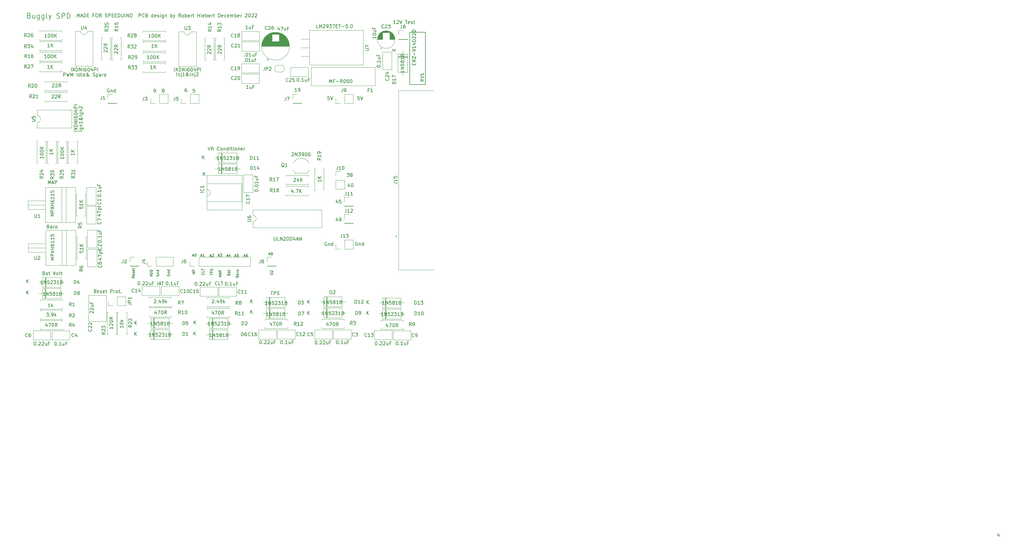
<source format=gbr>
%TF.GenerationSoftware,KiCad,Pcbnew,(5.1.6)-1*%
%TF.CreationDate,2022-12-14T15:36:46-08:00*%
%TF.ProjectId,Buggly SPD,42756767-6c79-4205-9350-442e6b696361,rev?*%
%TF.SameCoordinates,Original*%
%TF.FileFunction,Legend,Top*%
%TF.FilePolarity,Positive*%
%FSLAX46Y46*%
G04 Gerber Fmt 4.6, Leading zero omitted, Abs format (unit mm)*
G04 Created by KiCad (PCBNEW (5.1.6)-1) date 2022-12-14 15:36:46*
%MOMM*%
%LPD*%
G01*
G04 APERTURE LIST*
%ADD10C,0.150000*%
%ADD11C,0.127000*%
%ADD12C,0.177800*%
%ADD13C,0.120000*%
G04 APERTURE END LIST*
D10*
X162984371Y-104684580D02*
X162984371Y-105494104D01*
X163031990Y-105589342D01*
X163079609Y-105636961D01*
X163174847Y-105684580D01*
X163365323Y-105684580D01*
X163460561Y-105636961D01*
X163508180Y-105589342D01*
X163555800Y-105494104D01*
X163555800Y-104684580D01*
X164508180Y-105684580D02*
X164031990Y-105684580D01*
X164031990Y-104684580D01*
X164841514Y-105684580D02*
X164841514Y-104684580D01*
X165412942Y-105684580D01*
X165412942Y-104684580D01*
X165841514Y-104779819D02*
X165889133Y-104732200D01*
X165984371Y-104684580D01*
X166222466Y-104684580D01*
X166317704Y-104732200D01*
X166365323Y-104779819D01*
X166412942Y-104875057D01*
X166412942Y-104970295D01*
X166365323Y-105113152D01*
X165793895Y-105684580D01*
X166412942Y-105684580D01*
X167031990Y-104684580D02*
X167127228Y-104684580D01*
X167222466Y-104732200D01*
X167270085Y-104779819D01*
X167317704Y-104875057D01*
X167365323Y-105065533D01*
X167365323Y-105303628D01*
X167317704Y-105494104D01*
X167270085Y-105589342D01*
X167222466Y-105636961D01*
X167127228Y-105684580D01*
X167031990Y-105684580D01*
X166936752Y-105636961D01*
X166889133Y-105589342D01*
X166841514Y-105494104D01*
X166793895Y-105303628D01*
X166793895Y-105065533D01*
X166841514Y-104875057D01*
X166889133Y-104779819D01*
X166936752Y-104732200D01*
X167031990Y-104684580D01*
X167984371Y-104684580D02*
X168079609Y-104684580D01*
X168174847Y-104732200D01*
X168222466Y-104779819D01*
X168270085Y-104875057D01*
X168317704Y-105065533D01*
X168317704Y-105303628D01*
X168270085Y-105494104D01*
X168222466Y-105589342D01*
X168174847Y-105636961D01*
X168079609Y-105684580D01*
X167984371Y-105684580D01*
X167889133Y-105636961D01*
X167841514Y-105589342D01*
X167793895Y-105494104D01*
X167746276Y-105303628D01*
X167746276Y-105065533D01*
X167793895Y-104875057D01*
X167841514Y-104779819D01*
X167889133Y-104732200D01*
X167984371Y-104684580D01*
X169174847Y-105017914D02*
X169174847Y-105684580D01*
X168936752Y-104636961D02*
X168698657Y-105351247D01*
X169317704Y-105351247D01*
X169651038Y-105398866D02*
X170127228Y-105398866D01*
X169555800Y-105684580D02*
X169889133Y-104684580D01*
X170222466Y-105684580D01*
X170555800Y-105684580D02*
X170555800Y-104684580D01*
X171127228Y-105684580D01*
X171127228Y-104684580D01*
D11*
X154116314Y-110312200D02*
X154479171Y-110312200D01*
X154043742Y-110529914D02*
X154297742Y-109767914D01*
X154551742Y-110529914D01*
X155132314Y-109767914D02*
X154987171Y-109767914D01*
X154914600Y-109804200D01*
X154878314Y-109840485D01*
X154805742Y-109949342D01*
X154769457Y-110094485D01*
X154769457Y-110384771D01*
X154805742Y-110457342D01*
X154842028Y-110493628D01*
X154914600Y-110529914D01*
X155059742Y-110529914D01*
X155132314Y-110493628D01*
X155168600Y-110457342D01*
X155204885Y-110384771D01*
X155204885Y-110203342D01*
X155168600Y-110130771D01*
X155132314Y-110094485D01*
X155059742Y-110058200D01*
X154914600Y-110058200D01*
X154842028Y-110094485D01*
X154805742Y-110130771D01*
X154769457Y-110203342D01*
D10*
X139480895Y-60818780D02*
X139004704Y-60818780D01*
X138957085Y-61294971D01*
X139004704Y-61247352D01*
X139099942Y-61199733D01*
X139338038Y-61199733D01*
X139433276Y-61247352D01*
X139480895Y-61294971D01*
X139528514Y-61390209D01*
X139528514Y-61628304D01*
X139480895Y-61723542D01*
X139433276Y-61771161D01*
X139338038Y-61818780D01*
X139099942Y-61818780D01*
X139004704Y-61771161D01*
X138957085Y-61723542D01*
X179743171Y-120584980D02*
X179933647Y-120584980D01*
X180028885Y-120632600D01*
X180124123Y-120727838D01*
X180171742Y-120918314D01*
X180171742Y-121251647D01*
X180124123Y-121442123D01*
X180028885Y-121537361D01*
X179933647Y-121584980D01*
X179743171Y-121584980D01*
X179647933Y-121537361D01*
X179552695Y-121442123D01*
X179505076Y-121251647D01*
X179505076Y-120918314D01*
X179552695Y-120727838D01*
X179647933Y-120632600D01*
X179743171Y-120584980D01*
X180552695Y-120680219D02*
X180600314Y-120632600D01*
X180695552Y-120584980D01*
X180933647Y-120584980D01*
X181028885Y-120632600D01*
X181076504Y-120680219D01*
X181124123Y-120775457D01*
X181124123Y-120870695D01*
X181076504Y-121013552D01*
X180505076Y-121584980D01*
X181124123Y-121584980D01*
X137071076Y-60640980D02*
X136880600Y-60640980D01*
X136785361Y-60688600D01*
X136737742Y-60736219D01*
X136642504Y-60879076D01*
X136594885Y-61069552D01*
X136594885Y-61450504D01*
X136642504Y-61545742D01*
X136690123Y-61593361D01*
X136785361Y-61640980D01*
X136975838Y-61640980D01*
X137071076Y-61593361D01*
X137118695Y-61545742D01*
X137166314Y-61450504D01*
X137166314Y-61212409D01*
X137118695Y-61117171D01*
X137071076Y-61069552D01*
X136975838Y-61021933D01*
X136785361Y-61021933D01*
X136690123Y-61069552D01*
X136642504Y-61117171D01*
X136594885Y-61212409D01*
X143418609Y-77989180D02*
X143751942Y-78989180D01*
X144085276Y-77989180D01*
X144990038Y-78989180D02*
X144656704Y-78512990D01*
X144418609Y-78989180D02*
X144418609Y-77989180D01*
X144799561Y-77989180D01*
X144894800Y-78036800D01*
X144942419Y-78084419D01*
X144990038Y-78179657D01*
X144990038Y-78322514D01*
X144942419Y-78417752D01*
X144894800Y-78465371D01*
X144799561Y-78512990D01*
X144418609Y-78512990D01*
X146751942Y-78893942D02*
X146704323Y-78941561D01*
X146561466Y-78989180D01*
X146466228Y-78989180D01*
X146323371Y-78941561D01*
X146228133Y-78846323D01*
X146180514Y-78751085D01*
X146132895Y-78560609D01*
X146132895Y-78417752D01*
X146180514Y-78227276D01*
X146228133Y-78132038D01*
X146323371Y-78036800D01*
X146466228Y-77989180D01*
X146561466Y-77989180D01*
X146704323Y-78036800D01*
X146751942Y-78084419D01*
X147323371Y-78989180D02*
X147228133Y-78941561D01*
X147180514Y-78893942D01*
X147132895Y-78798704D01*
X147132895Y-78512990D01*
X147180514Y-78417752D01*
X147228133Y-78370133D01*
X147323371Y-78322514D01*
X147466228Y-78322514D01*
X147561466Y-78370133D01*
X147609085Y-78417752D01*
X147656704Y-78512990D01*
X147656704Y-78798704D01*
X147609085Y-78893942D01*
X147561466Y-78941561D01*
X147466228Y-78989180D01*
X147323371Y-78989180D01*
X148085276Y-78322514D02*
X148085276Y-78989180D01*
X148085276Y-78417752D02*
X148132895Y-78370133D01*
X148228133Y-78322514D01*
X148370990Y-78322514D01*
X148466228Y-78370133D01*
X148513847Y-78465371D01*
X148513847Y-78989180D01*
X149418609Y-78989180D02*
X149418609Y-77989180D01*
X149418609Y-78941561D02*
X149323371Y-78989180D01*
X149132895Y-78989180D01*
X149037657Y-78941561D01*
X148990038Y-78893942D01*
X148942419Y-78798704D01*
X148942419Y-78512990D01*
X148990038Y-78417752D01*
X149037657Y-78370133D01*
X149132895Y-78322514D01*
X149323371Y-78322514D01*
X149418609Y-78370133D01*
X149894800Y-78989180D02*
X149894800Y-78322514D01*
X149894800Y-77989180D02*
X149847180Y-78036800D01*
X149894800Y-78084419D01*
X149942419Y-78036800D01*
X149894800Y-77989180D01*
X149894800Y-78084419D01*
X150228133Y-78322514D02*
X150609085Y-78322514D01*
X150370990Y-77989180D02*
X150370990Y-78846323D01*
X150418609Y-78941561D01*
X150513847Y-78989180D01*
X150609085Y-78989180D01*
X150942419Y-78989180D02*
X150942419Y-78322514D01*
X150942419Y-77989180D02*
X150894800Y-78036800D01*
X150942419Y-78084419D01*
X150990038Y-78036800D01*
X150942419Y-77989180D01*
X150942419Y-78084419D01*
X151561466Y-78989180D02*
X151466228Y-78941561D01*
X151418609Y-78893942D01*
X151370990Y-78798704D01*
X151370990Y-78512990D01*
X151418609Y-78417752D01*
X151466228Y-78370133D01*
X151561466Y-78322514D01*
X151704323Y-78322514D01*
X151799561Y-78370133D01*
X151847180Y-78417752D01*
X151894800Y-78512990D01*
X151894800Y-78798704D01*
X151847180Y-78893942D01*
X151799561Y-78941561D01*
X151704323Y-78989180D01*
X151561466Y-78989180D01*
X152323371Y-78322514D02*
X152323371Y-78989180D01*
X152323371Y-78417752D02*
X152370990Y-78370133D01*
X152466228Y-78322514D01*
X152609085Y-78322514D01*
X152704323Y-78370133D01*
X152751942Y-78465371D01*
X152751942Y-78989180D01*
X153609085Y-78941561D02*
X153513847Y-78989180D01*
X153323371Y-78989180D01*
X153228133Y-78941561D01*
X153180514Y-78846323D01*
X153180514Y-78465371D01*
X153228133Y-78370133D01*
X153323371Y-78322514D01*
X153513847Y-78322514D01*
X153609085Y-78370133D01*
X153656704Y-78465371D01*
X153656704Y-78560609D01*
X153180514Y-78655847D01*
X154085276Y-78989180D02*
X154085276Y-78322514D01*
X154085276Y-78512990D02*
X154132895Y-78417752D01*
X154180514Y-78370133D01*
X154275752Y-78322514D01*
X154370990Y-78322514D01*
X106179880Y-73253147D02*
X105179880Y-73253147D01*
X105513214Y-72348385D02*
X106322738Y-72348385D01*
X106417976Y-72396004D01*
X106465595Y-72443623D01*
X106513214Y-72538861D01*
X106513214Y-72681719D01*
X106465595Y-72776957D01*
X106132261Y-72348385D02*
X106179880Y-72443623D01*
X106179880Y-72634100D01*
X106132261Y-72729338D01*
X106084642Y-72776957D01*
X105989404Y-72824576D01*
X105703690Y-72824576D01*
X105608452Y-72776957D01*
X105560833Y-72729338D01*
X105513214Y-72634100D01*
X105513214Y-72443623D01*
X105560833Y-72348385D01*
X105513214Y-71872195D02*
X106179880Y-71872195D01*
X105608452Y-71872195D02*
X105560833Y-71824576D01*
X105513214Y-71729338D01*
X105513214Y-71586480D01*
X105560833Y-71491242D01*
X105656071Y-71443623D01*
X106179880Y-71443623D01*
X106179880Y-70443623D02*
X106179880Y-71015052D01*
X106179880Y-70729338D02*
X105179880Y-70729338D01*
X105322738Y-70824576D01*
X105417976Y-70919814D01*
X105465595Y-71015052D01*
X106179880Y-69205528D02*
X106179880Y-69253147D01*
X106132261Y-69348385D01*
X105989404Y-69491242D01*
X105703690Y-69729338D01*
X105560833Y-69824576D01*
X105417976Y-69872195D01*
X105322738Y-69872195D01*
X105227500Y-69824576D01*
X105179880Y-69729338D01*
X105179880Y-69681719D01*
X105227500Y-69586480D01*
X105322738Y-69538861D01*
X105370357Y-69538861D01*
X105465595Y-69586480D01*
X105513214Y-69634100D01*
X105703690Y-69919814D01*
X105751309Y-69967433D01*
X105846547Y-70015052D01*
X105989404Y-70015052D01*
X106084642Y-69967433D01*
X106132261Y-69919814D01*
X106179880Y-69824576D01*
X106179880Y-69681719D01*
X106132261Y-69586480D01*
X106084642Y-69538861D01*
X105894166Y-69396004D01*
X105751309Y-69348385D01*
X105656071Y-69348385D01*
X106179880Y-68776957D02*
X105179880Y-68776957D01*
X105513214Y-67872195D02*
X106322738Y-67872195D01*
X106417976Y-67919814D01*
X106465595Y-67967433D01*
X106513214Y-68062671D01*
X106513214Y-68205528D01*
X106465595Y-68300766D01*
X106132261Y-67872195D02*
X106179880Y-67967433D01*
X106179880Y-68157909D01*
X106132261Y-68253147D01*
X106084642Y-68300766D01*
X105989404Y-68348385D01*
X105703690Y-68348385D01*
X105608452Y-68300766D01*
X105560833Y-68253147D01*
X105513214Y-68157909D01*
X105513214Y-67967433D01*
X105560833Y-67872195D01*
X105513214Y-67396004D02*
X106179880Y-67396004D01*
X105608452Y-67396004D02*
X105560833Y-67348385D01*
X105513214Y-67253147D01*
X105513214Y-67110290D01*
X105560833Y-67015052D01*
X105656071Y-66967433D01*
X106179880Y-66967433D01*
X105275119Y-66538861D02*
X105227500Y-66491242D01*
X105179880Y-66396004D01*
X105179880Y-66157909D01*
X105227500Y-66062671D01*
X105275119Y-66015052D01*
X105370357Y-65967433D01*
X105465595Y-65967433D01*
X105608452Y-66015052D01*
X106179880Y-66586480D01*
X106179880Y-65967433D01*
D12*
X90420371Y-39083342D02*
X90638085Y-39155914D01*
X90710657Y-39228485D01*
X90783228Y-39373628D01*
X90783228Y-39591342D01*
X90710657Y-39736485D01*
X90638085Y-39809057D01*
X90492942Y-39881628D01*
X89912371Y-39881628D01*
X89912371Y-38357628D01*
X90420371Y-38357628D01*
X90565514Y-38430200D01*
X90638085Y-38502771D01*
X90710657Y-38647914D01*
X90710657Y-38793057D01*
X90638085Y-38938200D01*
X90565514Y-39010771D01*
X90420371Y-39083342D01*
X89912371Y-39083342D01*
X92089514Y-38865628D02*
X92089514Y-39881628D01*
X91436371Y-38865628D02*
X91436371Y-39663914D01*
X91508942Y-39809057D01*
X91654085Y-39881628D01*
X91871800Y-39881628D01*
X92016942Y-39809057D01*
X92089514Y-39736485D01*
X93468371Y-38865628D02*
X93468371Y-40099342D01*
X93395800Y-40244485D01*
X93323228Y-40317057D01*
X93178085Y-40389628D01*
X92960371Y-40389628D01*
X92815228Y-40317057D01*
X93468371Y-39809057D02*
X93323228Y-39881628D01*
X93032942Y-39881628D01*
X92887800Y-39809057D01*
X92815228Y-39736485D01*
X92742657Y-39591342D01*
X92742657Y-39155914D01*
X92815228Y-39010771D01*
X92887800Y-38938200D01*
X93032942Y-38865628D01*
X93323228Y-38865628D01*
X93468371Y-38938200D01*
X94847228Y-38865628D02*
X94847228Y-40099342D01*
X94774657Y-40244485D01*
X94702085Y-40317057D01*
X94556942Y-40389628D01*
X94339228Y-40389628D01*
X94194085Y-40317057D01*
X94847228Y-39809057D02*
X94702085Y-39881628D01*
X94411800Y-39881628D01*
X94266657Y-39809057D01*
X94194085Y-39736485D01*
X94121514Y-39591342D01*
X94121514Y-39155914D01*
X94194085Y-39010771D01*
X94266657Y-38938200D01*
X94411800Y-38865628D01*
X94702085Y-38865628D01*
X94847228Y-38938200D01*
X95790657Y-39881628D02*
X95645514Y-39809057D01*
X95572942Y-39663914D01*
X95572942Y-38357628D01*
X96226085Y-38865628D02*
X96588942Y-39881628D01*
X96951800Y-38865628D02*
X96588942Y-39881628D01*
X96443800Y-40244485D01*
X96371228Y-40317057D01*
X96226085Y-40389628D01*
X98620942Y-39809057D02*
X98838657Y-39881628D01*
X99201514Y-39881628D01*
X99346657Y-39809057D01*
X99419228Y-39736485D01*
X99491800Y-39591342D01*
X99491800Y-39446200D01*
X99419228Y-39301057D01*
X99346657Y-39228485D01*
X99201514Y-39155914D01*
X98911228Y-39083342D01*
X98766085Y-39010771D01*
X98693514Y-38938200D01*
X98620942Y-38793057D01*
X98620942Y-38647914D01*
X98693514Y-38502771D01*
X98766085Y-38430200D01*
X98911228Y-38357628D01*
X99274085Y-38357628D01*
X99491800Y-38430200D01*
X100144942Y-39881628D02*
X100144942Y-38357628D01*
X100725514Y-38357628D01*
X100870657Y-38430200D01*
X100943228Y-38502771D01*
X101015800Y-38647914D01*
X101015800Y-38865628D01*
X100943228Y-39010771D01*
X100870657Y-39083342D01*
X100725514Y-39155914D01*
X100144942Y-39155914D01*
X101668942Y-39881628D02*
X101668942Y-38357628D01*
X102031800Y-38357628D01*
X102249514Y-38430200D01*
X102394657Y-38575342D01*
X102467228Y-38720485D01*
X102539800Y-39010771D01*
X102539800Y-39228485D01*
X102467228Y-39518771D01*
X102394657Y-39663914D01*
X102249514Y-39809057D01*
X102031800Y-39881628D01*
X101668942Y-39881628D01*
D10*
X122958819Y-39492180D02*
X122958819Y-38492180D01*
X123339771Y-38492180D01*
X123435009Y-38539800D01*
X123482628Y-38587419D01*
X123530247Y-38682657D01*
X123530247Y-38825514D01*
X123482628Y-38920752D01*
X123435009Y-38968371D01*
X123339771Y-39015990D01*
X122958819Y-39015990D01*
X124530247Y-39396942D02*
X124482628Y-39444561D01*
X124339771Y-39492180D01*
X124244533Y-39492180D01*
X124101676Y-39444561D01*
X124006438Y-39349323D01*
X123958819Y-39254085D01*
X123911200Y-39063609D01*
X123911200Y-38920752D01*
X123958819Y-38730276D01*
X124006438Y-38635038D01*
X124101676Y-38539800D01*
X124244533Y-38492180D01*
X124339771Y-38492180D01*
X124482628Y-38539800D01*
X124530247Y-38587419D01*
X125292152Y-38968371D02*
X125435009Y-39015990D01*
X125482628Y-39063609D01*
X125530247Y-39158847D01*
X125530247Y-39301704D01*
X125482628Y-39396942D01*
X125435009Y-39444561D01*
X125339771Y-39492180D01*
X124958819Y-39492180D01*
X124958819Y-38492180D01*
X125292152Y-38492180D01*
X125387390Y-38539800D01*
X125435009Y-38587419D01*
X125482628Y-38682657D01*
X125482628Y-38777895D01*
X125435009Y-38873133D01*
X125387390Y-38920752D01*
X125292152Y-38968371D01*
X124958819Y-38968371D01*
X127149295Y-39492180D02*
X127149295Y-38492180D01*
X127149295Y-39444561D02*
X127054057Y-39492180D01*
X126863580Y-39492180D01*
X126768342Y-39444561D01*
X126720723Y-39396942D01*
X126673104Y-39301704D01*
X126673104Y-39015990D01*
X126720723Y-38920752D01*
X126768342Y-38873133D01*
X126863580Y-38825514D01*
X127054057Y-38825514D01*
X127149295Y-38873133D01*
X128006438Y-39444561D02*
X127911200Y-39492180D01*
X127720723Y-39492180D01*
X127625485Y-39444561D01*
X127577866Y-39349323D01*
X127577866Y-38968371D01*
X127625485Y-38873133D01*
X127720723Y-38825514D01*
X127911200Y-38825514D01*
X128006438Y-38873133D01*
X128054057Y-38968371D01*
X128054057Y-39063609D01*
X127577866Y-39158847D01*
X128435009Y-39444561D02*
X128530247Y-39492180D01*
X128720723Y-39492180D01*
X128815961Y-39444561D01*
X128863580Y-39349323D01*
X128863580Y-39301704D01*
X128815961Y-39206466D01*
X128720723Y-39158847D01*
X128577866Y-39158847D01*
X128482628Y-39111228D01*
X128435009Y-39015990D01*
X128435009Y-38968371D01*
X128482628Y-38873133D01*
X128577866Y-38825514D01*
X128720723Y-38825514D01*
X128815961Y-38873133D01*
X129292152Y-39492180D02*
X129292152Y-38825514D01*
X129292152Y-38492180D02*
X129244533Y-38539800D01*
X129292152Y-38587419D01*
X129339771Y-38539800D01*
X129292152Y-38492180D01*
X129292152Y-38587419D01*
X130196914Y-38825514D02*
X130196914Y-39635038D01*
X130149295Y-39730276D01*
X130101676Y-39777895D01*
X130006438Y-39825514D01*
X129863580Y-39825514D01*
X129768342Y-39777895D01*
X130196914Y-39444561D02*
X130101676Y-39492180D01*
X129911200Y-39492180D01*
X129815961Y-39444561D01*
X129768342Y-39396942D01*
X129720723Y-39301704D01*
X129720723Y-39015990D01*
X129768342Y-38920752D01*
X129815961Y-38873133D01*
X129911200Y-38825514D01*
X130101676Y-38825514D01*
X130196914Y-38873133D01*
X130673104Y-38825514D02*
X130673104Y-39492180D01*
X130673104Y-38920752D02*
X130720723Y-38873133D01*
X130815961Y-38825514D01*
X130958819Y-38825514D01*
X131054057Y-38873133D01*
X131101676Y-38968371D01*
X131101676Y-39492180D01*
X132339771Y-39492180D02*
X132339771Y-38492180D01*
X132339771Y-38873133D02*
X132435009Y-38825514D01*
X132625485Y-38825514D01*
X132720723Y-38873133D01*
X132768342Y-38920752D01*
X132815961Y-39015990D01*
X132815961Y-39301704D01*
X132768342Y-39396942D01*
X132720723Y-39444561D01*
X132625485Y-39492180D01*
X132435009Y-39492180D01*
X132339771Y-39444561D01*
X133149295Y-38825514D02*
X133387390Y-39492180D01*
X133625485Y-38825514D02*
X133387390Y-39492180D01*
X133292152Y-39730276D01*
X133244533Y-39777895D01*
X133149295Y-39825514D01*
X135339771Y-39492180D02*
X135006438Y-39015990D01*
X134768342Y-39492180D02*
X134768342Y-38492180D01*
X135149295Y-38492180D01*
X135244533Y-38539800D01*
X135292152Y-38587419D01*
X135339771Y-38682657D01*
X135339771Y-38825514D01*
X135292152Y-38920752D01*
X135244533Y-38968371D01*
X135149295Y-39015990D01*
X134768342Y-39015990D01*
X135911200Y-39492180D02*
X135815961Y-39444561D01*
X135768342Y-39396942D01*
X135720723Y-39301704D01*
X135720723Y-39015990D01*
X135768342Y-38920752D01*
X135815961Y-38873133D01*
X135911200Y-38825514D01*
X136054057Y-38825514D01*
X136149295Y-38873133D01*
X136196914Y-38920752D01*
X136244533Y-39015990D01*
X136244533Y-39301704D01*
X136196914Y-39396942D01*
X136149295Y-39444561D01*
X136054057Y-39492180D01*
X135911200Y-39492180D01*
X136673104Y-39492180D02*
X136673104Y-38492180D01*
X136673104Y-38873133D02*
X136768342Y-38825514D01*
X136958819Y-38825514D01*
X137054057Y-38873133D01*
X137101676Y-38920752D01*
X137149295Y-39015990D01*
X137149295Y-39301704D01*
X137101676Y-39396942D01*
X137054057Y-39444561D01*
X136958819Y-39492180D01*
X136768342Y-39492180D01*
X136673104Y-39444561D01*
X137958819Y-39444561D02*
X137863580Y-39492180D01*
X137673104Y-39492180D01*
X137577866Y-39444561D01*
X137530247Y-39349323D01*
X137530247Y-38968371D01*
X137577866Y-38873133D01*
X137673104Y-38825514D01*
X137863580Y-38825514D01*
X137958819Y-38873133D01*
X138006438Y-38968371D01*
X138006438Y-39063609D01*
X137530247Y-39158847D01*
X138435009Y-39492180D02*
X138435009Y-38825514D01*
X138435009Y-39015990D02*
X138482628Y-38920752D01*
X138530247Y-38873133D01*
X138625485Y-38825514D01*
X138720723Y-38825514D01*
X138911200Y-38825514D02*
X139292152Y-38825514D01*
X139054057Y-38492180D02*
X139054057Y-39349323D01*
X139101676Y-39444561D01*
X139196914Y-39492180D01*
X139292152Y-39492180D01*
X140387390Y-39492180D02*
X140387390Y-38492180D01*
X140387390Y-38968371D02*
X140958819Y-38968371D01*
X140958819Y-39492180D02*
X140958819Y-38492180D01*
X141435009Y-39492180D02*
X141435009Y-38825514D01*
X141435009Y-38492180D02*
X141387390Y-38539800D01*
X141435009Y-38587419D01*
X141482628Y-38539800D01*
X141435009Y-38492180D01*
X141435009Y-38587419D01*
X142292152Y-39444561D02*
X142196914Y-39492180D01*
X142006438Y-39492180D01*
X141911200Y-39444561D01*
X141863580Y-39349323D01*
X141863580Y-38968371D01*
X141911200Y-38873133D01*
X142006438Y-38825514D01*
X142196914Y-38825514D01*
X142292152Y-38873133D01*
X142339771Y-38968371D01*
X142339771Y-39063609D01*
X141863580Y-39158847D01*
X142768342Y-39492180D02*
X142768342Y-38492180D01*
X142768342Y-38873133D02*
X142863580Y-38825514D01*
X143054057Y-38825514D01*
X143149295Y-38873133D01*
X143196914Y-38920752D01*
X143244533Y-39015990D01*
X143244533Y-39301704D01*
X143196914Y-39396942D01*
X143149295Y-39444561D01*
X143054057Y-39492180D01*
X142863580Y-39492180D01*
X142768342Y-39444561D01*
X144054057Y-39444561D02*
X143958819Y-39492180D01*
X143768342Y-39492180D01*
X143673104Y-39444561D01*
X143625485Y-39349323D01*
X143625485Y-38968371D01*
X143673104Y-38873133D01*
X143768342Y-38825514D01*
X143958819Y-38825514D01*
X144054057Y-38873133D01*
X144101676Y-38968371D01*
X144101676Y-39063609D01*
X143625485Y-39158847D01*
X144530247Y-39492180D02*
X144530247Y-38825514D01*
X144530247Y-39015990D02*
X144577866Y-38920752D01*
X144625485Y-38873133D01*
X144720723Y-38825514D01*
X144815961Y-38825514D01*
X145006438Y-38825514D02*
X145387390Y-38825514D01*
X145149295Y-38492180D02*
X145149295Y-39349323D01*
X145196914Y-39444561D01*
X145292152Y-39492180D01*
X145387390Y-39492180D01*
X146482628Y-39492180D02*
X146482628Y-38492180D01*
X146720723Y-38492180D01*
X146863580Y-38539800D01*
X146958819Y-38635038D01*
X147006438Y-38730276D01*
X147054057Y-38920752D01*
X147054057Y-39063609D01*
X147006438Y-39254085D01*
X146958819Y-39349323D01*
X146863580Y-39444561D01*
X146720723Y-39492180D01*
X146482628Y-39492180D01*
X147863580Y-39444561D02*
X147768342Y-39492180D01*
X147577866Y-39492180D01*
X147482628Y-39444561D01*
X147435009Y-39349323D01*
X147435009Y-38968371D01*
X147482628Y-38873133D01*
X147577866Y-38825514D01*
X147768342Y-38825514D01*
X147863580Y-38873133D01*
X147911200Y-38968371D01*
X147911200Y-39063609D01*
X147435009Y-39158847D01*
X148768342Y-39444561D02*
X148673104Y-39492180D01*
X148482628Y-39492180D01*
X148387390Y-39444561D01*
X148339771Y-39396942D01*
X148292152Y-39301704D01*
X148292152Y-39015990D01*
X148339771Y-38920752D01*
X148387390Y-38873133D01*
X148482628Y-38825514D01*
X148673104Y-38825514D01*
X148768342Y-38873133D01*
X149577866Y-39444561D02*
X149482628Y-39492180D01*
X149292152Y-39492180D01*
X149196914Y-39444561D01*
X149149295Y-39349323D01*
X149149295Y-38968371D01*
X149196914Y-38873133D01*
X149292152Y-38825514D01*
X149482628Y-38825514D01*
X149577866Y-38873133D01*
X149625485Y-38968371D01*
X149625485Y-39063609D01*
X149149295Y-39158847D01*
X150054057Y-39492180D02*
X150054057Y-38825514D01*
X150054057Y-38920752D02*
X150101676Y-38873133D01*
X150196914Y-38825514D01*
X150339771Y-38825514D01*
X150435009Y-38873133D01*
X150482628Y-38968371D01*
X150482628Y-39492180D01*
X150482628Y-38968371D02*
X150530247Y-38873133D01*
X150625485Y-38825514D01*
X150768342Y-38825514D01*
X150863580Y-38873133D01*
X150911200Y-38968371D01*
X150911200Y-39492180D01*
X151387390Y-39492180D02*
X151387390Y-38492180D01*
X151387390Y-38873133D02*
X151482628Y-38825514D01*
X151673104Y-38825514D01*
X151768342Y-38873133D01*
X151815961Y-38920752D01*
X151863580Y-39015990D01*
X151863580Y-39301704D01*
X151815961Y-39396942D01*
X151768342Y-39444561D01*
X151673104Y-39492180D01*
X151482628Y-39492180D01*
X151387390Y-39444561D01*
X152673104Y-39444561D02*
X152577866Y-39492180D01*
X152387390Y-39492180D01*
X152292152Y-39444561D01*
X152244533Y-39349323D01*
X152244533Y-38968371D01*
X152292152Y-38873133D01*
X152387390Y-38825514D01*
X152577866Y-38825514D01*
X152673104Y-38873133D01*
X152720723Y-38968371D01*
X152720723Y-39063609D01*
X152244533Y-39158847D01*
X153149295Y-39492180D02*
X153149295Y-38825514D01*
X153149295Y-39015990D02*
X153196914Y-38920752D01*
X153244533Y-38873133D01*
X153339771Y-38825514D01*
X153435009Y-38825514D01*
X154482628Y-38587419D02*
X154530247Y-38539800D01*
X154625485Y-38492180D01*
X154863580Y-38492180D01*
X154958819Y-38539800D01*
X155006438Y-38587419D01*
X155054057Y-38682657D01*
X155054057Y-38777895D01*
X155006438Y-38920752D01*
X154435009Y-39492180D01*
X155054057Y-39492180D01*
X155673104Y-38492180D02*
X155768342Y-38492180D01*
X155863580Y-38539800D01*
X155911200Y-38587419D01*
X155958819Y-38682657D01*
X156006438Y-38873133D01*
X156006438Y-39111228D01*
X155958819Y-39301704D01*
X155911200Y-39396942D01*
X155863580Y-39444561D01*
X155768342Y-39492180D01*
X155673104Y-39492180D01*
X155577866Y-39444561D01*
X155530247Y-39396942D01*
X155482628Y-39301704D01*
X155435009Y-39111228D01*
X155435009Y-38873133D01*
X155482628Y-38682657D01*
X155530247Y-38587419D01*
X155577866Y-38539800D01*
X155673104Y-38492180D01*
X156387390Y-38587419D02*
X156435009Y-38539800D01*
X156530247Y-38492180D01*
X156768342Y-38492180D01*
X156863580Y-38539800D01*
X156911200Y-38587419D01*
X156958819Y-38682657D01*
X156958819Y-38777895D01*
X156911200Y-38920752D01*
X156339771Y-39492180D01*
X156958819Y-39492180D01*
X157339771Y-38587419D02*
X157387390Y-38539800D01*
X157482628Y-38492180D01*
X157720723Y-38492180D01*
X157815961Y-38539800D01*
X157863580Y-38587419D01*
X157911200Y-38682657D01*
X157911200Y-38777895D01*
X157863580Y-38920752D01*
X157292152Y-39492180D01*
X157911200Y-39492180D01*
X104656952Y-39479480D02*
X104656952Y-38479480D01*
X104990285Y-39193766D01*
X105323619Y-38479480D01*
X105323619Y-39479480D01*
X105752190Y-39193766D02*
X106228380Y-39193766D01*
X105656952Y-39479480D02*
X105990285Y-38479480D01*
X106323619Y-39479480D01*
X106656952Y-39479480D02*
X106656952Y-38479480D01*
X106895047Y-38479480D01*
X107037904Y-38527100D01*
X107133142Y-38622338D01*
X107180761Y-38717576D01*
X107228380Y-38908052D01*
X107228380Y-39050909D01*
X107180761Y-39241385D01*
X107133142Y-39336623D01*
X107037904Y-39431861D01*
X106895047Y-39479480D01*
X106656952Y-39479480D01*
X107656952Y-38955671D02*
X107990285Y-38955671D01*
X108133142Y-39479480D02*
X107656952Y-39479480D01*
X107656952Y-38479480D01*
X108133142Y-38479480D01*
X109656952Y-38955671D02*
X109323619Y-38955671D01*
X109323619Y-39479480D02*
X109323619Y-38479480D01*
X109799809Y-38479480D01*
X110371238Y-38479480D02*
X110561714Y-38479480D01*
X110656952Y-38527100D01*
X110752190Y-38622338D01*
X110799809Y-38812814D01*
X110799809Y-39146147D01*
X110752190Y-39336623D01*
X110656952Y-39431861D01*
X110561714Y-39479480D01*
X110371238Y-39479480D01*
X110275999Y-39431861D01*
X110180761Y-39336623D01*
X110133142Y-39146147D01*
X110133142Y-38812814D01*
X110180761Y-38622338D01*
X110275999Y-38527100D01*
X110371238Y-38479480D01*
X111799809Y-39479480D02*
X111466476Y-39003290D01*
X111228380Y-39479480D02*
X111228380Y-38479480D01*
X111609333Y-38479480D01*
X111704571Y-38527100D01*
X111752190Y-38574719D01*
X111799809Y-38669957D01*
X111799809Y-38812814D01*
X111752190Y-38908052D01*
X111704571Y-38955671D01*
X111609333Y-39003290D01*
X111228380Y-39003290D01*
X112942666Y-39431861D02*
X113085523Y-39479480D01*
X113323619Y-39479480D01*
X113418857Y-39431861D01*
X113466476Y-39384242D01*
X113514095Y-39289004D01*
X113514095Y-39193766D01*
X113466476Y-39098528D01*
X113418857Y-39050909D01*
X113323619Y-39003290D01*
X113133142Y-38955671D01*
X113037904Y-38908052D01*
X112990285Y-38860433D01*
X112942666Y-38765195D01*
X112942666Y-38669957D01*
X112990285Y-38574719D01*
X113037904Y-38527100D01*
X113133142Y-38479480D01*
X113371238Y-38479480D01*
X113514095Y-38527100D01*
X113942666Y-39479480D02*
X113942666Y-38479480D01*
X114323619Y-38479480D01*
X114418857Y-38527100D01*
X114466476Y-38574719D01*
X114514095Y-38669957D01*
X114514095Y-38812814D01*
X114466476Y-38908052D01*
X114418857Y-38955671D01*
X114323619Y-39003290D01*
X113942666Y-39003290D01*
X114942666Y-38955671D02*
X115275999Y-38955671D01*
X115418857Y-39479480D02*
X114942666Y-39479480D01*
X114942666Y-38479480D01*
X115418857Y-38479480D01*
X115847428Y-38955671D02*
X116180761Y-38955671D01*
X116323619Y-39479480D02*
X115847428Y-39479480D01*
X115847428Y-38479480D01*
X116323619Y-38479480D01*
X116752190Y-39479480D02*
X116752190Y-38479480D01*
X116990285Y-38479480D01*
X117133142Y-38527100D01*
X117228380Y-38622338D01*
X117275999Y-38717576D01*
X117323619Y-38908052D01*
X117323619Y-39050909D01*
X117275999Y-39241385D01*
X117228380Y-39336623D01*
X117133142Y-39431861D01*
X116990285Y-39479480D01*
X116752190Y-39479480D01*
X117752190Y-38479480D02*
X117752190Y-39289004D01*
X117799809Y-39384242D01*
X117847428Y-39431861D01*
X117942666Y-39479480D01*
X118133142Y-39479480D01*
X118228380Y-39431861D01*
X118275999Y-39384242D01*
X118323619Y-39289004D01*
X118323619Y-38479480D01*
X118799809Y-39479480D02*
X118799809Y-38479480D01*
X119275999Y-39479480D02*
X119275999Y-38479480D01*
X119847428Y-39479480D01*
X119847428Y-38479480D01*
X120514095Y-38479480D02*
X120704571Y-38479480D01*
X120799809Y-38527100D01*
X120895047Y-38622338D01*
X120942666Y-38812814D01*
X120942666Y-39146147D01*
X120895047Y-39336623D01*
X120799809Y-39431861D01*
X120704571Y-39479480D01*
X120514095Y-39479480D01*
X120418857Y-39431861D01*
X120323619Y-39336623D01*
X120275999Y-39146147D01*
X120275999Y-38812814D01*
X120323619Y-38622338D01*
X120418857Y-38527100D01*
X120514095Y-38479480D01*
X96096295Y-88958680D02*
X96096295Y-87958680D01*
X96429628Y-88672966D01*
X96762961Y-87958680D01*
X96762961Y-88958680D01*
X97191533Y-88672966D02*
X97667723Y-88672966D01*
X97096295Y-88958680D02*
X97429628Y-87958680D01*
X97762961Y-88958680D01*
X98096295Y-88958680D02*
X98096295Y-87958680D01*
X98477247Y-87958680D01*
X98572485Y-88006300D01*
X98620104Y-88053919D01*
X98667723Y-88149157D01*
X98667723Y-88292014D01*
X98620104Y-88387252D01*
X98572485Y-88434871D01*
X98477247Y-88482490D01*
X98096295Y-88482490D01*
X96062942Y-101579371D02*
X96205800Y-101626990D01*
X96253419Y-101674609D01*
X96301038Y-101769847D01*
X96301038Y-101912704D01*
X96253419Y-102007942D01*
X96205800Y-102055561D01*
X96110561Y-102103180D01*
X95729609Y-102103180D01*
X95729609Y-101103180D01*
X96062942Y-101103180D01*
X96158180Y-101150800D01*
X96205800Y-101198419D01*
X96253419Y-101293657D01*
X96253419Y-101388895D01*
X96205800Y-101484133D01*
X96158180Y-101531752D01*
X96062942Y-101579371D01*
X95729609Y-101579371D01*
X97158180Y-102103180D02*
X97158180Y-101579371D01*
X97110561Y-101484133D01*
X97015323Y-101436514D01*
X96824847Y-101436514D01*
X96729609Y-101484133D01*
X97158180Y-102055561D02*
X97062942Y-102103180D01*
X96824847Y-102103180D01*
X96729609Y-102055561D01*
X96681990Y-101960323D01*
X96681990Y-101865085D01*
X96729609Y-101769847D01*
X96824847Y-101722228D01*
X97062942Y-101722228D01*
X97158180Y-101674609D01*
X97634371Y-102103180D02*
X97634371Y-101436514D01*
X97634371Y-101626990D02*
X97681990Y-101531752D01*
X97729609Y-101484133D01*
X97824847Y-101436514D01*
X97920085Y-101436514D01*
X98396276Y-102103180D02*
X98301038Y-102055561D01*
X98253419Y-102007942D01*
X98205800Y-101912704D01*
X98205800Y-101626990D01*
X98253419Y-101531752D01*
X98301038Y-101484133D01*
X98396276Y-101436514D01*
X98539133Y-101436514D01*
X98634371Y-101484133D01*
X98681990Y-101531752D01*
X98729609Y-101626990D01*
X98729609Y-101912704D01*
X98681990Y-102007942D01*
X98634371Y-102055561D01*
X98539133Y-102103180D01*
X98396276Y-102103180D01*
X162034695Y-120838980D02*
X162606123Y-120838980D01*
X162320409Y-121838980D02*
X162320409Y-120838980D01*
X162939457Y-121838980D02*
X162939457Y-120838980D01*
X163320409Y-120838980D01*
X163415647Y-120886600D01*
X163463266Y-120934219D01*
X163510885Y-121029457D01*
X163510885Y-121172314D01*
X163463266Y-121267552D01*
X163415647Y-121315171D01*
X163320409Y-121362790D01*
X162939457Y-121362790D01*
X163891838Y-121791361D02*
X164034695Y-121838980D01*
X164272790Y-121838980D01*
X164368028Y-121791361D01*
X164415647Y-121743742D01*
X164463266Y-121648504D01*
X164463266Y-121553266D01*
X164415647Y-121458028D01*
X164368028Y-121410409D01*
X164272790Y-121362790D01*
X164082314Y-121315171D01*
X163987076Y-121267552D01*
X163939457Y-121219933D01*
X163891838Y-121124695D01*
X163891838Y-121029457D01*
X163939457Y-120934219D01*
X163987076Y-120886600D01*
X164082314Y-120838980D01*
X164320409Y-120838980D01*
X164463266Y-120886600D01*
X146158009Y-118822742D02*
X146110390Y-118870361D01*
X145967533Y-118917980D01*
X145872295Y-118917980D01*
X145729438Y-118870361D01*
X145634200Y-118775123D01*
X145586580Y-118679885D01*
X145538961Y-118489409D01*
X145538961Y-118346552D01*
X145586580Y-118156076D01*
X145634200Y-118060838D01*
X145729438Y-117965600D01*
X145872295Y-117917980D01*
X145967533Y-117917980D01*
X146110390Y-117965600D01*
X146158009Y-118013219D01*
X147062771Y-118917980D02*
X146586580Y-118917980D01*
X146586580Y-117917980D01*
X147253247Y-117917980D02*
X147824676Y-117917980D01*
X147538961Y-118917980D02*
X147538961Y-117917980D01*
X128501876Y-118943380D02*
X128501876Y-117943380D01*
X128930447Y-118657666D02*
X129406638Y-118657666D01*
X128835209Y-118943380D02*
X129168542Y-117943380D01*
X129501876Y-118943380D01*
X129692352Y-117943380D02*
X130263780Y-117943380D01*
X129978066Y-118943380D02*
X129978066Y-117943380D01*
X94780409Y-115409671D02*
X94923266Y-115457290D01*
X94970885Y-115504909D01*
X95018504Y-115600147D01*
X95018504Y-115743004D01*
X94970885Y-115838242D01*
X94923266Y-115885861D01*
X94828028Y-115933480D01*
X94447076Y-115933480D01*
X94447076Y-114933480D01*
X94780409Y-114933480D01*
X94875647Y-114981100D01*
X94923266Y-115028719D01*
X94970885Y-115123957D01*
X94970885Y-115219195D01*
X94923266Y-115314433D01*
X94875647Y-115362052D01*
X94780409Y-115409671D01*
X94447076Y-115409671D01*
X95875647Y-115933480D02*
X95875647Y-115409671D01*
X95828028Y-115314433D01*
X95732790Y-115266814D01*
X95542314Y-115266814D01*
X95447076Y-115314433D01*
X95875647Y-115885861D02*
X95780409Y-115933480D01*
X95542314Y-115933480D01*
X95447076Y-115885861D01*
X95399457Y-115790623D01*
X95399457Y-115695385D01*
X95447076Y-115600147D01*
X95542314Y-115552528D01*
X95780409Y-115552528D01*
X95875647Y-115504909D01*
X96208980Y-115266814D02*
X96589933Y-115266814D01*
X96351838Y-114933480D02*
X96351838Y-115790623D01*
X96399457Y-115885861D01*
X96494695Y-115933480D01*
X96589933Y-115933480D01*
X97542314Y-114933480D02*
X97875647Y-115933480D01*
X98208980Y-114933480D01*
X98685171Y-115933480D02*
X98589933Y-115885861D01*
X98542314Y-115838242D01*
X98494695Y-115743004D01*
X98494695Y-115457290D01*
X98542314Y-115362052D01*
X98589933Y-115314433D01*
X98685171Y-115266814D01*
X98828028Y-115266814D01*
X98923266Y-115314433D01*
X98970885Y-115362052D01*
X99018504Y-115457290D01*
X99018504Y-115743004D01*
X98970885Y-115838242D01*
X98923266Y-115885861D01*
X98828028Y-115933480D01*
X98685171Y-115933480D01*
X99589933Y-115933480D02*
X99494695Y-115885861D01*
X99447076Y-115790623D01*
X99447076Y-114933480D01*
X99828028Y-115266814D02*
X100208980Y-115266814D01*
X99970885Y-114933480D02*
X99970885Y-115790623D01*
X100018504Y-115885861D01*
X100113742Y-115933480D01*
X100208980Y-115933480D01*
X110260238Y-121254780D02*
X109926904Y-120778590D01*
X109688809Y-121254780D02*
X109688809Y-120254780D01*
X110069761Y-120254780D01*
X110165000Y-120302400D01*
X110212619Y-120350019D01*
X110260238Y-120445257D01*
X110260238Y-120588114D01*
X110212619Y-120683352D01*
X110165000Y-120730971D01*
X110069761Y-120778590D01*
X109688809Y-120778590D01*
X111069761Y-121207161D02*
X110974523Y-121254780D01*
X110784047Y-121254780D01*
X110688809Y-121207161D01*
X110641190Y-121111923D01*
X110641190Y-120730971D01*
X110688809Y-120635733D01*
X110784047Y-120588114D01*
X110974523Y-120588114D01*
X111069761Y-120635733D01*
X111117380Y-120730971D01*
X111117380Y-120826209D01*
X110641190Y-120921447D01*
X111498333Y-121207161D02*
X111593571Y-121254780D01*
X111784047Y-121254780D01*
X111879285Y-121207161D01*
X111926904Y-121111923D01*
X111926904Y-121064304D01*
X111879285Y-120969066D01*
X111784047Y-120921447D01*
X111641190Y-120921447D01*
X111545952Y-120873828D01*
X111498333Y-120778590D01*
X111498333Y-120730971D01*
X111545952Y-120635733D01*
X111641190Y-120588114D01*
X111784047Y-120588114D01*
X111879285Y-120635733D01*
X112736428Y-121207161D02*
X112641190Y-121254780D01*
X112450714Y-121254780D01*
X112355476Y-121207161D01*
X112307857Y-121111923D01*
X112307857Y-120730971D01*
X112355476Y-120635733D01*
X112450714Y-120588114D01*
X112641190Y-120588114D01*
X112736428Y-120635733D01*
X112784047Y-120730971D01*
X112784047Y-120826209D01*
X112307857Y-120921447D01*
X113069761Y-120588114D02*
X113450714Y-120588114D01*
X113212619Y-120254780D02*
X113212619Y-121111923D01*
X113260238Y-121207161D01*
X113355476Y-121254780D01*
X113450714Y-121254780D01*
X114545952Y-121254780D02*
X114545952Y-120254780D01*
X114926904Y-120254780D01*
X115022142Y-120302400D01*
X115069761Y-120350019D01*
X115117380Y-120445257D01*
X115117380Y-120588114D01*
X115069761Y-120683352D01*
X115022142Y-120730971D01*
X114926904Y-120778590D01*
X114545952Y-120778590D01*
X115545952Y-121254780D02*
X115545952Y-120588114D01*
X115545952Y-120778590D02*
X115593571Y-120683352D01*
X115641190Y-120635733D01*
X115736428Y-120588114D01*
X115831666Y-120588114D01*
X116307857Y-121254780D02*
X116212619Y-121207161D01*
X116165000Y-121159542D01*
X116117380Y-121064304D01*
X116117380Y-120778590D01*
X116165000Y-120683352D01*
X116212619Y-120635733D01*
X116307857Y-120588114D01*
X116450714Y-120588114D01*
X116545952Y-120635733D01*
X116593571Y-120683352D01*
X116641190Y-120778590D01*
X116641190Y-121064304D01*
X116593571Y-121159542D01*
X116545952Y-121207161D01*
X116450714Y-121254780D01*
X116307857Y-121254780D01*
X116926904Y-120588114D02*
X117307857Y-120588114D01*
X117069761Y-120254780D02*
X117069761Y-121111923D01*
X117117380Y-121207161D01*
X117212619Y-121254780D01*
X117307857Y-121254780D01*
X117641190Y-121159542D02*
X117688809Y-121207161D01*
X117641190Y-121254780D01*
X117593571Y-121207161D01*
X117641190Y-121159542D01*
X117641190Y-121254780D01*
X97772480Y-98454695D02*
X96772480Y-98454695D01*
X97486766Y-98121361D01*
X96772480Y-97788028D01*
X97772480Y-97788028D01*
X97772480Y-97311838D02*
X96772480Y-97311838D01*
X96772480Y-96930885D01*
X96820100Y-96835647D01*
X96867719Y-96788028D01*
X96962957Y-96740409D01*
X97105814Y-96740409D01*
X97201052Y-96788028D01*
X97248671Y-96835647D01*
X97296290Y-96930885D01*
X97296290Y-97311838D01*
X96772480Y-96407076D02*
X97772480Y-95740409D01*
X96772480Y-95740409D02*
X97772480Y-96407076D01*
X97772480Y-95359457D02*
X96772480Y-95359457D01*
X97248671Y-95359457D02*
X97248671Y-94788028D01*
X97772480Y-94788028D02*
X96772480Y-94788028D01*
X96772480Y-93883266D02*
X96772480Y-94073742D01*
X96820100Y-94168980D01*
X96867719Y-94216600D01*
X97010576Y-94311838D01*
X97201052Y-94359457D01*
X97582004Y-94359457D01*
X97677242Y-94311838D01*
X97724861Y-94264219D01*
X97772480Y-94168980D01*
X97772480Y-93978504D01*
X97724861Y-93883266D01*
X97677242Y-93835647D01*
X97582004Y-93788028D01*
X97343909Y-93788028D01*
X97248671Y-93835647D01*
X97201052Y-93883266D01*
X97153433Y-93978504D01*
X97153433Y-94168980D01*
X97201052Y-94264219D01*
X97248671Y-94311838D01*
X97343909Y-94359457D01*
X97772480Y-92835647D02*
X97772480Y-93407076D01*
X97772480Y-93121361D02*
X96772480Y-93121361D01*
X96915338Y-93216600D01*
X97010576Y-93311838D01*
X97058195Y-93407076D01*
X97772480Y-91883266D02*
X97772480Y-92454695D01*
X97772480Y-92168980D02*
X96772480Y-92168980D01*
X96915338Y-92264219D01*
X97010576Y-92359457D01*
X97058195Y-92454695D01*
X96772480Y-90978504D02*
X96772480Y-91454695D01*
X97248671Y-91502314D01*
X97201052Y-91454695D01*
X97153433Y-91359457D01*
X97153433Y-91121361D01*
X97201052Y-91026123D01*
X97248671Y-90978504D01*
X97343909Y-90930885D01*
X97582004Y-90930885D01*
X97677242Y-90978504D01*
X97724861Y-91026123D01*
X97772480Y-91121361D01*
X97772480Y-91359457D01*
X97724861Y-91454695D01*
X97677242Y-91502314D01*
X97823280Y-111446795D02*
X96823280Y-111446795D01*
X97537566Y-111113461D01*
X96823280Y-110780128D01*
X97823280Y-110780128D01*
X97823280Y-110303938D02*
X96823280Y-110303938D01*
X96823280Y-109922985D01*
X96870900Y-109827747D01*
X96918519Y-109780128D01*
X97013757Y-109732509D01*
X97156614Y-109732509D01*
X97251852Y-109780128D01*
X97299471Y-109827747D01*
X97347090Y-109922985D01*
X97347090Y-110303938D01*
X96823280Y-109399176D02*
X97823280Y-108732509D01*
X96823280Y-108732509D02*
X97823280Y-109399176D01*
X97823280Y-108351557D02*
X96823280Y-108351557D01*
X97299471Y-108351557D02*
X97299471Y-107780128D01*
X97823280Y-107780128D02*
X96823280Y-107780128D01*
X96823280Y-106875366D02*
X96823280Y-107065842D01*
X96870900Y-107161080D01*
X96918519Y-107208700D01*
X97061376Y-107303938D01*
X97251852Y-107351557D01*
X97632804Y-107351557D01*
X97728042Y-107303938D01*
X97775661Y-107256319D01*
X97823280Y-107161080D01*
X97823280Y-106970604D01*
X97775661Y-106875366D01*
X97728042Y-106827747D01*
X97632804Y-106780128D01*
X97394709Y-106780128D01*
X97299471Y-106827747D01*
X97251852Y-106875366D01*
X97204233Y-106970604D01*
X97204233Y-107161080D01*
X97251852Y-107256319D01*
X97299471Y-107303938D01*
X97394709Y-107351557D01*
X97823280Y-105827747D02*
X97823280Y-106399176D01*
X97823280Y-106113461D02*
X96823280Y-106113461D01*
X96966138Y-106208700D01*
X97061376Y-106303938D01*
X97108995Y-106399176D01*
X97823280Y-104875366D02*
X97823280Y-105446795D01*
X97823280Y-105161080D02*
X96823280Y-105161080D01*
X96966138Y-105256319D01*
X97061376Y-105351557D01*
X97108995Y-105446795D01*
X96823280Y-103970604D02*
X96823280Y-104446795D01*
X97299471Y-104494414D01*
X97251852Y-104446795D01*
X97204233Y-104351557D01*
X97204233Y-104113461D01*
X97251852Y-104018223D01*
X97299471Y-103970604D01*
X97394709Y-103922985D01*
X97632804Y-103922985D01*
X97728042Y-103970604D01*
X97775661Y-104018223D01*
X97823280Y-104113461D01*
X97823280Y-104351557D01*
X97775661Y-104446795D01*
X97728042Y-104494414D01*
X134121923Y-56929280D02*
X134121923Y-55929280D01*
X134598114Y-56262614D02*
X134598114Y-56929280D01*
X134598114Y-56357852D02*
X134645733Y-56310233D01*
X134740971Y-56262614D01*
X134883828Y-56262614D01*
X134979066Y-56310233D01*
X135026685Y-56405471D01*
X135026685Y-56929280D01*
X135502876Y-56262614D02*
X135502876Y-57119757D01*
X135455257Y-57214995D01*
X135360019Y-57262614D01*
X135312400Y-57262614D01*
X135502876Y-55929280D02*
X135455257Y-55976900D01*
X135502876Y-56024519D01*
X135550495Y-55976900D01*
X135502876Y-55929280D01*
X135502876Y-56024519D01*
X136502876Y-56929280D02*
X135931447Y-56929280D01*
X136217161Y-56929280D02*
X136217161Y-55929280D01*
X136121923Y-56072138D01*
X136026685Y-56167376D01*
X135931447Y-56214995D01*
X137740971Y-56929280D02*
X137693352Y-56929280D01*
X137598114Y-56881661D01*
X137455257Y-56738804D01*
X137217161Y-56453090D01*
X137121923Y-56310233D01*
X137074304Y-56167376D01*
X137074304Y-56072138D01*
X137121923Y-55976900D01*
X137217161Y-55929280D01*
X137264780Y-55929280D01*
X137360019Y-55976900D01*
X137407638Y-56072138D01*
X137407638Y-56119757D01*
X137360019Y-56214995D01*
X137312400Y-56262614D01*
X137026685Y-56453090D01*
X136979066Y-56500709D01*
X136931447Y-56595947D01*
X136931447Y-56738804D01*
X136979066Y-56834042D01*
X137026685Y-56881661D01*
X137121923Y-56929280D01*
X137264780Y-56929280D01*
X137360019Y-56881661D01*
X137407638Y-56834042D01*
X137550495Y-56643566D01*
X137598114Y-56500709D01*
X137598114Y-56405471D01*
X138169542Y-56929280D02*
X138169542Y-55929280D01*
X138645733Y-56262614D02*
X138645733Y-56929280D01*
X138645733Y-56357852D02*
X138693352Y-56310233D01*
X138788590Y-56262614D01*
X138931447Y-56262614D01*
X139026685Y-56310233D01*
X139074304Y-56405471D01*
X139074304Y-56929280D01*
X139550495Y-56262614D02*
X139550495Y-57119757D01*
X139502876Y-57214995D01*
X139407638Y-57262614D01*
X139360019Y-57262614D01*
X139550495Y-55929280D02*
X139502876Y-55976900D01*
X139550495Y-56024519D01*
X139598114Y-55976900D01*
X139550495Y-55929280D01*
X139550495Y-56024519D01*
X139979066Y-56024519D02*
X140026685Y-55976900D01*
X140121923Y-55929280D01*
X140360019Y-55929280D01*
X140455257Y-55976900D01*
X140502876Y-56024519D01*
X140550495Y-56119757D01*
X140550495Y-56214995D01*
X140502876Y-56357852D01*
X139931447Y-56929280D01*
X140550495Y-56929280D01*
X100584785Y-57043580D02*
X100584785Y-56043580D01*
X100965738Y-56043580D01*
X101060976Y-56091200D01*
X101108595Y-56138819D01*
X101156214Y-56234057D01*
X101156214Y-56376914D01*
X101108595Y-56472152D01*
X101060976Y-56519771D01*
X100965738Y-56567390D01*
X100584785Y-56567390D01*
X101489547Y-56043580D02*
X101727642Y-57043580D01*
X101918119Y-56329295D01*
X102108595Y-57043580D01*
X102346690Y-56043580D01*
X102727642Y-57043580D02*
X102727642Y-56043580D01*
X103060976Y-56757866D01*
X103394309Y-56043580D01*
X103394309Y-57043580D01*
X104632404Y-57043580D02*
X104632404Y-56043580D01*
X105537166Y-57043580D02*
X105537166Y-56043580D01*
X105537166Y-56995961D02*
X105441928Y-57043580D01*
X105251452Y-57043580D01*
X105156214Y-56995961D01*
X105108595Y-56948342D01*
X105060976Y-56853104D01*
X105060976Y-56567390D01*
X105108595Y-56472152D01*
X105156214Y-56424533D01*
X105251452Y-56376914D01*
X105441928Y-56376914D01*
X105537166Y-56424533D01*
X106156214Y-57043580D02*
X106060976Y-56995961D01*
X106013357Y-56900723D01*
X106013357Y-56043580D01*
X106918119Y-56995961D02*
X106822880Y-57043580D01*
X106632404Y-57043580D01*
X106537166Y-56995961D01*
X106489547Y-56900723D01*
X106489547Y-56519771D01*
X106537166Y-56424533D01*
X106632404Y-56376914D01*
X106822880Y-56376914D01*
X106918119Y-56424533D01*
X106965738Y-56519771D01*
X106965738Y-56615009D01*
X106489547Y-56710247D01*
X108203833Y-57043580D02*
X108156214Y-57043580D01*
X108060976Y-56995961D01*
X107918119Y-56853104D01*
X107680023Y-56567390D01*
X107584785Y-56424533D01*
X107537166Y-56281676D01*
X107537166Y-56186438D01*
X107584785Y-56091200D01*
X107680023Y-56043580D01*
X107727642Y-56043580D01*
X107822880Y-56091200D01*
X107870500Y-56186438D01*
X107870500Y-56234057D01*
X107822880Y-56329295D01*
X107775261Y-56376914D01*
X107489547Y-56567390D01*
X107441928Y-56615009D01*
X107394309Y-56710247D01*
X107394309Y-56853104D01*
X107441928Y-56948342D01*
X107489547Y-56995961D01*
X107584785Y-57043580D01*
X107727642Y-57043580D01*
X107822880Y-56995961D01*
X107870500Y-56948342D01*
X108013357Y-56757866D01*
X108060976Y-56615009D01*
X108060976Y-56519771D01*
X109346690Y-56995961D02*
X109489547Y-57043580D01*
X109727642Y-57043580D01*
X109822880Y-56995961D01*
X109870500Y-56948342D01*
X109918119Y-56853104D01*
X109918119Y-56757866D01*
X109870500Y-56662628D01*
X109822880Y-56615009D01*
X109727642Y-56567390D01*
X109537166Y-56519771D01*
X109441928Y-56472152D01*
X109394309Y-56424533D01*
X109346690Y-56329295D01*
X109346690Y-56234057D01*
X109394309Y-56138819D01*
X109441928Y-56091200D01*
X109537166Y-56043580D01*
X109775261Y-56043580D01*
X109918119Y-56091200D01*
X110346690Y-56376914D02*
X110346690Y-57376914D01*
X110346690Y-56424533D02*
X110441928Y-56376914D01*
X110632404Y-56376914D01*
X110727642Y-56424533D01*
X110775261Y-56472152D01*
X110822880Y-56567390D01*
X110822880Y-56853104D01*
X110775261Y-56948342D01*
X110727642Y-56995961D01*
X110632404Y-57043580D01*
X110441928Y-57043580D01*
X110346690Y-56995961D01*
X111680023Y-57043580D02*
X111680023Y-56519771D01*
X111632404Y-56424533D01*
X111537166Y-56376914D01*
X111346690Y-56376914D01*
X111251452Y-56424533D01*
X111680023Y-56995961D02*
X111584785Y-57043580D01*
X111346690Y-57043580D01*
X111251452Y-56995961D01*
X111203833Y-56900723D01*
X111203833Y-56805485D01*
X111251452Y-56710247D01*
X111346690Y-56662628D01*
X111584785Y-56662628D01*
X111680023Y-56615009D01*
X112156214Y-57043580D02*
X112156214Y-56376914D01*
X112156214Y-56567390D02*
X112203833Y-56472152D01*
X112251452Y-56424533D01*
X112346690Y-56376914D01*
X112441928Y-56376914D01*
X113156214Y-56995961D02*
X113060976Y-57043580D01*
X112870500Y-57043580D01*
X112775261Y-56995961D01*
X112727642Y-56900723D01*
X112727642Y-56519771D01*
X112775261Y-56424533D01*
X112870500Y-56376914D01*
X113060976Y-56376914D01*
X113156214Y-56424533D01*
X113203833Y-56519771D01*
X113203833Y-56615009D01*
X112727642Y-56710247D01*
X188277523Y-63053980D02*
X187801333Y-63053980D01*
X187753714Y-63530171D01*
X187801333Y-63482552D01*
X187896571Y-63434933D01*
X188134666Y-63434933D01*
X188229904Y-63482552D01*
X188277523Y-63530171D01*
X188325142Y-63625409D01*
X188325142Y-63863504D01*
X188277523Y-63958742D01*
X188229904Y-64006361D01*
X188134666Y-64053980D01*
X187896571Y-64053980D01*
X187801333Y-64006361D01*
X187753714Y-63958742D01*
X188610857Y-63053980D02*
X188944190Y-64053980D01*
X189277523Y-63053980D01*
X179387523Y-63053980D02*
X178911333Y-63053980D01*
X178863714Y-63530171D01*
X178911333Y-63482552D01*
X179006571Y-63434933D01*
X179244666Y-63434933D01*
X179339904Y-63482552D01*
X179387523Y-63530171D01*
X179435142Y-63625409D01*
X179435142Y-63863504D01*
X179387523Y-63958742D01*
X179339904Y-64006361D01*
X179244666Y-64053980D01*
X179006571Y-64053980D01*
X178911333Y-64006361D01*
X178863714Y-63958742D01*
X179720857Y-63053980D02*
X180054190Y-64053980D01*
X180387523Y-63053980D01*
X169760923Y-61564780D02*
X169189495Y-61564780D01*
X169475209Y-61564780D02*
X169475209Y-60564780D01*
X169379971Y-60707638D01*
X169284733Y-60802876D01*
X169189495Y-60850495D01*
X170237114Y-61564780D02*
X170427590Y-61564780D01*
X170522828Y-61517161D01*
X170570447Y-61469542D01*
X170665685Y-61326685D01*
X170713304Y-61136209D01*
X170713304Y-60755257D01*
X170665685Y-60660019D01*
X170618066Y-60612400D01*
X170522828Y-60564780D01*
X170332352Y-60564780D01*
X170237114Y-60612400D01*
X170189495Y-60660019D01*
X170141876Y-60755257D01*
X170141876Y-60993352D01*
X170189495Y-61088590D01*
X170237114Y-61136209D01*
X170332352Y-61183828D01*
X170522828Y-61183828D01*
X170618066Y-61136209D01*
X170665685Y-61088590D01*
X170713304Y-60993352D01*
X130054361Y-61209252D02*
X129959123Y-61161633D01*
X129911504Y-61114014D01*
X129863885Y-61018776D01*
X129863885Y-60971157D01*
X129911504Y-60875919D01*
X129959123Y-60828300D01*
X130054361Y-60780680D01*
X130244838Y-60780680D01*
X130340076Y-60828300D01*
X130387695Y-60875919D01*
X130435314Y-60971157D01*
X130435314Y-61018776D01*
X130387695Y-61114014D01*
X130340076Y-61161633D01*
X130244838Y-61209252D01*
X130054361Y-61209252D01*
X129959123Y-61256871D01*
X129911504Y-61304490D01*
X129863885Y-61399728D01*
X129863885Y-61590204D01*
X129911504Y-61685442D01*
X129959123Y-61733061D01*
X130054361Y-61780680D01*
X130244838Y-61780680D01*
X130340076Y-61733061D01*
X130387695Y-61685442D01*
X130435314Y-61590204D01*
X130435314Y-61399728D01*
X130387695Y-61304490D01*
X130340076Y-61256871D01*
X130244838Y-61209252D01*
X127419123Y-61831480D02*
X127609600Y-61831480D01*
X127704838Y-61783861D01*
X127752457Y-61736242D01*
X127847695Y-61593385D01*
X127895314Y-61402909D01*
X127895314Y-61021957D01*
X127847695Y-60926719D01*
X127800076Y-60879100D01*
X127704838Y-60831480D01*
X127514361Y-60831480D01*
X127419123Y-60879100D01*
X127371504Y-60926719D01*
X127323885Y-61021957D01*
X127323885Y-61260052D01*
X127371504Y-61355290D01*
X127419123Y-61402909D01*
X127514361Y-61450528D01*
X127704838Y-61450528D01*
X127800076Y-61402909D01*
X127847695Y-61355290D01*
X127895314Y-61260052D01*
X114139742Y-60777500D02*
X114044504Y-60729880D01*
X113901647Y-60729880D01*
X113758790Y-60777500D01*
X113663552Y-60872738D01*
X113615933Y-60967976D01*
X113568314Y-61158452D01*
X113568314Y-61301309D01*
X113615933Y-61491785D01*
X113663552Y-61587023D01*
X113758790Y-61682261D01*
X113901647Y-61729880D01*
X113996885Y-61729880D01*
X114139742Y-61682261D01*
X114187361Y-61634642D01*
X114187361Y-61301309D01*
X113996885Y-61301309D01*
X114615933Y-61063214D02*
X114615933Y-61729880D01*
X114615933Y-61158452D02*
X114663552Y-61110833D01*
X114758790Y-61063214D01*
X114901647Y-61063214D01*
X114996885Y-61110833D01*
X115044504Y-61206071D01*
X115044504Y-61729880D01*
X115949266Y-61729880D02*
X115949266Y-60729880D01*
X115949266Y-61682261D02*
X115854028Y-61729880D01*
X115663552Y-61729880D01*
X115568314Y-61682261D01*
X115520695Y-61634642D01*
X115473076Y-61539404D01*
X115473076Y-61253690D01*
X115520695Y-61158452D01*
X115568314Y-61110833D01*
X115663552Y-61063214D01*
X115854028Y-61063214D01*
X115949266Y-61110833D01*
X187723542Y-106230800D02*
X187628304Y-106183180D01*
X187485447Y-106183180D01*
X187342590Y-106230800D01*
X187247352Y-106326038D01*
X187199733Y-106421276D01*
X187152114Y-106611752D01*
X187152114Y-106754609D01*
X187199733Y-106945085D01*
X187247352Y-107040323D01*
X187342590Y-107135561D01*
X187485447Y-107183180D01*
X187580685Y-107183180D01*
X187723542Y-107135561D01*
X187771161Y-107087942D01*
X187771161Y-106754609D01*
X187580685Y-106754609D01*
X188199733Y-106516514D02*
X188199733Y-107183180D01*
X188199733Y-106611752D02*
X188247352Y-106564133D01*
X188342590Y-106516514D01*
X188485447Y-106516514D01*
X188580685Y-106564133D01*
X188628304Y-106659371D01*
X188628304Y-107183180D01*
X189533066Y-107183180D02*
X189533066Y-106183180D01*
X189533066Y-107135561D02*
X189437828Y-107183180D01*
X189247352Y-107183180D01*
X189152114Y-107135561D01*
X189104495Y-107087942D01*
X189056876Y-106992704D01*
X189056876Y-106706990D01*
X189104495Y-106611752D01*
X189152114Y-106564133D01*
X189247352Y-106516514D01*
X189437828Y-106516514D01*
X189533066Y-106564133D01*
X178579542Y-106307000D02*
X178484304Y-106259380D01*
X178341447Y-106259380D01*
X178198590Y-106307000D01*
X178103352Y-106402238D01*
X178055733Y-106497476D01*
X178008114Y-106687952D01*
X178008114Y-106830809D01*
X178055733Y-107021285D01*
X178103352Y-107116523D01*
X178198590Y-107211761D01*
X178341447Y-107259380D01*
X178436685Y-107259380D01*
X178579542Y-107211761D01*
X178627161Y-107164142D01*
X178627161Y-106830809D01*
X178436685Y-106830809D01*
X179055733Y-106592714D02*
X179055733Y-107259380D01*
X179055733Y-106687952D02*
X179103352Y-106640333D01*
X179198590Y-106592714D01*
X179341447Y-106592714D01*
X179436685Y-106640333D01*
X179484304Y-106735571D01*
X179484304Y-107259380D01*
X180389066Y-107259380D02*
X180389066Y-106259380D01*
X180389066Y-107211761D02*
X180293828Y-107259380D01*
X180103352Y-107259380D01*
X180008114Y-107211761D01*
X179960495Y-107164142D01*
X179912876Y-107068904D01*
X179912876Y-106783190D01*
X179960495Y-106687952D01*
X180008114Y-106640333D01*
X180103352Y-106592714D01*
X180293828Y-106592714D01*
X180389066Y-106640333D01*
X181806885Y-99328314D02*
X181806885Y-99994980D01*
X181568790Y-98947361D02*
X181330695Y-99661647D01*
X181949742Y-99661647D01*
X182378314Y-99994980D02*
X182568790Y-99994980D01*
X182664028Y-99947361D01*
X182711647Y-99899742D01*
X182806885Y-99756885D01*
X182854504Y-99566409D01*
X182854504Y-99185457D01*
X182806885Y-99090219D01*
X182759266Y-99042600D01*
X182664028Y-98994980D01*
X182473552Y-98994980D01*
X182378314Y-99042600D01*
X182330695Y-99090219D01*
X182283076Y-99185457D01*
X182283076Y-99423552D01*
X182330695Y-99518790D01*
X182378314Y-99566409D01*
X182473552Y-99614028D01*
X182664028Y-99614028D01*
X182759266Y-99566409D01*
X182806885Y-99518790D01*
X182854504Y-99423552D01*
X181806885Y-93994314D02*
X181806885Y-94660980D01*
X181568790Y-93613361D02*
X181330695Y-94327647D01*
X181949742Y-94327647D01*
X182806885Y-93660980D02*
X182330695Y-93660980D01*
X182283076Y-94137171D01*
X182330695Y-94089552D01*
X182425933Y-94041933D01*
X182664028Y-94041933D01*
X182759266Y-94089552D01*
X182806885Y-94137171D01*
X182854504Y-94232409D01*
X182854504Y-94470504D01*
X182806885Y-94565742D01*
X182759266Y-94613361D01*
X182664028Y-94660980D01*
X182425933Y-94660980D01*
X182330695Y-94613361D01*
X182283076Y-94565742D01*
X185362885Y-89168314D02*
X185362885Y-89834980D01*
X185124790Y-88787361D02*
X184886695Y-89501647D01*
X185505742Y-89501647D01*
X186077171Y-88834980D02*
X186172409Y-88834980D01*
X186267647Y-88882600D01*
X186315266Y-88930219D01*
X186362885Y-89025457D01*
X186410504Y-89215933D01*
X186410504Y-89454028D01*
X186362885Y-89644504D01*
X186315266Y-89739742D01*
X186267647Y-89787361D01*
X186172409Y-89834980D01*
X186077171Y-89834980D01*
X185981933Y-89787361D01*
X185934314Y-89739742D01*
X185886695Y-89644504D01*
X185839076Y-89454028D01*
X185839076Y-89215933D01*
X185886695Y-89025457D01*
X185934314Y-88930219D01*
X185981933Y-88882600D01*
X186077171Y-88834980D01*
X184585076Y-85786980D02*
X185204123Y-85786980D01*
X184870790Y-86167933D01*
X185013647Y-86167933D01*
X185108885Y-86215552D01*
X185156504Y-86263171D01*
X185204123Y-86358409D01*
X185204123Y-86596504D01*
X185156504Y-86691742D01*
X185108885Y-86739361D01*
X185013647Y-86786980D01*
X184727933Y-86786980D01*
X184632695Y-86739361D01*
X184585076Y-86691742D01*
X185775552Y-86215552D02*
X185680314Y-86167933D01*
X185632695Y-86120314D01*
X185585076Y-86025076D01*
X185585076Y-85977457D01*
X185632695Y-85882219D01*
X185680314Y-85834600D01*
X185775552Y-85786980D01*
X185966028Y-85786980D01*
X186061266Y-85834600D01*
X186108885Y-85882219D01*
X186156504Y-85977457D01*
X186156504Y-86025076D01*
X186108885Y-86120314D01*
X186061266Y-86167933D01*
X185966028Y-86215552D01*
X185775552Y-86215552D01*
X185680314Y-86263171D01*
X185632695Y-86310790D01*
X185585076Y-86406028D01*
X185585076Y-86596504D01*
X185632695Y-86691742D01*
X185680314Y-86739361D01*
X185775552Y-86786980D01*
X185966028Y-86786980D01*
X186061266Y-86739361D01*
X186108885Y-86691742D01*
X186156504Y-86596504D01*
X186156504Y-86406028D01*
X186108885Y-86310790D01*
X186061266Y-86263171D01*
X185966028Y-86215552D01*
D11*
X161482314Y-109829600D02*
X161845171Y-109829600D01*
X161409742Y-110047314D02*
X161663742Y-109285314D01*
X161917742Y-110047314D01*
X162280600Y-109611885D02*
X162208028Y-109575600D01*
X162171742Y-109539314D01*
X162135457Y-109466742D01*
X162135457Y-109430457D01*
X162171742Y-109357885D01*
X162208028Y-109321600D01*
X162280600Y-109285314D01*
X162425742Y-109285314D01*
X162498314Y-109321600D01*
X162534600Y-109357885D01*
X162570885Y-109430457D01*
X162570885Y-109466742D01*
X162534600Y-109539314D01*
X162498314Y-109575600D01*
X162425742Y-109611885D01*
X162280600Y-109611885D01*
X162208028Y-109648171D01*
X162171742Y-109684457D01*
X162135457Y-109757028D01*
X162135457Y-109902171D01*
X162171742Y-109974742D01*
X162208028Y-110011028D01*
X162280600Y-110047314D01*
X162425742Y-110047314D01*
X162498314Y-110011028D01*
X162534600Y-109974742D01*
X162570885Y-109902171D01*
X162570885Y-109757028D01*
X162534600Y-109684457D01*
X162498314Y-109648171D01*
X162425742Y-109611885D01*
X151393434Y-110342680D02*
X151756291Y-110342680D01*
X151320862Y-110560394D02*
X151574862Y-109798394D01*
X151828862Y-110560394D01*
X152445720Y-109798394D02*
X152082862Y-109798394D01*
X152046577Y-110161251D01*
X152082862Y-110124965D01*
X152155434Y-110088680D01*
X152336862Y-110088680D01*
X152409434Y-110124965D01*
X152445720Y-110161251D01*
X152482005Y-110233822D01*
X152482005Y-110415251D01*
X152445720Y-110487822D01*
X152409434Y-110524108D01*
X152336862Y-110560394D01*
X152155434Y-110560394D01*
X152082862Y-110524108D01*
X152046577Y-110487822D01*
X148960114Y-110322360D02*
X149322971Y-110322360D01*
X148887542Y-110540074D02*
X149141542Y-109778074D01*
X149395542Y-110540074D01*
X149976114Y-110032074D02*
X149976114Y-110540074D01*
X149794685Y-109741788D02*
X149613257Y-110286074D01*
X150084971Y-110286074D01*
X146460754Y-110261400D02*
X146823611Y-110261400D01*
X146388182Y-110479114D02*
X146642182Y-109717114D01*
X146896182Y-110479114D01*
X147077611Y-109717114D02*
X147549325Y-109717114D01*
X147295325Y-110007400D01*
X147404182Y-110007400D01*
X147476754Y-110043685D01*
X147513040Y-110079971D01*
X147549325Y-110152542D01*
X147549325Y-110333971D01*
X147513040Y-110406542D01*
X147476754Y-110442828D01*
X147404182Y-110479114D01*
X147186468Y-110479114D01*
X147113897Y-110442828D01*
X147077611Y-110406542D01*
X144007114Y-110281720D02*
X144369971Y-110281720D01*
X143934542Y-110499434D02*
X144188542Y-109737434D01*
X144442542Y-110499434D01*
X144660257Y-109810005D02*
X144696542Y-109773720D01*
X144769114Y-109737434D01*
X144950542Y-109737434D01*
X145023114Y-109773720D01*
X145059400Y-109810005D01*
X145095685Y-109882577D01*
X145095685Y-109955148D01*
X145059400Y-110064005D01*
X144623971Y-110499434D01*
X145095685Y-110499434D01*
X141304554Y-110261400D02*
X141667411Y-110261400D01*
X141231982Y-110479114D02*
X141485982Y-109717114D01*
X141739982Y-110479114D01*
X142393125Y-110479114D02*
X141957697Y-110479114D01*
X142175411Y-110479114D02*
X142175411Y-109717114D01*
X142102840Y-109825971D01*
X142030268Y-109898542D01*
X141957697Y-109934828D01*
X138850914Y-110230920D02*
X139213771Y-110230920D01*
X138778342Y-110448634D02*
X139032342Y-109686634D01*
X139286342Y-110448634D01*
X139685485Y-109686634D02*
X139758057Y-109686634D01*
X139830628Y-109722920D01*
X139866914Y-109759205D01*
X139903200Y-109831777D01*
X139939485Y-109976920D01*
X139939485Y-110158348D01*
X139903200Y-110303491D01*
X139866914Y-110376062D01*
X139830628Y-110412348D01*
X139758057Y-110448634D01*
X139685485Y-110448634D01*
X139612914Y-110412348D01*
X139576628Y-110376062D01*
X139540342Y-110303491D01*
X139504057Y-110158348D01*
X139504057Y-109976920D01*
X139540342Y-109831777D01*
X139576628Y-109759205D01*
X139612914Y-109722920D01*
X139685485Y-109686634D01*
X161863314Y-115680308D02*
X161863314Y-115535165D01*
X161899600Y-115462594D01*
X161972171Y-115390022D01*
X162117314Y-115353737D01*
X162371314Y-115353737D01*
X162516457Y-115390022D01*
X162589028Y-115462594D01*
X162625314Y-115535165D01*
X162625314Y-115680308D01*
X162589028Y-115752880D01*
X162516457Y-115825451D01*
X162371314Y-115861737D01*
X162117314Y-115861737D01*
X161972171Y-115825451D01*
X161899600Y-115752880D01*
X161863314Y-115680308D01*
X161935885Y-115063451D02*
X161899600Y-115027165D01*
X161863314Y-114954594D01*
X161863314Y-114773165D01*
X161899600Y-114700594D01*
X161935885Y-114664308D01*
X162008457Y-114628022D01*
X162081028Y-114628022D01*
X162189885Y-114664308D01*
X162625314Y-115099737D01*
X162625314Y-114628022D01*
X144083314Y-115998171D02*
X144083314Y-115562742D01*
X144845314Y-115780457D02*
X144083314Y-115780457D01*
X144845314Y-115308742D02*
X144083314Y-115308742D01*
X144083314Y-115018457D01*
X144119600Y-114945885D01*
X144155885Y-114909600D01*
X144228457Y-114873314D01*
X144337314Y-114873314D01*
X144409885Y-114909600D01*
X144446171Y-114945885D01*
X144482457Y-115018457D01*
X144482457Y-115308742D01*
X144809028Y-114583028D02*
X144845314Y-114474171D01*
X144845314Y-114292742D01*
X144809028Y-114220171D01*
X144772742Y-114183885D01*
X144700171Y-114147600D01*
X144627600Y-114147600D01*
X144555028Y-114183885D01*
X144518742Y-114220171D01*
X144482457Y-114292742D01*
X144446171Y-114437885D01*
X144409885Y-114510457D01*
X144373600Y-114546742D01*
X144301028Y-114583028D01*
X144228457Y-114583028D01*
X144155885Y-114546742D01*
X144119600Y-114510457D01*
X144083314Y-114437885D01*
X144083314Y-114256457D01*
X144119600Y-114147600D01*
X142232742Y-115399457D02*
X142269028Y-115435742D01*
X142305314Y-115544600D01*
X142305314Y-115617171D01*
X142269028Y-115726028D01*
X142196457Y-115798600D01*
X142123885Y-115834885D01*
X141978742Y-115871171D01*
X141869885Y-115871171D01*
X141724742Y-115834885D01*
X141652171Y-115798600D01*
X141579600Y-115726028D01*
X141543314Y-115617171D01*
X141543314Y-115544600D01*
X141579600Y-115435742D01*
X141615885Y-115399457D01*
X142305314Y-114710028D02*
X142305314Y-115072885D01*
X141543314Y-115072885D01*
X141543314Y-114564885D02*
X141543314Y-114129457D01*
X142305314Y-114347171D02*
X141543314Y-114347171D01*
X139511314Y-115653457D02*
X138749314Y-115653457D01*
X139293600Y-115326885D02*
X139293600Y-114964028D01*
X139511314Y-115399457D02*
X138749314Y-115145457D01*
X139511314Y-114891457D01*
X138749314Y-114746314D02*
X138749314Y-114310885D01*
X139511314Y-114528600D02*
X138749314Y-114528600D01*
X149526171Y-115798600D02*
X149562457Y-115689742D01*
X149598742Y-115653457D01*
X149671314Y-115617171D01*
X149780171Y-115617171D01*
X149852742Y-115653457D01*
X149889028Y-115689742D01*
X149925314Y-115762314D01*
X149925314Y-116052600D01*
X149163314Y-116052600D01*
X149163314Y-115798600D01*
X149199600Y-115726028D01*
X149235885Y-115689742D01*
X149308457Y-115653457D01*
X149381028Y-115653457D01*
X149453600Y-115689742D01*
X149489885Y-115726028D01*
X149526171Y-115798600D01*
X149526171Y-116052600D01*
X149925314Y-114964028D02*
X149526171Y-114964028D01*
X149453600Y-115000314D01*
X149417314Y-115072885D01*
X149417314Y-115218028D01*
X149453600Y-115290600D01*
X149889028Y-114964028D02*
X149925314Y-115036600D01*
X149925314Y-115218028D01*
X149889028Y-115290600D01*
X149816457Y-115326885D01*
X149743885Y-115326885D01*
X149671314Y-115290600D01*
X149635028Y-115218028D01*
X149635028Y-115036600D01*
X149598742Y-114964028D01*
X149417314Y-114710028D02*
X149417314Y-114419742D01*
X149163314Y-114601171D02*
X149816457Y-114601171D01*
X149889028Y-114564885D01*
X149925314Y-114492314D01*
X149925314Y-114419742D01*
X147385314Y-116506171D02*
X146623314Y-116506171D01*
X147167600Y-116252171D01*
X146623314Y-115998171D01*
X147385314Y-115998171D01*
X147167600Y-115671600D02*
X147167600Y-115308742D01*
X147385314Y-115744171D02*
X146623314Y-115490171D01*
X147385314Y-115236171D01*
X147385314Y-114982171D02*
X146623314Y-114982171D01*
X146623314Y-114691885D01*
X146659600Y-114619314D01*
X146695885Y-114583028D01*
X146768457Y-114546742D01*
X146877314Y-114546742D01*
X146949885Y-114583028D01*
X146986171Y-114619314D01*
X147022457Y-114691885D01*
X147022457Y-114982171D01*
X152066171Y-116415457D02*
X152102457Y-116306600D01*
X152138742Y-116270314D01*
X152211314Y-116234028D01*
X152320171Y-116234028D01*
X152392742Y-116270314D01*
X152429028Y-116306600D01*
X152465314Y-116379171D01*
X152465314Y-116669457D01*
X151703314Y-116669457D01*
X151703314Y-116415457D01*
X151739600Y-116342885D01*
X151775885Y-116306600D01*
X151848457Y-116270314D01*
X151921028Y-116270314D01*
X151993600Y-116306600D01*
X152029885Y-116342885D01*
X152066171Y-116415457D01*
X152066171Y-116669457D01*
X152465314Y-115580885D02*
X152066171Y-115580885D01*
X151993600Y-115617171D01*
X151957314Y-115689742D01*
X151957314Y-115834885D01*
X151993600Y-115907457D01*
X152429028Y-115580885D02*
X152465314Y-115653457D01*
X152465314Y-115834885D01*
X152429028Y-115907457D01*
X152356457Y-115943742D01*
X152283885Y-115943742D01*
X152211314Y-115907457D01*
X152175028Y-115834885D01*
X152175028Y-115653457D01*
X152138742Y-115580885D01*
X152465314Y-115218028D02*
X151957314Y-115218028D01*
X152102457Y-115218028D02*
X152029885Y-115181742D01*
X151993600Y-115145457D01*
X151957314Y-115072885D01*
X151957314Y-115000314D01*
X152465314Y-114637457D02*
X152429028Y-114710028D01*
X152392742Y-114746314D01*
X152320171Y-114782600D01*
X152102457Y-114782600D01*
X152029885Y-114746314D01*
X151993600Y-114710028D01*
X151957314Y-114637457D01*
X151957314Y-114528600D01*
X151993600Y-114456028D01*
X152029885Y-114419742D01*
X152102457Y-114383457D01*
X152320171Y-114383457D01*
X152392742Y-114419742D01*
X152429028Y-114456028D01*
X152465314Y-114528600D01*
X152465314Y-114637457D01*
X131343400Y-115831257D02*
X131307114Y-115903828D01*
X131307114Y-116012685D01*
X131343400Y-116121542D01*
X131415971Y-116194114D01*
X131488542Y-116230400D01*
X131633685Y-116266685D01*
X131742542Y-116266685D01*
X131887685Y-116230400D01*
X131960257Y-116194114D01*
X132032828Y-116121542D01*
X132069114Y-116012685D01*
X132069114Y-115940114D01*
X132032828Y-115831257D01*
X131996542Y-115794971D01*
X131742542Y-115794971D01*
X131742542Y-115940114D01*
X131561114Y-115468400D02*
X132069114Y-115468400D01*
X131633685Y-115468400D02*
X131597400Y-115432114D01*
X131561114Y-115359542D01*
X131561114Y-115250685D01*
X131597400Y-115178114D01*
X131669971Y-115141828D01*
X132069114Y-115141828D01*
X132069114Y-114452400D02*
X131307114Y-114452400D01*
X132032828Y-114452400D02*
X132069114Y-114524971D01*
X132069114Y-114670114D01*
X132032828Y-114742685D01*
X131996542Y-114778971D01*
X131923971Y-114815257D01*
X131706257Y-114815257D01*
X131633685Y-114778971D01*
X131597400Y-114742685D01*
X131561114Y-114670114D01*
X131561114Y-114524971D01*
X131597400Y-114452400D01*
X128168400Y-115866817D02*
X128132114Y-115939388D01*
X128132114Y-116048245D01*
X128168400Y-116157102D01*
X128240971Y-116229674D01*
X128313542Y-116265960D01*
X128458685Y-116302245D01*
X128567542Y-116302245D01*
X128712685Y-116265960D01*
X128785257Y-116229674D01*
X128857828Y-116157102D01*
X128894114Y-116048245D01*
X128894114Y-115975674D01*
X128857828Y-115866817D01*
X128821542Y-115830531D01*
X128567542Y-115830531D01*
X128567542Y-115975674D01*
X128386114Y-115503960D02*
X128894114Y-115503960D01*
X128458685Y-115503960D02*
X128422400Y-115467674D01*
X128386114Y-115395102D01*
X128386114Y-115286245D01*
X128422400Y-115213674D01*
X128494971Y-115177388D01*
X128894114Y-115177388D01*
X128894114Y-114487960D02*
X128132114Y-114487960D01*
X128857828Y-114487960D02*
X128894114Y-114560531D01*
X128894114Y-114705674D01*
X128857828Y-114778245D01*
X128821542Y-114814531D01*
X128748971Y-114850817D01*
X128531257Y-114850817D01*
X128458685Y-114814531D01*
X128422400Y-114778245D01*
X128386114Y-114705674D01*
X128386114Y-114560531D01*
X128422400Y-114487960D01*
X126191554Y-116423440D02*
X126953554Y-116169440D01*
X126191554Y-115915440D01*
X126953554Y-115661440D02*
X126191554Y-115661440D01*
X126191554Y-115480011D01*
X126227840Y-115371154D01*
X126300411Y-115298582D01*
X126372982Y-115262297D01*
X126518125Y-115226011D01*
X126626982Y-115226011D01*
X126772125Y-115262297D01*
X126844697Y-115298582D01*
X126917268Y-115371154D01*
X126953554Y-115480011D01*
X126953554Y-115661440D01*
X126953554Y-114899440D02*
X126191554Y-114899440D01*
X126191554Y-114718011D01*
X126227840Y-114609154D01*
X126300411Y-114536582D01*
X126372982Y-114500297D01*
X126518125Y-114464011D01*
X126626982Y-114464011D01*
X126772125Y-114500297D01*
X126844697Y-114536582D01*
X126917268Y-114609154D01*
X126953554Y-114718011D01*
X126953554Y-114899440D01*
X121644954Y-116386428D02*
X121282097Y-116640428D01*
X121644954Y-116821857D02*
X120882954Y-116821857D01*
X120882954Y-116531571D01*
X120919240Y-116459000D01*
X120955525Y-116422714D01*
X121028097Y-116386428D01*
X121136954Y-116386428D01*
X121209525Y-116422714D01*
X121245811Y-116459000D01*
X121282097Y-116531571D01*
X121282097Y-116821857D01*
X121608668Y-115769571D02*
X121644954Y-115842142D01*
X121644954Y-115987285D01*
X121608668Y-116059857D01*
X121536097Y-116096142D01*
X121245811Y-116096142D01*
X121173240Y-116059857D01*
X121136954Y-115987285D01*
X121136954Y-115842142D01*
X121173240Y-115769571D01*
X121245811Y-115733285D01*
X121318382Y-115733285D01*
X121390954Y-116096142D01*
X121608668Y-115443000D02*
X121644954Y-115370428D01*
X121644954Y-115225285D01*
X121608668Y-115152714D01*
X121536097Y-115116428D01*
X121499811Y-115116428D01*
X121427240Y-115152714D01*
X121390954Y-115225285D01*
X121390954Y-115334142D01*
X121354668Y-115406714D01*
X121282097Y-115443000D01*
X121245811Y-115443000D01*
X121173240Y-115406714D01*
X121136954Y-115334142D01*
X121136954Y-115225285D01*
X121173240Y-115152714D01*
X121608668Y-114499571D02*
X121644954Y-114572142D01*
X121644954Y-114717285D01*
X121608668Y-114789857D01*
X121536097Y-114826142D01*
X121245811Y-114826142D01*
X121173240Y-114789857D01*
X121136954Y-114717285D01*
X121136954Y-114572142D01*
X121173240Y-114499571D01*
X121245811Y-114463285D01*
X121318382Y-114463285D01*
X121390954Y-114826142D01*
X121136954Y-114245571D02*
X121136954Y-113955285D01*
X120882954Y-114136714D02*
X121536097Y-114136714D01*
X121608668Y-114100428D01*
X121644954Y-114027857D01*
X121644954Y-113955285D01*
D13*
%TO.C,R35*%
X114222400Y-45574200D02*
X114552400Y-45574200D01*
X114552400Y-45574200D02*
X114552400Y-52114200D01*
X114552400Y-52114200D02*
X114222400Y-52114200D01*
X112142400Y-45574200D02*
X111812400Y-45574200D01*
X111812400Y-45574200D02*
X111812400Y-52114200D01*
X111812400Y-52114200D02*
X112142400Y-52114200D01*
%TO.C,R27*%
X100094800Y-55319800D02*
X100094800Y-55649800D01*
X100094800Y-55649800D02*
X93554800Y-55649800D01*
X93554800Y-55649800D02*
X93554800Y-55319800D01*
X100094800Y-53239800D02*
X100094800Y-52909800D01*
X100094800Y-52909800D02*
X93554800Y-52909800D01*
X93554800Y-52909800D02*
X93554800Y-53239800D01*
%TO.C,R16*%
X100094800Y-52221000D02*
X100094800Y-52551000D01*
X100094800Y-52551000D02*
X93554800Y-52551000D01*
X93554800Y-52551000D02*
X93554800Y-52221000D01*
X100094800Y-50141000D02*
X100094800Y-49811000D01*
X100094800Y-49811000D02*
X93554800Y-49811000D01*
X93554800Y-49811000D02*
X93554800Y-50141000D01*
%TO.C,R9*%
X194748400Y-129643000D02*
X194748400Y-129313000D01*
X194748400Y-129313000D02*
X201288400Y-129313000D01*
X201288400Y-129313000D02*
X201288400Y-129643000D01*
X194748400Y-131723000D02*
X194748400Y-132053000D01*
X194748400Y-132053000D02*
X201288400Y-132053000D01*
X201288400Y-132053000D02*
X201288400Y-131723000D01*
%TO.C,J6*%
X155990600Y-113318600D02*
X155990600Y-110658600D01*
X140690600Y-113318600D02*
X155990600Y-113318600D01*
X140690600Y-110658600D02*
X155990600Y-110658600D01*
X140690600Y-113318600D02*
X140690600Y-110658600D01*
X139420600Y-113318600D02*
X138090600Y-113318600D01*
X138090600Y-113318600D02*
X138090600Y-111988600D01*
%TO.C,J5*%
X140750600Y-65058600D02*
X140750600Y-62398600D01*
X138150600Y-65058600D02*
X140750600Y-65058600D01*
X138150600Y-62398600D02*
X140750600Y-62398600D01*
X138150600Y-65058600D02*
X138150600Y-62398600D01*
X136880600Y-65058600D02*
X135550600Y-65058600D01*
X135550600Y-65058600D02*
X135550600Y-63728600D01*
%TO.C,D13*%
X195120600Y-122736000D02*
X195120600Y-125676000D01*
X195120600Y-125676000D02*
X200560600Y-125676000D01*
X200560600Y-125676000D02*
X200560600Y-122736000D01*
X200560600Y-122736000D02*
X195120600Y-122736000D01*
X194100600Y-124206000D02*
X195120600Y-124206000D01*
X201580600Y-124206000D02*
X200560600Y-124206000D01*
X196020600Y-122736000D02*
X196020600Y-125676000D01*
X196140600Y-122736000D02*
X196140600Y-125676000D01*
X195900600Y-122736000D02*
X195900600Y-125676000D01*
%TO.C,D10*%
X195146000Y-126038000D02*
X195146000Y-128978000D01*
X195146000Y-128978000D02*
X200586000Y-128978000D01*
X200586000Y-128978000D02*
X200586000Y-126038000D01*
X200586000Y-126038000D02*
X195146000Y-126038000D01*
X194126000Y-127508000D02*
X195146000Y-127508000D01*
X201606000Y-127508000D02*
X200586000Y-127508000D01*
X196046000Y-126038000D02*
X196046000Y-128978000D01*
X196166000Y-126038000D02*
X196166000Y-128978000D01*
X195926000Y-126038000D02*
X195926000Y-128978000D01*
%TO.C,C13*%
X192711400Y-132386400D02*
X197951400Y-132386400D01*
X192711400Y-135126400D02*
X197951400Y-135126400D01*
X192711400Y-132386400D02*
X192711400Y-135126400D01*
X197951400Y-132386400D02*
X197951400Y-135126400D01*
%TO.C,C9*%
X203528600Y-135177200D02*
X198288600Y-135177200D01*
X203528600Y-132437200D02*
X198288600Y-132437200D01*
X203528600Y-135177200D02*
X203528600Y-132437200D01*
X198288600Y-135177200D02*
X198288600Y-132437200D01*
%TO.C,D8*%
X95113400Y-119967400D02*
X95113400Y-122907400D01*
X95353400Y-119967400D02*
X95353400Y-122907400D01*
X95233400Y-119967400D02*
X95233400Y-122907400D01*
X100793400Y-121437400D02*
X99773400Y-121437400D01*
X93313400Y-121437400D02*
X94333400Y-121437400D01*
X99773400Y-119967400D02*
X94333400Y-119967400D01*
X99773400Y-122907400D02*
X99773400Y-119967400D01*
X94333400Y-122907400D02*
X99773400Y-122907400D01*
X94333400Y-119967400D02*
X94333400Y-122907400D01*
%TO.C,D4*%
X95138800Y-116640000D02*
X95138800Y-119580000D01*
X95378800Y-116640000D02*
X95378800Y-119580000D01*
X95258800Y-116640000D02*
X95258800Y-119580000D01*
X100818800Y-118110000D02*
X99798800Y-118110000D01*
X93338800Y-118110000D02*
X94358800Y-118110000D01*
X99798800Y-116640000D02*
X94358800Y-116640000D01*
X99798800Y-119580000D02*
X99798800Y-116640000D01*
X94358800Y-119580000D02*
X99798800Y-119580000D01*
X94358800Y-116640000D02*
X94358800Y-119580000D01*
%TO.C,U2*%
X100152200Y-113106200D02*
X100152200Y-102717600D01*
X104216200Y-112979200D02*
X104216200Y-113106200D01*
X104216200Y-112953800D02*
X104216200Y-112979200D01*
X95300800Y-113106200D02*
X95986600Y-113106200D01*
X101422200Y-112979200D02*
X101422200Y-113106200D01*
X101422200Y-102793800D02*
X101422200Y-102717600D01*
X104216200Y-102692200D02*
X104216200Y-102819200D01*
X95300800Y-102692200D02*
X104216200Y-102692200D01*
X90170000Y-106629200D02*
X95250000Y-106629200D01*
X90170000Y-109194600D02*
X90170000Y-106629200D01*
X95300800Y-107873800D02*
X90195400Y-107873800D01*
X95300800Y-109194600D02*
X90170000Y-109194600D01*
X95300800Y-113106200D02*
X95300800Y-102692200D01*
X104190800Y-113106200D02*
X95986600Y-113106200D01*
X101422200Y-112979200D02*
X101422200Y-102793800D01*
X104216200Y-112979200D02*
X104216200Y-102819200D01*
%TO.C,U1*%
X100076000Y-100406200D02*
X100076000Y-90017600D01*
X104140000Y-100279200D02*
X104140000Y-100406200D01*
X104140000Y-100253800D02*
X104140000Y-100279200D01*
X95224600Y-100406200D02*
X95910400Y-100406200D01*
X101346000Y-100279200D02*
X101346000Y-100406200D01*
X101346000Y-90093800D02*
X101346000Y-90017600D01*
X104140000Y-89992200D02*
X104140000Y-90119200D01*
X95224600Y-89992200D02*
X104140000Y-89992200D01*
X90093800Y-93929200D02*
X95173800Y-93929200D01*
X90093800Y-96494600D02*
X90093800Y-93929200D01*
X95224600Y-95173800D02*
X90119200Y-95173800D01*
X95224600Y-96494600D02*
X90093800Y-96494600D01*
X95224600Y-100406200D02*
X95224600Y-89992200D01*
X104114600Y-100406200D02*
X95910400Y-100406200D01*
X101346000Y-100279200D02*
X101346000Y-90093800D01*
X104140000Y-100279200D02*
X104140000Y-90119200D01*
%TO.C,R6*%
X104903400Y-111194600D02*
X104573400Y-111194600D01*
X104573400Y-111194600D02*
X104573400Y-104654600D01*
X104573400Y-104654600D02*
X104903400Y-104654600D01*
X106983400Y-111194600D02*
X107313400Y-111194600D01*
X107313400Y-111194600D02*
X107313400Y-104654600D01*
X107313400Y-104654600D02*
X106983400Y-104654600D01*
%TO.C,R5*%
X104725600Y-98418400D02*
X104395600Y-98418400D01*
X104395600Y-98418400D02*
X104395600Y-91878400D01*
X104395600Y-91878400D02*
X104725600Y-91878400D01*
X106805600Y-98418400D02*
X107135600Y-98418400D01*
X107135600Y-98418400D02*
X107135600Y-91878400D01*
X107135600Y-91878400D02*
X106805600Y-91878400D01*
%TO.C,R4*%
X93732600Y-129744600D02*
X93732600Y-129414600D01*
X93732600Y-129414600D02*
X100272600Y-129414600D01*
X100272600Y-129414600D02*
X100272600Y-129744600D01*
X93732600Y-131824600D02*
X93732600Y-132154600D01*
X93732600Y-132154600D02*
X100272600Y-132154600D01*
X100272600Y-132154600D02*
X100272600Y-131824600D01*
%TO.C,R2*%
X100272600Y-128776600D02*
X100272600Y-129106600D01*
X100272600Y-129106600D02*
X93732600Y-129106600D01*
X93732600Y-129106600D02*
X93732600Y-128776600D01*
X100272600Y-126696600D02*
X100272600Y-126366600D01*
X100272600Y-126366600D02*
X93732600Y-126366600D01*
X93732600Y-126366600D02*
X93732600Y-126696600D01*
%TO.C,R1*%
X93732600Y-123648600D02*
X93732600Y-123318600D01*
X93732600Y-123318600D02*
X100272600Y-123318600D01*
X100272600Y-123318600D02*
X100272600Y-123648600D01*
X93732600Y-125728600D02*
X93732600Y-126058600D01*
X93732600Y-126058600D02*
X100272600Y-126058600D01*
X100272600Y-126058600D02*
X100272600Y-125728600D01*
%TO.C,J13*%
X186470600Y-108238600D02*
X186470600Y-105578600D01*
X183870600Y-108238600D02*
X186470600Y-108238600D01*
X183870600Y-105578600D02*
X186470600Y-105578600D01*
X183870600Y-108238600D02*
X183870600Y-105578600D01*
X182600600Y-108238600D02*
X181270600Y-108238600D01*
X181270600Y-108238600D02*
X181270600Y-106908600D01*
%TO.C,J12*%
X183810600Y-100618600D02*
X186470600Y-100618600D01*
X183810600Y-100558600D02*
X183810600Y-100618600D01*
X186470600Y-100558600D02*
X186470600Y-100618600D01*
X183810600Y-100558600D02*
X186470600Y-100558600D01*
X183810600Y-99288600D02*
X183810600Y-97958600D01*
X183810600Y-97958600D02*
X185140600Y-97958600D01*
%TO.C,J11*%
X183810600Y-95538600D02*
X186470600Y-95538600D01*
X183810600Y-95478600D02*
X183810600Y-95538600D01*
X186470600Y-95478600D02*
X186470600Y-95538600D01*
X183810600Y-95478600D02*
X186470600Y-95478600D01*
X183810600Y-94208600D02*
X183810600Y-92878600D01*
X183810600Y-92878600D02*
X185140600Y-92878600D01*
%TO.C,J10*%
X181270600Y-90458600D02*
X183930600Y-90458600D01*
X181270600Y-87858600D02*
X181270600Y-90458600D01*
X183930600Y-87858600D02*
X183930600Y-90458600D01*
X181270600Y-87858600D02*
X183930600Y-87858600D01*
X181270600Y-86588600D02*
X181270600Y-85258600D01*
X181270600Y-85258600D02*
X182600600Y-85258600D01*
%TO.C,J9*%
X186470600Y-65058600D02*
X186470600Y-62398600D01*
X183870600Y-65058600D02*
X186470600Y-65058600D01*
X183870600Y-62398600D02*
X186470600Y-62398600D01*
X183870600Y-65058600D02*
X183870600Y-62398600D01*
X182600600Y-65058600D02*
X181270600Y-65058600D01*
X181270600Y-65058600D02*
X181270600Y-63728600D01*
%TO.C,J8*%
X160950600Y-113318600D02*
X163610600Y-113318600D01*
X160950600Y-113258600D02*
X160950600Y-113318600D01*
X163610600Y-113258600D02*
X163610600Y-113318600D01*
X160950600Y-113258600D02*
X163610600Y-113258600D01*
X160950600Y-111988600D02*
X160950600Y-110658600D01*
X160950600Y-110658600D02*
X162280600Y-110658600D01*
%TO.C,J7*%
X168570600Y-65058600D02*
X171230600Y-65058600D01*
X168570600Y-64998600D02*
X168570600Y-65058600D01*
X171230600Y-64998600D02*
X171230600Y-65058600D01*
X168570600Y-64998600D02*
X171230600Y-64998600D01*
X168570600Y-63728600D02*
X168570600Y-62398600D01*
X168570600Y-62398600D02*
X169900600Y-62398600D01*
%TO.C,J4*%
X133130600Y-113318600D02*
X133130600Y-110658600D01*
X127990600Y-113318600D02*
X133130600Y-113318600D01*
X127990600Y-110658600D02*
X133130600Y-110658600D01*
X127990600Y-113318600D02*
X127990600Y-110658600D01*
X126720600Y-113318600D02*
X125390600Y-113318600D01*
X125390600Y-113318600D02*
X125390600Y-111988600D01*
%TO.C,J3*%
X131606600Y-65058600D02*
X131606600Y-62398600D01*
X129006600Y-65058600D02*
X131606600Y-65058600D01*
X129006600Y-62398600D02*
X131606600Y-62398600D01*
X129006600Y-65058600D02*
X129006600Y-62398600D01*
X127736600Y-65058600D02*
X126406600Y-65058600D01*
X126406600Y-65058600D02*
X126406600Y-63728600D01*
%TO.C,J2*%
X120310600Y-113318600D02*
X122970600Y-113318600D01*
X120310600Y-113258600D02*
X120310600Y-113318600D01*
X122970600Y-113258600D02*
X122970600Y-113318600D01*
X120310600Y-113258600D02*
X122970600Y-113258600D01*
X120310600Y-111988600D02*
X120310600Y-110658600D01*
X120310600Y-110658600D02*
X121640600Y-110658600D01*
%TO.C,J1*%
X113706600Y-65058600D02*
X116366600Y-65058600D01*
X113706600Y-64998600D02*
X113706600Y-65058600D01*
X116366600Y-64998600D02*
X116366600Y-65058600D01*
X113706600Y-64998600D02*
X116366600Y-64998600D01*
X113706600Y-63728600D02*
X113706600Y-62398600D01*
X113706600Y-62398600D02*
X115036600Y-62398600D01*
%TO.C,C16*%
X158396000Y-132183200D02*
X163636000Y-132183200D01*
X158396000Y-134923200D02*
X163636000Y-134923200D01*
X158396000Y-132183200D02*
X158396000Y-134923200D01*
X163636000Y-132183200D02*
X163636000Y-134923200D01*
%TO.C,C15*%
X141047800Y-119508600D02*
X146287800Y-119508600D01*
X141047800Y-122248600D02*
X146287800Y-122248600D01*
X141047800Y-119508600D02*
X141047800Y-122248600D01*
X146287800Y-119508600D02*
X146287800Y-122248600D01*
%TO.C,C14*%
X123877400Y-119330800D02*
X129117400Y-119330800D01*
X123877400Y-122070800D02*
X129117400Y-122070800D01*
X123877400Y-119330800D02*
X123877400Y-122070800D01*
X129117400Y-119330800D02*
X129117400Y-122070800D01*
%TO.C,C8*%
X107723000Y-113536400D02*
X107723000Y-108296400D01*
X110463000Y-113536400D02*
X110463000Y-108296400D01*
X107723000Y-113536400D02*
X110463000Y-113536400D01*
X107723000Y-108296400D02*
X110463000Y-108296400D01*
%TO.C,C7*%
X107469000Y-100785600D02*
X107469000Y-95545600D01*
X110209000Y-100785600D02*
X110209000Y-95545600D01*
X107469000Y-100785600D02*
X110209000Y-100785600D01*
X107469000Y-95545600D02*
X110209000Y-95545600D01*
%TO.C,C6*%
X91568600Y-132462600D02*
X96808600Y-132462600D01*
X91568600Y-135202600D02*
X96808600Y-135202600D01*
X91568600Y-132462600D02*
X91568600Y-135202600D01*
X96808600Y-132462600D02*
X96808600Y-135202600D01*
%TO.C,C5*%
X175007600Y-132208600D02*
X180247600Y-132208600D01*
X175007600Y-134948600D02*
X180247600Y-134948600D01*
X175007600Y-132208600D02*
X175007600Y-134948600D01*
X180247600Y-132208600D02*
X180247600Y-134948600D01*
%TO.C,C4*%
X102436600Y-135202600D02*
X97196600Y-135202600D01*
X102436600Y-132462600D02*
X97196600Y-132462600D01*
X102436600Y-135202600D02*
X102436600Y-132462600D01*
X97196600Y-135202600D02*
X97196600Y-132462600D01*
%TO.C,C2*%
X110463000Y-102668400D02*
X110463000Y-107908400D01*
X107723000Y-102668400D02*
X107723000Y-107908400D01*
X110463000Y-102668400D02*
X107723000Y-102668400D01*
X110463000Y-107908400D02*
X107723000Y-107908400D01*
%TO.C,C1*%
X110209000Y-89968400D02*
X110209000Y-95208400D01*
X107469000Y-89968400D02*
X107469000Y-95208400D01*
X110209000Y-89968400D02*
X107469000Y-89968400D01*
X110209000Y-95208400D02*
X107469000Y-95208400D01*
%TO.C,R34*%
X93529400Y-46686800D02*
X93529400Y-47016800D01*
X100069400Y-46686800D02*
X93529400Y-46686800D01*
X100069400Y-47016800D02*
X100069400Y-46686800D01*
X93529400Y-49426800D02*
X93529400Y-49096800D01*
X100069400Y-49426800D02*
X93529400Y-49426800D01*
X100069400Y-49096800D02*
X100069400Y-49426800D01*
%TO.C,R33*%
X124225300Y-53125700D02*
X124225300Y-53455700D01*
X130765300Y-53125700D02*
X124225300Y-53125700D01*
X130765300Y-53455700D02*
X130765300Y-53125700D01*
X124225300Y-55865700D02*
X124225300Y-55535700D01*
X130765300Y-55865700D02*
X124225300Y-55865700D01*
X130765300Y-55535700D02*
X130765300Y-55865700D01*
%TO.C,R32*%
X124225300Y-46826500D02*
X124225300Y-47156500D01*
X130765300Y-46826500D02*
X124225300Y-46826500D01*
X130765300Y-47156500D02*
X130765300Y-46826500D01*
X124225300Y-49566500D02*
X124225300Y-49236500D01*
X130765300Y-49566500D02*
X124225300Y-49566500D01*
X130765300Y-49236500D02*
X130765300Y-49566500D01*
%TO.C,R31*%
X101969900Y-82835500D02*
X102299900Y-82835500D01*
X101969900Y-76295500D02*
X101969900Y-82835500D01*
X102299900Y-76295500D02*
X101969900Y-76295500D01*
X104709900Y-82835500D02*
X104379900Y-82835500D01*
X104709900Y-76295500D02*
X104709900Y-82835500D01*
X104379900Y-76295500D02*
X104709900Y-76295500D01*
%TO.C,R30*%
X95772300Y-82835500D02*
X96102300Y-82835500D01*
X95772300Y-76295500D02*
X95772300Y-82835500D01*
X96102300Y-76295500D02*
X95772300Y-76295500D01*
X98512300Y-82835500D02*
X98182300Y-82835500D01*
X98512300Y-76295500D02*
X98512300Y-82835500D01*
X98182300Y-76295500D02*
X98512300Y-76295500D01*
%TO.C,R29*%
X124225300Y-49976100D02*
X124225300Y-50306100D01*
X130765300Y-49976100D02*
X124225300Y-49976100D01*
X130765300Y-50306100D02*
X130765300Y-49976100D01*
X124225300Y-52716100D02*
X124225300Y-52386100D01*
X130765300Y-52716100D02*
X124225300Y-52716100D01*
X130765300Y-52386100D02*
X130765300Y-52716100D01*
%TO.C,R28*%
X130765300Y-46429600D02*
X130765300Y-46099600D01*
X124225300Y-46429600D02*
X130765300Y-46429600D01*
X124225300Y-46099600D02*
X124225300Y-46429600D01*
X130765300Y-43689600D02*
X130765300Y-44019600D01*
X124225300Y-43689600D02*
X130765300Y-43689600D01*
X124225300Y-44019600D02*
X124225300Y-43689600D01*
%TO.C,R26*%
X100082100Y-46340700D02*
X100082100Y-46010700D01*
X93542100Y-46340700D02*
X100082100Y-46340700D01*
X93542100Y-46010700D02*
X93542100Y-46340700D01*
X100082100Y-43600700D02*
X100082100Y-43930700D01*
X93542100Y-43600700D02*
X100082100Y-43600700D01*
X93542100Y-43930700D02*
X93542100Y-43600700D01*
%TO.C,R25*%
X98871100Y-82835500D02*
X99201100Y-82835500D01*
X98871100Y-76295500D02*
X98871100Y-82835500D01*
X99201100Y-76295500D02*
X98871100Y-76295500D01*
X101611100Y-82835500D02*
X101281100Y-82835500D01*
X101611100Y-76295500D02*
X101611100Y-82835500D01*
X101281100Y-76295500D02*
X101611100Y-76295500D01*
%TO.C,R24*%
X95413500Y-76282800D02*
X95083500Y-76282800D01*
X95413500Y-82822800D02*
X95413500Y-76282800D01*
X95083500Y-82822800D02*
X95413500Y-82822800D01*
X92673500Y-76282800D02*
X93003500Y-76282800D01*
X92673500Y-82822800D02*
X92673500Y-76282800D01*
X93003500Y-82822800D02*
X92673500Y-82822800D01*
%TO.C,D12*%
X178450800Y-122405800D02*
X178450800Y-125345800D01*
X178690800Y-122405800D02*
X178690800Y-125345800D01*
X178570800Y-122405800D02*
X178570800Y-125345800D01*
X184130800Y-123875800D02*
X183110800Y-123875800D01*
X176650800Y-123875800D02*
X177670800Y-123875800D01*
X183110800Y-122405800D02*
X177670800Y-122405800D01*
X183110800Y-125345800D02*
X183110800Y-122405800D01*
X177670800Y-125345800D02*
X183110800Y-125345800D01*
X177670800Y-122405800D02*
X177670800Y-125345800D01*
%TO.C,D9*%
X178450800Y-125733200D02*
X178450800Y-128673200D01*
X178690800Y-125733200D02*
X178690800Y-128673200D01*
X178570800Y-125733200D02*
X178570800Y-128673200D01*
X184130800Y-127203200D02*
X183110800Y-127203200D01*
X176650800Y-127203200D02*
X177670800Y-127203200D01*
X183110800Y-125733200D02*
X177670800Y-125733200D01*
X183110800Y-128673200D02*
X183110800Y-125733200D01*
X177670800Y-128673200D02*
X183110800Y-128673200D01*
X177670800Y-125733200D02*
X177670800Y-128673200D01*
%TO.C,D7*%
X161509000Y-125834800D02*
X161509000Y-128774800D01*
X161749000Y-125834800D02*
X161749000Y-128774800D01*
X161629000Y-125834800D02*
X161629000Y-128774800D01*
X167189000Y-127304800D02*
X166169000Y-127304800D01*
X159709000Y-127304800D02*
X160729000Y-127304800D01*
X166169000Y-125834800D02*
X160729000Y-125834800D01*
X166169000Y-128774800D02*
X166169000Y-125834800D01*
X160729000Y-128774800D02*
X166169000Y-128774800D01*
X160729000Y-125834800D02*
X160729000Y-128774800D01*
%TO.C,D6*%
X144592600Y-132184800D02*
X144592600Y-135124800D01*
X144832600Y-132184800D02*
X144832600Y-135124800D01*
X144712600Y-132184800D02*
X144712600Y-135124800D01*
X150272600Y-133654800D02*
X149252600Y-133654800D01*
X142792600Y-133654800D02*
X143812600Y-133654800D01*
X149252600Y-132184800D02*
X143812600Y-132184800D01*
X149252600Y-135124800D02*
X149252600Y-132184800D01*
X143812600Y-135124800D02*
X149252600Y-135124800D01*
X143812600Y-132184800D02*
X143812600Y-135124800D01*
%TO.C,D5*%
X127244400Y-128755800D02*
X127244400Y-131695800D01*
X127484400Y-128755800D02*
X127484400Y-131695800D01*
X127364400Y-128755800D02*
X127364400Y-131695800D01*
X132924400Y-130225800D02*
X131904400Y-130225800D01*
X125444400Y-130225800D02*
X126464400Y-130225800D01*
X131904400Y-128755800D02*
X126464400Y-128755800D01*
X131904400Y-131695800D02*
X131904400Y-128755800D01*
X126464400Y-131695800D02*
X131904400Y-131695800D01*
X126464400Y-128755800D02*
X126464400Y-131695800D01*
%TO.C,D3*%
X161534400Y-122583600D02*
X161534400Y-125523600D01*
X161774400Y-122583600D02*
X161774400Y-125523600D01*
X161654400Y-122583600D02*
X161654400Y-125523600D01*
X167214400Y-124053600D02*
X166194400Y-124053600D01*
X159734400Y-124053600D02*
X160754400Y-124053600D01*
X166194400Y-122583600D02*
X160754400Y-122583600D01*
X166194400Y-125523600D02*
X166194400Y-122583600D01*
X160754400Y-125523600D02*
X166194400Y-125523600D01*
X160754400Y-122583600D02*
X160754400Y-125523600D01*
%TO.C,D2*%
X144618000Y-128857400D02*
X144618000Y-131797400D01*
X144858000Y-128857400D02*
X144858000Y-131797400D01*
X144738000Y-128857400D02*
X144738000Y-131797400D01*
X150298000Y-130327400D02*
X149278000Y-130327400D01*
X142818000Y-130327400D02*
X143838000Y-130327400D01*
X149278000Y-128857400D02*
X143838000Y-128857400D01*
X149278000Y-131797400D02*
X149278000Y-128857400D01*
X143838000Y-131797400D02*
X149278000Y-131797400D01*
X143838000Y-128857400D02*
X143838000Y-131797400D01*
%TO.C,D1*%
X127219000Y-132108600D02*
X127219000Y-135048600D01*
X127459000Y-132108600D02*
X127459000Y-135048600D01*
X127339000Y-132108600D02*
X127339000Y-135048600D01*
X132899000Y-133578600D02*
X131879000Y-133578600D01*
X125419000Y-133578600D02*
X126439000Y-133578600D01*
X131879000Y-132108600D02*
X126439000Y-132108600D01*
X131879000Y-135048600D02*
X131879000Y-132108600D01*
X126439000Y-135048600D02*
X131879000Y-135048600D01*
X126439000Y-132108600D02*
X126439000Y-135048600D01*
%TO.C,C21*%
X158657600Y-46813800D02*
X158657600Y-49553800D01*
X153417600Y-46813800D02*
X153417600Y-49553800D01*
X153417600Y-49553800D02*
X158657600Y-49553800D01*
X153417600Y-46813800D02*
X158657600Y-46813800D01*
%TO.C,C20*%
X158606800Y-56389600D02*
X158606800Y-59129600D01*
X153366800Y-56389600D02*
X153366800Y-59129600D01*
X153366800Y-59129600D02*
X158606800Y-59129600D01*
X153366800Y-56389600D02*
X158606800Y-56389600D01*
%TO.C,C19*%
X158606800Y-53265400D02*
X158606800Y-56005400D01*
X153366800Y-53265400D02*
X153366800Y-56005400D01*
X153366800Y-56005400D02*
X158606800Y-56005400D01*
X153366800Y-53265400D02*
X158606800Y-53265400D01*
%TO.C,C18*%
X158683000Y-43715000D02*
X158683000Y-46455000D01*
X153443000Y-43715000D02*
X153443000Y-46455000D01*
X153443000Y-46455000D02*
X158683000Y-46455000D01*
X153443000Y-43715000D02*
X158683000Y-43715000D01*
%TO.C,U3*%
X139987800Y-43793100D02*
X138337800Y-43793100D01*
X139987800Y-54073100D02*
X139987800Y-43793100D01*
X134687800Y-54073100D02*
X139987800Y-54073100D01*
X134687800Y-43793100D02*
X134687800Y-54073100D01*
X136337800Y-43793100D02*
X134687800Y-43793100D01*
X138337800Y-43793100D02*
G75*
G02*
X136337800Y-43793100I-1000000J0D01*
G01*
%TO.C,R15*%
X117651200Y-45574200D02*
X117321200Y-45574200D01*
X117651200Y-52114200D02*
X117651200Y-45574200D01*
X117321200Y-52114200D02*
X117651200Y-52114200D01*
X114911200Y-45574200D02*
X115241200Y-45574200D01*
X114911200Y-52114200D02*
X114911200Y-45574200D01*
X115241200Y-52114200D02*
X114911200Y-52114200D01*
%TO.C,R14*%
X142470200Y-52228500D02*
X142800200Y-52228500D01*
X142470200Y-45688500D02*
X142470200Y-52228500D01*
X142800200Y-45688500D02*
X142470200Y-45688500D01*
X145210200Y-52228500D02*
X144880200Y-52228500D01*
X145210200Y-45688500D02*
X145210200Y-52228500D01*
X144880200Y-45688500D02*
X145210200Y-45688500D01*
%TO.C,R13*%
X148283600Y-45688500D02*
X147953600Y-45688500D01*
X148283600Y-52228500D02*
X148283600Y-45688500D01*
X147953600Y-52228500D02*
X148283600Y-52228500D01*
X145543600Y-45688500D02*
X145873600Y-45688500D01*
X145543600Y-52228500D02*
X145543600Y-45688500D01*
X145873600Y-52228500D02*
X145543600Y-52228500D01*
%TO.C,U4*%
X109317300Y-43678800D02*
X107667300Y-43678800D01*
X109317300Y-53958800D02*
X109317300Y-43678800D01*
X104017300Y-53958800D02*
X109317300Y-53958800D01*
X104017300Y-43678800D02*
X104017300Y-53958800D01*
X105667300Y-43678800D02*
X104017300Y-43678800D01*
X107667300Y-43678800D02*
G75*
G02*
X105667300Y-43678800I-1000000J0D01*
G01*
%TO.C,U5*%
X92789700Y-67034900D02*
X92789700Y-68684900D01*
X103069700Y-67034900D02*
X92789700Y-67034900D01*
X103069700Y-72334900D02*
X103069700Y-67034900D01*
X92789700Y-72334900D02*
X103069700Y-72334900D01*
X92789700Y-70684900D02*
X92789700Y-72334900D01*
X92789700Y-68684900D02*
G75*
G02*
X92789700Y-70684900I0J-1000000D01*
G01*
%TO.C,R21*%
X101631500Y-64501700D02*
X101631500Y-64171700D01*
X95091500Y-64501700D02*
X101631500Y-64501700D01*
X95091500Y-64171700D02*
X95091500Y-64501700D01*
X101631500Y-61761700D02*
X101631500Y-62091700D01*
X95091500Y-61761700D02*
X101631500Y-61761700D01*
X95091500Y-62091700D02*
X95091500Y-61761700D01*
%TO.C,R20*%
X95040700Y-58637500D02*
X95040700Y-58967500D01*
X101580700Y-58637500D02*
X95040700Y-58637500D01*
X101580700Y-58967500D02*
X101580700Y-58637500D01*
X95040700Y-61377500D02*
X95040700Y-61047500D01*
X101580700Y-61377500D02*
X95040700Y-61377500D01*
X101580700Y-61047500D02*
X101580700Y-61377500D01*
%TO.C,R12*%
X166846000Y-131824400D02*
X166846000Y-131494400D01*
X160306000Y-131824400D02*
X166846000Y-131824400D01*
X160306000Y-131494400D02*
X160306000Y-131824400D01*
X166846000Y-129084400D02*
X166846000Y-129414400D01*
X160306000Y-129084400D02*
X166846000Y-129084400D01*
X160306000Y-129414400D02*
X160306000Y-129084400D01*
%TO.C,R11*%
X149701000Y-128497000D02*
X149701000Y-128167000D01*
X143161000Y-128497000D02*
X149701000Y-128497000D01*
X143161000Y-128167000D02*
X143161000Y-128497000D01*
X149701000Y-125757000D02*
X149701000Y-126087000D01*
X143161000Y-125757000D02*
X149701000Y-125757000D01*
X143161000Y-126087000D02*
X143161000Y-125757000D01*
%TO.C,R10*%
X132606800Y-128370000D02*
X132606800Y-128040000D01*
X126066800Y-128370000D02*
X132606800Y-128370000D01*
X126066800Y-128040000D02*
X126066800Y-128370000D01*
X132606800Y-125630000D02*
X132606800Y-125960000D01*
X126066800Y-125630000D02*
X132606800Y-125630000D01*
X126066800Y-125960000D02*
X126066800Y-125630000D01*
%TO.C,R8*%
X143135600Y-122632800D02*
X143135600Y-122962800D01*
X149675600Y-122632800D02*
X143135600Y-122632800D01*
X149675600Y-122962800D02*
X149675600Y-122632800D01*
X143135600Y-125372800D02*
X143135600Y-125042800D01*
X149675600Y-125372800D02*
X143135600Y-125372800D01*
X149675600Y-125042800D02*
X149675600Y-125372800D01*
%TO.C,R7*%
X125990600Y-122582000D02*
X125990600Y-122912000D01*
X132530600Y-122582000D02*
X125990600Y-122582000D01*
X132530600Y-122912000D02*
X132530600Y-122582000D01*
X125990600Y-125322000D02*
X125990600Y-124992000D01*
X132530600Y-125322000D02*
X125990600Y-125322000D01*
X132530600Y-124992000D02*
X132530600Y-125322000D01*
%TO.C,R3*%
X183686200Y-131799000D02*
X183686200Y-131469000D01*
X177146200Y-131799000D02*
X183686200Y-131799000D01*
X177146200Y-131469000D02*
X177146200Y-131799000D01*
X183686200Y-129059000D02*
X183686200Y-129389000D01*
X177146200Y-129059000D02*
X183686200Y-129059000D01*
X177146200Y-129389000D02*
X177146200Y-129059000D01*
%TO.C,C12*%
X164024000Y-134923200D02*
X164024000Y-132183200D01*
X169264000Y-134923200D02*
X169264000Y-132183200D01*
X169264000Y-132183200D02*
X164024000Y-132183200D01*
X169264000Y-134923200D02*
X164024000Y-134923200D01*
%TO.C,C11*%
X146675800Y-122248600D02*
X146675800Y-119508600D01*
X151915800Y-122248600D02*
X151915800Y-119508600D01*
X151915800Y-119508600D02*
X146675800Y-119508600D01*
X151915800Y-122248600D02*
X146675800Y-122248600D01*
%TO.C,C10*%
X129505400Y-122070800D02*
X129505400Y-119330800D01*
X134745400Y-122070800D02*
X134745400Y-119330800D01*
X134745400Y-119330800D02*
X129505400Y-119330800D01*
X134745400Y-122070800D02*
X129505400Y-122070800D01*
%TO.C,C3*%
X180610200Y-134923200D02*
X180610200Y-132183200D01*
X185850200Y-134923200D02*
X185850200Y-132183200D01*
X185850200Y-132183200D02*
X180610200Y-132183200D01*
X185850200Y-134923200D02*
X180610200Y-134923200D01*
%TO.C,IC1*%
X143059800Y-86401600D02*
X143059800Y-96681600D01*
X153459800Y-86401600D02*
X143059800Y-86401600D01*
X153459800Y-96681600D02*
X153459800Y-86401600D01*
X143059800Y-96681600D02*
X153459800Y-96681600D01*
X143119800Y-88891600D02*
X143119800Y-90541600D01*
X153399800Y-88891600D02*
X143119800Y-88891600D01*
X153399800Y-94191600D02*
X153399800Y-88891600D01*
X143119800Y-94191600D02*
X153399800Y-94191600D01*
X143119800Y-92541600D02*
X143119800Y-94191600D01*
X143119800Y-90541600D02*
G75*
G02*
X143119800Y-92541600I0J-1000000D01*
G01*
%TO.C,D14*%
X147285000Y-82985000D02*
X147285000Y-85925000D01*
X147525000Y-82985000D02*
X147525000Y-85925000D01*
X147405000Y-82985000D02*
X147405000Y-85925000D01*
X152965000Y-84455000D02*
X151945000Y-84455000D01*
X145485000Y-84455000D02*
X146505000Y-84455000D01*
X151945000Y-82985000D02*
X146505000Y-82985000D01*
X151945000Y-85925000D02*
X151945000Y-82985000D01*
X146505000Y-85925000D02*
X151945000Y-85925000D01*
X146505000Y-82985000D02*
X146505000Y-85925000D01*
%TO.C,D11*%
X147285000Y-79733800D02*
X147285000Y-82673800D01*
X147525000Y-79733800D02*
X147525000Y-82673800D01*
X147405000Y-79733800D02*
X147405000Y-82673800D01*
X152965000Y-81203800D02*
X151945000Y-81203800D01*
X145485000Y-81203800D02*
X146505000Y-81203800D01*
X151945000Y-79733800D02*
X146505000Y-79733800D01*
X151945000Y-82673800D02*
X151945000Y-79733800D01*
X146505000Y-82673800D02*
X151945000Y-82673800D01*
X146505000Y-79733800D02*
X146505000Y-82673800D01*
%TO.C,C17*%
X153951000Y-86223800D02*
X156691000Y-86223800D01*
X153951000Y-91463800D02*
X156691000Y-91463800D01*
X156691000Y-91463800D02*
X156691000Y-86223800D01*
X153951000Y-91463800D02*
X153951000Y-86223800D01*
%TO.C,C24*%
X197884720Y-55111960D02*
X195144720Y-55111960D01*
X197884720Y-49871960D02*
X195144720Y-49871960D01*
X195144720Y-49871960D02*
X195144720Y-55111960D01*
X197884720Y-49871960D02*
X197884720Y-55111960D01*
%TO.C,U6*%
X156683400Y-96613200D02*
X156683400Y-98263200D01*
X177123400Y-96613200D02*
X156683400Y-96613200D01*
X177123400Y-101913200D02*
X177123400Y-96613200D01*
X156683400Y-101913200D02*
X177123400Y-101913200D01*
X156683400Y-100263200D02*
X156683400Y-101913200D01*
X156683400Y-98263200D02*
G75*
G02*
X156683400Y-100263200I0J-1000000D01*
G01*
%TO.C,R19*%
X177747600Y-84309200D02*
X177417600Y-84309200D01*
X177747600Y-90849200D02*
X177747600Y-84309200D01*
X177417600Y-90849200D02*
X177747600Y-90849200D01*
X175007600Y-84309200D02*
X175337600Y-84309200D01*
X175007600Y-90849200D02*
X175007600Y-84309200D01*
X175337600Y-90849200D02*
X175007600Y-90849200D01*
%TO.C,R18*%
X173069000Y-92403600D02*
X173069000Y-92073600D01*
X166529000Y-92403600D02*
X173069000Y-92403600D01*
X166529000Y-92073600D02*
X166529000Y-92403600D01*
X173069000Y-89663600D02*
X173069000Y-89993600D01*
X166529000Y-89663600D02*
X173069000Y-89663600D01*
X166529000Y-89993600D02*
X166529000Y-89663600D01*
%TO.C,R17*%
X166554400Y-86387000D02*
X166554400Y-86717000D01*
X173094400Y-86387000D02*
X166554400Y-86387000D01*
X173094400Y-86717000D02*
X173094400Y-86387000D01*
X166554400Y-89127000D02*
X166554400Y-88797000D01*
X173094400Y-89127000D02*
X166554400Y-89127000D01*
X173094400Y-88797000D02*
X173094400Y-89127000D01*
%TO.C,Q1*%
X169218200Y-85771600D02*
X172818200Y-85771600D01*
X173342384Y-85044395D02*
G75*
G02*
X172818200Y-85771600I-2324184J1122795D01*
G01*
X173374600Y-82822793D02*
G75*
G03*
X171018200Y-81321600I-2356400J-1098807D01*
G01*
X168661800Y-82822793D02*
G75*
G02*
X171018200Y-81321600I2356400J-1098807D01*
G01*
X168694016Y-85044395D02*
G75*
G03*
X169218200Y-85771600I2324184J1122795D01*
G01*
%TO.C,J15*%
X199455435Y-104454960D02*
X199022422Y-104704960D01*
X199022422Y-104204960D02*
X199455435Y-104454960D01*
X199022422Y-104704960D02*
X199022422Y-104204960D01*
X199916760Y-61224960D02*
X210396760Y-61224960D01*
X199916760Y-114444960D02*
X199916760Y-61224960D01*
X210396760Y-114444960D02*
X199916760Y-114444960D01*
%TO.C,JP2*%
X163177000Y-55062400D02*
X163177000Y-54462400D01*
X165277000Y-55762400D02*
X163877000Y-55762400D01*
X165977000Y-54462400D02*
X165977000Y-55062400D01*
X163877000Y-53762400D02*
X165277000Y-53762400D01*
X163177000Y-54462400D02*
G75*
G02*
X163877000Y-53762400I700000J0D01*
G01*
X163877000Y-55762400D02*
G75*
G02*
X163177000Y-55062400I0J700000D01*
G01*
X165977000Y-55062400D02*
G75*
G02*
X165277000Y-55762400I-700000J0D01*
G01*
X165277000Y-53762400D02*
G75*
G02*
X165977000Y-54462400I0J-700000D01*
G01*
D10*
%TO.C,RV1*%
X203165720Y-59514240D02*
X207865720Y-59514240D01*
X203165720Y-44014240D02*
X207865720Y-44014240D01*
X203165720Y-59514240D02*
X203165720Y-44014240D01*
X207865720Y-59514240D02*
X207865720Y-44014240D01*
D13*
%TO.C,F1*%
X192949280Y-59789000D02*
X173949280Y-59789000D01*
X192949280Y-59789000D02*
X192949280Y-54389000D01*
X173949280Y-59789000D02*
X173949280Y-54389000D01*
X192949280Y-54389000D02*
X173949280Y-54389000D01*
%TO.C,D17*%
X202556720Y-51171400D02*
X199616720Y-51171400D01*
X202556720Y-51411400D02*
X199616720Y-51411400D01*
X202556720Y-51291400D02*
X199616720Y-51291400D01*
X201086720Y-56851400D02*
X201086720Y-55831400D01*
X201086720Y-49371400D02*
X201086720Y-50391400D01*
X202556720Y-55831400D02*
X202556720Y-50391400D01*
X199616720Y-55831400D02*
X202556720Y-55831400D01*
X199616720Y-50391400D02*
X199616720Y-55831400D01*
X202556720Y-50391400D02*
X199616720Y-50391400D01*
%TO.C,J8*%
X199893880Y-43419720D02*
X201223880Y-43419720D01*
X199893880Y-44749720D02*
X199893880Y-43419720D01*
X199893880Y-46019720D02*
X202553880Y-46019720D01*
X202553880Y-46019720D02*
X202553880Y-46079720D01*
X199893880Y-46019720D02*
X199893880Y-46079720D01*
X199893880Y-46079720D02*
X202553880Y-46079720D01*
%TO.C,U7*%
X173514400Y-51094640D02*
X170974400Y-51094640D01*
X173514400Y-48554640D02*
X170974400Y-48554640D01*
X173514400Y-46014640D02*
X170974400Y-46014640D01*
X189404400Y-53674640D02*
X173514400Y-53674640D01*
X189404400Y-43434640D02*
X173514400Y-43434640D01*
X189404400Y-43434640D02*
X189404400Y-53674640D01*
X173514400Y-43434640D02*
X173514400Y-53674640D01*
%TO.C,R23*%
X113565000Y-133572000D02*
X113895000Y-133572000D01*
X113565000Y-127032000D02*
X113565000Y-133572000D01*
X113895000Y-127032000D02*
X113565000Y-127032000D01*
X116305000Y-133572000D02*
X115975000Y-133572000D01*
X116305000Y-127032000D02*
X116305000Y-133572000D01*
X115975000Y-127032000D02*
X116305000Y-127032000D01*
%TO.C,R22*%
X116613000Y-133572000D02*
X116943000Y-133572000D01*
X116613000Y-127032000D02*
X116613000Y-133572000D01*
X116943000Y-127032000D02*
X116613000Y-127032000D01*
X119353000Y-133572000D02*
X119023000Y-133572000D01*
X119353000Y-127032000D02*
X119353000Y-133572000D01*
X119023000Y-127032000D02*
X119353000Y-127032000D01*
%TO.C,JP1*%
X113859000Y-125028000D02*
X113859000Y-123698000D01*
X115189000Y-125028000D02*
X113859000Y-125028000D01*
X116459000Y-125028000D02*
X116459000Y-122368000D01*
X116459000Y-122368000D02*
X119059000Y-122368000D01*
X116459000Y-125028000D02*
X119059000Y-125028000D01*
X119059000Y-125028000D02*
X119059000Y-122368000D01*
%TO.C,C26*%
X160713680Y-52116658D02*
X161513680Y-52116658D01*
X161113680Y-52516658D02*
X161113680Y-51716658D01*
X162895680Y-44025960D02*
X163961680Y-44025960D01*
X162660680Y-44065960D02*
X164196680Y-44065960D01*
X162480680Y-44105960D02*
X164376680Y-44105960D01*
X162330680Y-44145960D02*
X164526680Y-44145960D01*
X162199680Y-44185960D02*
X164657680Y-44185960D01*
X162082680Y-44225960D02*
X164774680Y-44225960D01*
X161975680Y-44265960D02*
X164881680Y-44265960D01*
X161876680Y-44305960D02*
X164980680Y-44305960D01*
X161783680Y-44345960D02*
X165073680Y-44345960D01*
X161697680Y-44385960D02*
X165159680Y-44385960D01*
X161615680Y-44425960D02*
X165241680Y-44425960D01*
X161538680Y-44465960D02*
X165318680Y-44465960D01*
X161464680Y-44505960D02*
X165392680Y-44505960D01*
X161394680Y-44545960D02*
X165462680Y-44545960D01*
X164468680Y-44585960D02*
X165530680Y-44585960D01*
X161326680Y-44585960D02*
X162388680Y-44585960D01*
X164468680Y-44625960D02*
X165594680Y-44625960D01*
X161262680Y-44625960D02*
X162388680Y-44625960D01*
X164468680Y-44665960D02*
X165656680Y-44665960D01*
X161200680Y-44665960D02*
X162388680Y-44665960D01*
X164468680Y-44705960D02*
X165715680Y-44705960D01*
X161141680Y-44705960D02*
X162388680Y-44705960D01*
X164468680Y-44745960D02*
X165773680Y-44745960D01*
X161083680Y-44745960D02*
X162388680Y-44745960D01*
X164468680Y-44785960D02*
X165828680Y-44785960D01*
X161028680Y-44785960D02*
X162388680Y-44785960D01*
X164468680Y-44825960D02*
X165882680Y-44825960D01*
X160974680Y-44825960D02*
X162388680Y-44825960D01*
X164468680Y-44865960D02*
X165933680Y-44865960D01*
X160923680Y-44865960D02*
X162388680Y-44865960D01*
X164468680Y-44905960D02*
X165984680Y-44905960D01*
X160872680Y-44905960D02*
X162388680Y-44905960D01*
X164468680Y-44945960D02*
X166032680Y-44945960D01*
X160824680Y-44945960D02*
X162388680Y-44945960D01*
X164468680Y-44985960D02*
X166079680Y-44985960D01*
X160777680Y-44985960D02*
X162388680Y-44985960D01*
X164468680Y-45025960D02*
X166125680Y-45025960D01*
X160731680Y-45025960D02*
X162388680Y-45025960D01*
X164468680Y-45065960D02*
X166169680Y-45065960D01*
X160687680Y-45065960D02*
X162388680Y-45065960D01*
X164468680Y-45105960D02*
X166212680Y-45105960D01*
X160644680Y-45105960D02*
X162388680Y-45105960D01*
X164468680Y-45145960D02*
X166254680Y-45145960D01*
X160602680Y-45145960D02*
X162388680Y-45145960D01*
X164468680Y-45185960D02*
X166295680Y-45185960D01*
X160561680Y-45185960D02*
X162388680Y-45185960D01*
X164468680Y-45225960D02*
X166335680Y-45225960D01*
X160521680Y-45225960D02*
X162388680Y-45225960D01*
X164468680Y-45265960D02*
X166373680Y-45265960D01*
X160483680Y-45265960D02*
X162388680Y-45265960D01*
X164468680Y-45305960D02*
X166411680Y-45305960D01*
X160445680Y-45305960D02*
X162388680Y-45305960D01*
X164468680Y-45345960D02*
X166447680Y-45345960D01*
X160409680Y-45345960D02*
X162388680Y-45345960D01*
X164468680Y-45385960D02*
X166483680Y-45385960D01*
X160373680Y-45385960D02*
X162388680Y-45385960D01*
X164468680Y-45425960D02*
X166518680Y-45425960D01*
X160338680Y-45425960D02*
X162388680Y-45425960D01*
X164468680Y-45465960D02*
X166552680Y-45465960D01*
X160304680Y-45465960D02*
X162388680Y-45465960D01*
X164468680Y-45505960D02*
X166584680Y-45505960D01*
X160272680Y-45505960D02*
X162388680Y-45505960D01*
X164468680Y-45545960D02*
X166617680Y-45545960D01*
X160239680Y-45545960D02*
X162388680Y-45545960D01*
X164468680Y-45585960D02*
X166648680Y-45585960D01*
X160208680Y-45585960D02*
X162388680Y-45585960D01*
X164468680Y-45625960D02*
X166678680Y-45625960D01*
X160178680Y-45625960D02*
X162388680Y-45625960D01*
X164468680Y-45665960D02*
X166708680Y-45665960D01*
X160148680Y-45665960D02*
X162388680Y-45665960D01*
X164468680Y-45705960D02*
X166737680Y-45705960D01*
X160119680Y-45705960D02*
X162388680Y-45705960D01*
X164468680Y-45745960D02*
X166766680Y-45745960D01*
X160090680Y-45745960D02*
X162388680Y-45745960D01*
X164468680Y-45785960D02*
X166793680Y-45785960D01*
X160063680Y-45785960D02*
X162388680Y-45785960D01*
X164468680Y-45825960D02*
X166820680Y-45825960D01*
X160036680Y-45825960D02*
X162388680Y-45825960D01*
X164468680Y-45865960D02*
X166846680Y-45865960D01*
X160010680Y-45865960D02*
X162388680Y-45865960D01*
X164468680Y-45905960D02*
X166872680Y-45905960D01*
X159984680Y-45905960D02*
X162388680Y-45905960D01*
X164468680Y-45945960D02*
X166897680Y-45945960D01*
X159959680Y-45945960D02*
X162388680Y-45945960D01*
X164468680Y-45985960D02*
X166921680Y-45985960D01*
X159935680Y-45985960D02*
X162388680Y-45985960D01*
X164468680Y-46025960D02*
X166945680Y-46025960D01*
X159911680Y-46025960D02*
X162388680Y-46025960D01*
X164468680Y-46065960D02*
X166968680Y-46065960D01*
X159888680Y-46065960D02*
X162388680Y-46065960D01*
X164468680Y-46105960D02*
X166990680Y-46105960D01*
X159866680Y-46105960D02*
X162388680Y-46105960D01*
X164468680Y-46145960D02*
X167012680Y-46145960D01*
X159844680Y-46145960D02*
X162388680Y-46145960D01*
X164468680Y-46185960D02*
X167034680Y-46185960D01*
X159822680Y-46185960D02*
X162388680Y-46185960D01*
X164468680Y-46225960D02*
X167055680Y-46225960D01*
X159801680Y-46225960D02*
X162388680Y-46225960D01*
X164468680Y-46265960D02*
X167075680Y-46265960D01*
X159781680Y-46265960D02*
X162388680Y-46265960D01*
X164468680Y-46305960D02*
X167094680Y-46305960D01*
X159762680Y-46305960D02*
X162388680Y-46305960D01*
X164468680Y-46345960D02*
X167114680Y-46345960D01*
X159742680Y-46345960D02*
X162388680Y-46345960D01*
X164468680Y-46385960D02*
X167132680Y-46385960D01*
X159724680Y-46385960D02*
X162388680Y-46385960D01*
X164468680Y-46425960D02*
X167150680Y-46425960D01*
X159706680Y-46425960D02*
X162388680Y-46425960D01*
X164468680Y-46465960D02*
X167168680Y-46465960D01*
X159688680Y-46465960D02*
X162388680Y-46465960D01*
X164468680Y-46505960D02*
X167185680Y-46505960D01*
X159671680Y-46505960D02*
X162388680Y-46505960D01*
X164468680Y-46545960D02*
X167202680Y-46545960D01*
X159654680Y-46545960D02*
X162388680Y-46545960D01*
X164468680Y-46585960D02*
X167218680Y-46585960D01*
X159638680Y-46585960D02*
X162388680Y-46585960D01*
X164468680Y-46625960D02*
X167233680Y-46625960D01*
X159623680Y-46625960D02*
X162388680Y-46625960D01*
X159607680Y-46665960D02*
X167249680Y-46665960D01*
X159593680Y-46705960D02*
X167263680Y-46705960D01*
X159578680Y-46745960D02*
X167278680Y-46745960D01*
X159565680Y-46785960D02*
X167291680Y-46785960D01*
X159551680Y-46825960D02*
X167305680Y-46825960D01*
X159539680Y-46865960D02*
X167317680Y-46865960D01*
X159526680Y-46905960D02*
X167330680Y-46905960D01*
X159514680Y-46945960D02*
X167342680Y-46945960D01*
X159503680Y-46985960D02*
X167353680Y-46985960D01*
X159492680Y-47025960D02*
X167364680Y-47025960D01*
X159481680Y-47065960D02*
X167375680Y-47065960D01*
X159471680Y-47105960D02*
X167385680Y-47105960D01*
X159461680Y-47145960D02*
X167395680Y-47145960D01*
X159452680Y-47185960D02*
X167404680Y-47185960D01*
X159443680Y-47225960D02*
X167413680Y-47225960D01*
X159434680Y-47265960D02*
X167422680Y-47265960D01*
X159426680Y-47305960D02*
X167430680Y-47305960D01*
X159418680Y-47345960D02*
X167438680Y-47345960D01*
X159411680Y-47385960D02*
X167445680Y-47385960D01*
X159404680Y-47426960D02*
X167452680Y-47426960D01*
X159398680Y-47466960D02*
X167458680Y-47466960D01*
X159391680Y-47506960D02*
X167465680Y-47506960D01*
X159386680Y-47546960D02*
X167470680Y-47546960D01*
X159380680Y-47586960D02*
X167476680Y-47586960D01*
X159376680Y-47626960D02*
X167480680Y-47626960D01*
X159371680Y-47666960D02*
X167485680Y-47666960D01*
X159367680Y-47706960D02*
X167489680Y-47706960D01*
X159363680Y-47746960D02*
X167493680Y-47746960D01*
X159360680Y-47786960D02*
X167496680Y-47786960D01*
X159357680Y-47826960D02*
X167499680Y-47826960D01*
X159354680Y-47866960D02*
X167502680Y-47866960D01*
X159352680Y-47906960D02*
X167504680Y-47906960D01*
X159351680Y-47946960D02*
X167505680Y-47946960D01*
X159349680Y-47986960D02*
X167507680Y-47986960D01*
X159348680Y-48026960D02*
X167508680Y-48026960D01*
X159348680Y-48066960D02*
X167508680Y-48066960D01*
X159348680Y-48106960D02*
X167508680Y-48106960D01*
X167548680Y-48106960D02*
G75*
G03*
X167548680Y-48106960I-4120000J0D01*
G01*
%TO.C,C25*%
X167879720Y-57128080D02*
X167879720Y-54388080D01*
X173119720Y-57128080D02*
X173119720Y-54388080D01*
X173119720Y-54388080D02*
X167879720Y-54388080D01*
X173119720Y-57128080D02*
X167879720Y-57128080D01*
%TO.C,C22*%
X113237000Y-129687000D02*
X107997000Y-129687000D01*
X113237000Y-121947000D02*
X107997000Y-121947000D01*
X107997000Y-121947000D02*
X107997000Y-129687000D01*
X113237000Y-121947000D02*
X113237000Y-129687000D01*
%TO.C,C23*%
X194484920Y-48687015D02*
X194984920Y-48687015D01*
X194734920Y-48937015D02*
X194734920Y-48437015D01*
X195925920Y-43531240D02*
X196493920Y-43531240D01*
X195691920Y-43571240D02*
X196727920Y-43571240D01*
X195532920Y-43611240D02*
X196886920Y-43611240D01*
X195404920Y-43651240D02*
X197014920Y-43651240D01*
X195294920Y-43691240D02*
X197124920Y-43691240D01*
X195198920Y-43731240D02*
X197220920Y-43731240D01*
X195111920Y-43771240D02*
X197307920Y-43771240D01*
X195031920Y-43811240D02*
X197387920Y-43811240D01*
X194958920Y-43851240D02*
X197460920Y-43851240D01*
X194890920Y-43891240D02*
X197528920Y-43891240D01*
X194826920Y-43931240D02*
X197592920Y-43931240D01*
X194766920Y-43971240D02*
X197652920Y-43971240D01*
X194709920Y-44011240D02*
X197709920Y-44011240D01*
X194655920Y-44051240D02*
X197763920Y-44051240D01*
X194604920Y-44091240D02*
X197814920Y-44091240D01*
X197249920Y-44131240D02*
X197862920Y-44131240D01*
X194556920Y-44131240D02*
X195169920Y-44131240D01*
X197249920Y-44171240D02*
X197908920Y-44171240D01*
X194510920Y-44171240D02*
X195169920Y-44171240D01*
X197249920Y-44211240D02*
X197952920Y-44211240D01*
X194466920Y-44211240D02*
X195169920Y-44211240D01*
X197249920Y-44251240D02*
X197994920Y-44251240D01*
X194424920Y-44251240D02*
X195169920Y-44251240D01*
X197249920Y-44291240D02*
X198035920Y-44291240D01*
X194383920Y-44291240D02*
X195169920Y-44291240D01*
X197249920Y-44331240D02*
X198073920Y-44331240D01*
X194345920Y-44331240D02*
X195169920Y-44331240D01*
X197249920Y-44371240D02*
X198110920Y-44371240D01*
X194308920Y-44371240D02*
X195169920Y-44371240D01*
X197249920Y-44411240D02*
X198146920Y-44411240D01*
X194272920Y-44411240D02*
X195169920Y-44411240D01*
X197249920Y-44451240D02*
X198180920Y-44451240D01*
X194238920Y-44451240D02*
X195169920Y-44451240D01*
X197249920Y-44491240D02*
X198213920Y-44491240D01*
X194205920Y-44491240D02*
X195169920Y-44491240D01*
X197249920Y-44531240D02*
X198244920Y-44531240D01*
X194174920Y-44531240D02*
X195169920Y-44531240D01*
X197249920Y-44571240D02*
X198274920Y-44571240D01*
X194144920Y-44571240D02*
X195169920Y-44571240D01*
X197249920Y-44611240D02*
X198304920Y-44611240D01*
X194114920Y-44611240D02*
X195169920Y-44611240D01*
X197249920Y-44651240D02*
X198331920Y-44651240D01*
X194087920Y-44651240D02*
X195169920Y-44651240D01*
X197249920Y-44691240D02*
X198358920Y-44691240D01*
X194060920Y-44691240D02*
X195169920Y-44691240D01*
X197249920Y-44731240D02*
X198384920Y-44731240D01*
X194034920Y-44731240D02*
X195169920Y-44731240D01*
X197249920Y-44771240D02*
X198409920Y-44771240D01*
X194009920Y-44771240D02*
X195169920Y-44771240D01*
X197249920Y-44811240D02*
X198433920Y-44811240D01*
X193985920Y-44811240D02*
X195169920Y-44811240D01*
X197249920Y-44851240D02*
X198456920Y-44851240D01*
X193962920Y-44851240D02*
X195169920Y-44851240D01*
X197249920Y-44891240D02*
X198477920Y-44891240D01*
X193941920Y-44891240D02*
X195169920Y-44891240D01*
X197249920Y-44931240D02*
X198499920Y-44931240D01*
X193919920Y-44931240D02*
X195169920Y-44931240D01*
X197249920Y-44971240D02*
X198519920Y-44971240D01*
X193899920Y-44971240D02*
X195169920Y-44971240D01*
X197249920Y-45011240D02*
X198538920Y-45011240D01*
X193880920Y-45011240D02*
X195169920Y-45011240D01*
X197249920Y-45051240D02*
X198557920Y-45051240D01*
X193861920Y-45051240D02*
X195169920Y-45051240D01*
X197249920Y-45091240D02*
X198574920Y-45091240D01*
X193844920Y-45091240D02*
X195169920Y-45091240D01*
X197249920Y-45131240D02*
X198591920Y-45131240D01*
X193827920Y-45131240D02*
X195169920Y-45131240D01*
X197249920Y-45171240D02*
X198607920Y-45171240D01*
X193811920Y-45171240D02*
X195169920Y-45171240D01*
X197249920Y-45211240D02*
X198623920Y-45211240D01*
X193795920Y-45211240D02*
X195169920Y-45211240D01*
X197249920Y-45251240D02*
X198637920Y-45251240D01*
X193781920Y-45251240D02*
X195169920Y-45251240D01*
X197249920Y-45291240D02*
X198651920Y-45291240D01*
X193767920Y-45291240D02*
X195169920Y-45291240D01*
X197249920Y-45331240D02*
X198664920Y-45331240D01*
X193754920Y-45331240D02*
X195169920Y-45331240D01*
X197249920Y-45371240D02*
X198677920Y-45371240D01*
X193741920Y-45371240D02*
X195169920Y-45371240D01*
X197249920Y-45411240D02*
X198689920Y-45411240D01*
X193729920Y-45411240D02*
X195169920Y-45411240D01*
X197249920Y-45452240D02*
X198700920Y-45452240D01*
X193718920Y-45452240D02*
X195169920Y-45452240D01*
X197249920Y-45492240D02*
X198710920Y-45492240D01*
X193708920Y-45492240D02*
X195169920Y-45492240D01*
X197249920Y-45532240D02*
X198720920Y-45532240D01*
X193698920Y-45532240D02*
X195169920Y-45532240D01*
X197249920Y-45572240D02*
X198729920Y-45572240D01*
X193689920Y-45572240D02*
X195169920Y-45572240D01*
X197249920Y-45612240D02*
X198737920Y-45612240D01*
X193681920Y-45612240D02*
X195169920Y-45612240D01*
X197249920Y-45652240D02*
X198745920Y-45652240D01*
X193673920Y-45652240D02*
X195169920Y-45652240D01*
X197249920Y-45692240D02*
X198752920Y-45692240D01*
X193666920Y-45692240D02*
X195169920Y-45692240D01*
X197249920Y-45732240D02*
X198759920Y-45732240D01*
X193659920Y-45732240D02*
X195169920Y-45732240D01*
X197249920Y-45772240D02*
X198765920Y-45772240D01*
X193653920Y-45772240D02*
X195169920Y-45772240D01*
X197249920Y-45812240D02*
X198770920Y-45812240D01*
X193648920Y-45812240D02*
X195169920Y-45812240D01*
X197249920Y-45852240D02*
X198774920Y-45852240D01*
X193644920Y-45852240D02*
X195169920Y-45852240D01*
X197249920Y-45892240D02*
X198778920Y-45892240D01*
X193640920Y-45892240D02*
X195169920Y-45892240D01*
X197249920Y-45932240D02*
X198782920Y-45932240D01*
X193636920Y-45932240D02*
X195169920Y-45932240D01*
X197249920Y-45972240D02*
X198785920Y-45972240D01*
X193633920Y-45972240D02*
X195169920Y-45972240D01*
X197249920Y-46012240D02*
X198787920Y-46012240D01*
X193631920Y-46012240D02*
X195169920Y-46012240D01*
X197249920Y-46052240D02*
X198788920Y-46052240D01*
X193630920Y-46052240D02*
X195169920Y-46052240D01*
X193629920Y-46092240D02*
X195169920Y-46092240D01*
X197249920Y-46092240D02*
X198789920Y-46092240D01*
X193629920Y-46132240D02*
X195169920Y-46132240D01*
X197249920Y-46132240D02*
X198789920Y-46132240D01*
X198829920Y-46132240D02*
G75*
G03*
X198829920Y-46132240I-2620000J0D01*
G01*
%TO.C,R35*%
D10*
X113863380Y-43086257D02*
X113387190Y-43419590D01*
X113863380Y-43657685D02*
X112863380Y-43657685D01*
X112863380Y-43276733D01*
X112911000Y-43181495D01*
X112958619Y-43133876D01*
X113053857Y-43086257D01*
X113196714Y-43086257D01*
X113291952Y-43133876D01*
X113339571Y-43181495D01*
X113387190Y-43276733D01*
X113387190Y-43657685D01*
X112863380Y-42752923D02*
X112863380Y-42133876D01*
X113244333Y-42467209D01*
X113244333Y-42324352D01*
X113291952Y-42229114D01*
X113339571Y-42181495D01*
X113434809Y-42133876D01*
X113672904Y-42133876D01*
X113768142Y-42181495D01*
X113815761Y-42229114D01*
X113863380Y-42324352D01*
X113863380Y-42610066D01*
X113815761Y-42705304D01*
X113768142Y-42752923D01*
X112863380Y-41229114D02*
X112863380Y-41705304D01*
X113339571Y-41752923D01*
X113291952Y-41705304D01*
X113244333Y-41610066D01*
X113244333Y-41371971D01*
X113291952Y-41276733D01*
X113339571Y-41229114D01*
X113434809Y-41181495D01*
X113672904Y-41181495D01*
X113768142Y-41229114D01*
X113815761Y-41276733D01*
X113863380Y-41371971D01*
X113863380Y-41610066D01*
X113815761Y-41705304D01*
X113768142Y-41752923D01*
X112653819Y-49877504D02*
X112606200Y-49829885D01*
X112558580Y-49734647D01*
X112558580Y-49496552D01*
X112606200Y-49401314D01*
X112653819Y-49353695D01*
X112749057Y-49306076D01*
X112844295Y-49306076D01*
X112987152Y-49353695D01*
X113558580Y-49925123D01*
X113558580Y-49306076D01*
X112653819Y-48925123D02*
X112606200Y-48877504D01*
X112558580Y-48782266D01*
X112558580Y-48544171D01*
X112606200Y-48448933D01*
X112653819Y-48401314D01*
X112749057Y-48353695D01*
X112844295Y-48353695D01*
X112987152Y-48401314D01*
X113558580Y-48972742D01*
X113558580Y-48353695D01*
X113558580Y-47353695D02*
X113082390Y-47687028D01*
X113558580Y-47925123D02*
X112558580Y-47925123D01*
X112558580Y-47544171D01*
X112606200Y-47448933D01*
X112653819Y-47401314D01*
X112749057Y-47353695D01*
X112891914Y-47353695D01*
X112987152Y-47401314D01*
X113034771Y-47448933D01*
X113082390Y-47544171D01*
X113082390Y-47925123D01*
%TO.C,R27*%
X89654142Y-54655980D02*
X89320809Y-54179790D01*
X89082714Y-54655980D02*
X89082714Y-53655980D01*
X89463666Y-53655980D01*
X89558904Y-53703600D01*
X89606523Y-53751219D01*
X89654142Y-53846457D01*
X89654142Y-53989314D01*
X89606523Y-54084552D01*
X89558904Y-54132171D01*
X89463666Y-54179790D01*
X89082714Y-54179790D01*
X90035095Y-53751219D02*
X90082714Y-53703600D01*
X90177952Y-53655980D01*
X90416047Y-53655980D01*
X90511285Y-53703600D01*
X90558904Y-53751219D01*
X90606523Y-53846457D01*
X90606523Y-53941695D01*
X90558904Y-54084552D01*
X89987476Y-54655980D01*
X90606523Y-54655980D01*
X90939857Y-53655980D02*
X91606523Y-53655980D01*
X91177952Y-54655980D01*
X96432714Y-54706780D02*
X95861285Y-54706780D01*
X96147000Y-54706780D02*
X96147000Y-53706780D01*
X96051761Y-53849638D01*
X95956523Y-53944876D01*
X95861285Y-53992495D01*
X96861285Y-54706780D02*
X96861285Y-53706780D01*
X97432714Y-54706780D02*
X97004142Y-54135352D01*
X97432714Y-53706780D02*
X96861285Y-54278209D01*
%TO.C,R16*%
X89730342Y-51557180D02*
X89397009Y-51080990D01*
X89158914Y-51557180D02*
X89158914Y-50557180D01*
X89539866Y-50557180D01*
X89635104Y-50604800D01*
X89682723Y-50652419D01*
X89730342Y-50747657D01*
X89730342Y-50890514D01*
X89682723Y-50985752D01*
X89635104Y-51033371D01*
X89539866Y-51080990D01*
X89158914Y-51080990D01*
X90682723Y-51557180D02*
X90111295Y-51557180D01*
X90397009Y-51557180D02*
X90397009Y-50557180D01*
X90301771Y-50700038D01*
X90206533Y-50795276D01*
X90111295Y-50842895D01*
X91539866Y-50557180D02*
X91349390Y-50557180D01*
X91254152Y-50604800D01*
X91206533Y-50652419D01*
X91111295Y-50795276D01*
X91063676Y-50985752D01*
X91063676Y-51366704D01*
X91111295Y-51461942D01*
X91158914Y-51509561D01*
X91254152Y-51557180D01*
X91444628Y-51557180D01*
X91539866Y-51509561D01*
X91587485Y-51461942D01*
X91635104Y-51366704D01*
X91635104Y-51128609D01*
X91587485Y-51033371D01*
X91539866Y-50985752D01*
X91444628Y-50938133D01*
X91254152Y-50938133D01*
X91158914Y-50985752D01*
X91111295Y-51033371D01*
X91063676Y-51128609D01*
X95556533Y-51607980D02*
X94985104Y-51607980D01*
X95270819Y-51607980D02*
X95270819Y-50607980D01*
X95175580Y-50750838D01*
X95080342Y-50846076D01*
X94985104Y-50893695D01*
X96175580Y-50607980D02*
X96270819Y-50607980D01*
X96366057Y-50655600D01*
X96413676Y-50703219D01*
X96461295Y-50798457D01*
X96508914Y-50988933D01*
X96508914Y-51227028D01*
X96461295Y-51417504D01*
X96413676Y-51512742D01*
X96366057Y-51560361D01*
X96270819Y-51607980D01*
X96175580Y-51607980D01*
X96080342Y-51560361D01*
X96032723Y-51512742D01*
X95985104Y-51417504D01*
X95937485Y-51227028D01*
X95937485Y-50988933D01*
X95985104Y-50798457D01*
X96032723Y-50703219D01*
X96080342Y-50655600D01*
X96175580Y-50607980D01*
X97127961Y-50607980D02*
X97223200Y-50607980D01*
X97318438Y-50655600D01*
X97366057Y-50703219D01*
X97413676Y-50798457D01*
X97461295Y-50988933D01*
X97461295Y-51227028D01*
X97413676Y-51417504D01*
X97366057Y-51512742D01*
X97318438Y-51560361D01*
X97223200Y-51607980D01*
X97127961Y-51607980D01*
X97032723Y-51560361D01*
X96985104Y-51512742D01*
X96937485Y-51417504D01*
X96889866Y-51227028D01*
X96889866Y-50988933D01*
X96937485Y-50798457D01*
X96985104Y-50703219D01*
X97032723Y-50655600D01*
X97127961Y-50607980D01*
X97889866Y-51607980D02*
X97889866Y-50607980D01*
X98461295Y-51607980D02*
X98032723Y-51036552D01*
X98461295Y-50607980D02*
X97889866Y-51179409D01*
%TO.C,R9*%
X203668333Y-131033780D02*
X203335000Y-130557590D01*
X203096904Y-131033780D02*
X203096904Y-130033780D01*
X203477857Y-130033780D01*
X203573095Y-130081400D01*
X203620714Y-130129019D01*
X203668333Y-130224257D01*
X203668333Y-130367114D01*
X203620714Y-130462352D01*
X203573095Y-130509971D01*
X203477857Y-130557590D01*
X203096904Y-130557590D01*
X204144523Y-131033780D02*
X204335000Y-131033780D01*
X204430238Y-130986161D01*
X204477857Y-130938542D01*
X204573095Y-130795685D01*
X204620714Y-130605209D01*
X204620714Y-130224257D01*
X204573095Y-130129019D01*
X204525476Y-130081400D01*
X204430238Y-130033780D01*
X204239761Y-130033780D01*
X204144523Y-130081400D01*
X204096904Y-130129019D01*
X204049285Y-130224257D01*
X204049285Y-130462352D01*
X204096904Y-130557590D01*
X204144523Y-130605209D01*
X204239761Y-130652828D01*
X204430238Y-130652828D01*
X204525476Y-130605209D01*
X204573095Y-130557590D01*
X204620714Y-130462352D01*
X196680295Y-130671914D02*
X196680295Y-131338580D01*
X196442200Y-130290961D02*
X196204104Y-131005247D01*
X196823152Y-131005247D01*
X197108866Y-130338580D02*
X197775533Y-130338580D01*
X197346961Y-131338580D01*
X198346961Y-130338580D02*
X198442200Y-130338580D01*
X198537438Y-130386200D01*
X198585057Y-130433819D01*
X198632676Y-130529057D01*
X198680295Y-130719533D01*
X198680295Y-130957628D01*
X198632676Y-131148104D01*
X198585057Y-131243342D01*
X198537438Y-131290961D01*
X198442200Y-131338580D01*
X198346961Y-131338580D01*
X198251723Y-131290961D01*
X198204104Y-131243342D01*
X198156485Y-131148104D01*
X198108866Y-130957628D01*
X198108866Y-130719533D01*
X198156485Y-130529057D01*
X198204104Y-130433819D01*
X198251723Y-130386200D01*
X198346961Y-130338580D01*
X199680295Y-131338580D02*
X199346961Y-130862390D01*
X199108866Y-131338580D02*
X199108866Y-130338580D01*
X199489819Y-130338580D01*
X199585057Y-130386200D01*
X199632676Y-130433819D01*
X199680295Y-130529057D01*
X199680295Y-130671914D01*
X199632676Y-130767152D01*
X199585057Y-130814771D01*
X199489819Y-130862390D01*
X199108866Y-130862390D01*
%TO.C,J6*%
X135886866Y-111364780D02*
X135886866Y-112079066D01*
X135839247Y-112221923D01*
X135744009Y-112317161D01*
X135601152Y-112364780D01*
X135505914Y-112364780D01*
X136791628Y-111364780D02*
X136601152Y-111364780D01*
X136505914Y-111412400D01*
X136458295Y-111460019D01*
X136363057Y-111602876D01*
X136315438Y-111793352D01*
X136315438Y-112174304D01*
X136363057Y-112269542D01*
X136410676Y-112317161D01*
X136505914Y-112364780D01*
X136696390Y-112364780D01*
X136791628Y-112317161D01*
X136839247Y-112269542D01*
X136886866Y-112174304D01*
X136886866Y-111936209D01*
X136839247Y-111840971D01*
X136791628Y-111793352D01*
X136696390Y-111745733D01*
X136505914Y-111745733D01*
X136410676Y-111793352D01*
X136363057Y-111840971D01*
X136315438Y-111936209D01*
%TO.C,J5*%
X133626266Y-63180980D02*
X133626266Y-63895266D01*
X133578647Y-64038123D01*
X133483409Y-64133361D01*
X133340552Y-64180980D01*
X133245314Y-64180980D01*
X134578647Y-63180980D02*
X134102457Y-63180980D01*
X134054838Y-63657171D01*
X134102457Y-63609552D01*
X134197695Y-63561933D01*
X134435790Y-63561933D01*
X134531028Y-63609552D01*
X134578647Y-63657171D01*
X134626266Y-63752409D01*
X134626266Y-63990504D01*
X134578647Y-64085742D01*
X134531028Y-64133361D01*
X134435790Y-64180980D01*
X134197695Y-64180980D01*
X134102457Y-64133361D01*
X134054838Y-64085742D01*
%TO.C,D13*%
X204627314Y-124658380D02*
X204627314Y-123658380D01*
X204865409Y-123658380D01*
X205008266Y-123706000D01*
X205103504Y-123801238D01*
X205151123Y-123896476D01*
X205198742Y-124086952D01*
X205198742Y-124229809D01*
X205151123Y-124420285D01*
X205103504Y-124515523D01*
X205008266Y-124610761D01*
X204865409Y-124658380D01*
X204627314Y-124658380D01*
X206151123Y-124658380D02*
X205579695Y-124658380D01*
X205865409Y-124658380D02*
X205865409Y-123658380D01*
X205770171Y-123801238D01*
X205674933Y-123896476D01*
X205579695Y-123944095D01*
X206484457Y-123658380D02*
X207103504Y-123658380D01*
X206770171Y-124039333D01*
X206913028Y-124039333D01*
X207008266Y-124086952D01*
X207055885Y-124134571D01*
X207103504Y-124229809D01*
X207103504Y-124467904D01*
X207055885Y-124563142D01*
X207008266Y-124610761D01*
X206913028Y-124658380D01*
X206627314Y-124658380D01*
X206532076Y-124610761D01*
X206484457Y-124563142D01*
X195723142Y-124658380D02*
X195151714Y-124658380D01*
X195437428Y-124658380D02*
X195437428Y-123658380D01*
X195342190Y-123801238D01*
X195246952Y-123896476D01*
X195151714Y-123944095D01*
X196151714Y-124658380D02*
X196151714Y-123658380D01*
X196723142Y-124658380D01*
X196723142Y-123658380D01*
X197675523Y-123658380D02*
X197199333Y-123658380D01*
X197151714Y-124134571D01*
X197199333Y-124086952D01*
X197294571Y-124039333D01*
X197532666Y-124039333D01*
X197627904Y-124086952D01*
X197675523Y-124134571D01*
X197723142Y-124229809D01*
X197723142Y-124467904D01*
X197675523Y-124563142D01*
X197627904Y-124610761D01*
X197532666Y-124658380D01*
X197294571Y-124658380D01*
X197199333Y-124610761D01*
X197151714Y-124563142D01*
X198294571Y-124086952D02*
X198199333Y-124039333D01*
X198151714Y-123991714D01*
X198104095Y-123896476D01*
X198104095Y-123848857D01*
X198151714Y-123753619D01*
X198199333Y-123706000D01*
X198294571Y-123658380D01*
X198485047Y-123658380D01*
X198580285Y-123706000D01*
X198627904Y-123753619D01*
X198675523Y-123848857D01*
X198675523Y-123896476D01*
X198627904Y-123991714D01*
X198580285Y-124039333D01*
X198485047Y-124086952D01*
X198294571Y-124086952D01*
X198199333Y-124134571D01*
X198151714Y-124182190D01*
X198104095Y-124277428D01*
X198104095Y-124467904D01*
X198151714Y-124563142D01*
X198199333Y-124610761D01*
X198294571Y-124658380D01*
X198485047Y-124658380D01*
X198580285Y-124610761D01*
X198627904Y-124563142D01*
X198675523Y-124467904D01*
X198675523Y-124277428D01*
X198627904Y-124182190D01*
X198580285Y-124134571D01*
X198485047Y-124086952D01*
X199627904Y-124658380D02*
X199056476Y-124658380D01*
X199342190Y-124658380D02*
X199342190Y-123658380D01*
X199246952Y-123801238D01*
X199151714Y-123896476D01*
X199056476Y-123944095D01*
X200199333Y-124086952D02*
X200104095Y-124039333D01*
X200056476Y-123991714D01*
X200008857Y-123896476D01*
X200008857Y-123848857D01*
X200056476Y-123753619D01*
X200104095Y-123706000D01*
X200199333Y-123658380D01*
X200389809Y-123658380D01*
X200485047Y-123706000D01*
X200532666Y-123753619D01*
X200580285Y-123848857D01*
X200580285Y-123896476D01*
X200532666Y-123991714D01*
X200485047Y-124039333D01*
X200389809Y-124086952D01*
X200199333Y-124086952D01*
X200104095Y-124134571D01*
X200056476Y-124182190D01*
X200008857Y-124277428D01*
X200008857Y-124467904D01*
X200056476Y-124563142D01*
X200104095Y-124610761D01*
X200199333Y-124658380D01*
X200389809Y-124658380D01*
X200485047Y-124610761D01*
X200532666Y-124563142D01*
X200580285Y-124467904D01*
X200580285Y-124277428D01*
X200532666Y-124182190D01*
X200485047Y-124134571D01*
X200389809Y-124086952D01*
X190492095Y-124531380D02*
X190492095Y-123531380D01*
X191063523Y-124531380D02*
X190634952Y-123959952D01*
X191063523Y-123531380D02*
X190492095Y-124102809D01*
%TO.C,D10*%
X204754314Y-127833380D02*
X204754314Y-126833380D01*
X204992409Y-126833380D01*
X205135266Y-126881000D01*
X205230504Y-126976238D01*
X205278123Y-127071476D01*
X205325742Y-127261952D01*
X205325742Y-127404809D01*
X205278123Y-127595285D01*
X205230504Y-127690523D01*
X205135266Y-127785761D01*
X204992409Y-127833380D01*
X204754314Y-127833380D01*
X206278123Y-127833380D02*
X205706695Y-127833380D01*
X205992409Y-127833380D02*
X205992409Y-126833380D01*
X205897171Y-126976238D01*
X205801933Y-127071476D01*
X205706695Y-127119095D01*
X206897171Y-126833380D02*
X206992409Y-126833380D01*
X207087647Y-126881000D01*
X207135266Y-126928619D01*
X207182885Y-127023857D01*
X207230504Y-127214333D01*
X207230504Y-127452428D01*
X207182885Y-127642904D01*
X207135266Y-127738142D01*
X207087647Y-127785761D01*
X206992409Y-127833380D01*
X206897171Y-127833380D01*
X206801933Y-127785761D01*
X206754314Y-127738142D01*
X206706695Y-127642904D01*
X206659076Y-127452428D01*
X206659076Y-127214333D01*
X206706695Y-127023857D01*
X206754314Y-126928619D01*
X206801933Y-126881000D01*
X206897171Y-126833380D01*
X195350142Y-128036580D02*
X194778714Y-128036580D01*
X195064428Y-128036580D02*
X195064428Y-127036580D01*
X194969190Y-127179438D01*
X194873952Y-127274676D01*
X194778714Y-127322295D01*
X195778714Y-128036580D02*
X195778714Y-127036580D01*
X196350142Y-128036580D01*
X196350142Y-127036580D01*
X197302523Y-127036580D02*
X196826333Y-127036580D01*
X196778714Y-127512771D01*
X196826333Y-127465152D01*
X196921571Y-127417533D01*
X197159666Y-127417533D01*
X197254904Y-127465152D01*
X197302523Y-127512771D01*
X197350142Y-127608009D01*
X197350142Y-127846104D01*
X197302523Y-127941342D01*
X197254904Y-127988961D01*
X197159666Y-128036580D01*
X196921571Y-128036580D01*
X196826333Y-127988961D01*
X196778714Y-127941342D01*
X197731095Y-127131819D02*
X197778714Y-127084200D01*
X197873952Y-127036580D01*
X198112047Y-127036580D01*
X198207285Y-127084200D01*
X198254904Y-127131819D01*
X198302523Y-127227057D01*
X198302523Y-127322295D01*
X198254904Y-127465152D01*
X197683476Y-128036580D01*
X198302523Y-128036580D01*
X198635857Y-127036580D02*
X199254904Y-127036580D01*
X198921571Y-127417533D01*
X199064428Y-127417533D01*
X199159666Y-127465152D01*
X199207285Y-127512771D01*
X199254904Y-127608009D01*
X199254904Y-127846104D01*
X199207285Y-127941342D01*
X199159666Y-127988961D01*
X199064428Y-128036580D01*
X198778714Y-128036580D01*
X198683476Y-127988961D01*
X198635857Y-127941342D01*
X200207285Y-128036580D02*
X199635857Y-128036580D01*
X199921571Y-128036580D02*
X199921571Y-127036580D01*
X199826333Y-127179438D01*
X199731095Y-127274676D01*
X199635857Y-127322295D01*
X200969190Y-127512771D02*
X201112047Y-127560390D01*
X201159666Y-127608009D01*
X201207285Y-127703247D01*
X201207285Y-127846104D01*
X201159666Y-127941342D01*
X201112047Y-127988961D01*
X201016809Y-128036580D01*
X200635857Y-128036580D01*
X200635857Y-127036580D01*
X200969190Y-127036580D01*
X201064428Y-127084200D01*
X201112047Y-127131819D01*
X201159666Y-127227057D01*
X201159666Y-127322295D01*
X201112047Y-127417533D01*
X201064428Y-127465152D01*
X200969190Y-127512771D01*
X200635857Y-127512771D01*
X190466695Y-127680980D02*
X190466695Y-126680980D01*
X191038123Y-127680980D02*
X190609552Y-127109552D01*
X191038123Y-126680980D02*
X190466695Y-127252409D01*
%TO.C,C13*%
X190492142Y-134164342D02*
X190444523Y-134211961D01*
X190301666Y-134259580D01*
X190206428Y-134259580D01*
X190063571Y-134211961D01*
X189968333Y-134116723D01*
X189920714Y-134021485D01*
X189873095Y-133831009D01*
X189873095Y-133688152D01*
X189920714Y-133497676D01*
X189968333Y-133402438D01*
X190063571Y-133307200D01*
X190206428Y-133259580D01*
X190301666Y-133259580D01*
X190444523Y-133307200D01*
X190492142Y-133354819D01*
X191444523Y-134259580D02*
X190873095Y-134259580D01*
X191158809Y-134259580D02*
X191158809Y-133259580D01*
X191063571Y-133402438D01*
X190968333Y-133497676D01*
X190873095Y-133545295D01*
X191777857Y-133259580D02*
X192396904Y-133259580D01*
X192063571Y-133640533D01*
X192206428Y-133640533D01*
X192301666Y-133688152D01*
X192349285Y-133735771D01*
X192396904Y-133831009D01*
X192396904Y-134069104D01*
X192349285Y-134164342D01*
X192301666Y-134211961D01*
X192206428Y-134259580D01*
X191920714Y-134259580D01*
X191825476Y-134211961D01*
X191777857Y-134164342D01*
X193212352Y-135708780D02*
X193307590Y-135708780D01*
X193402828Y-135756400D01*
X193450447Y-135804019D01*
X193498066Y-135899257D01*
X193545685Y-136089733D01*
X193545685Y-136327828D01*
X193498066Y-136518304D01*
X193450447Y-136613542D01*
X193402828Y-136661161D01*
X193307590Y-136708780D01*
X193212352Y-136708780D01*
X193117114Y-136661161D01*
X193069495Y-136613542D01*
X193021876Y-136518304D01*
X192974257Y-136327828D01*
X192974257Y-136089733D01*
X193021876Y-135899257D01*
X193069495Y-135804019D01*
X193117114Y-135756400D01*
X193212352Y-135708780D01*
X193974257Y-136613542D02*
X194021876Y-136661161D01*
X193974257Y-136708780D01*
X193926638Y-136661161D01*
X193974257Y-136613542D01*
X193974257Y-136708780D01*
X194402828Y-135804019D02*
X194450447Y-135756400D01*
X194545685Y-135708780D01*
X194783780Y-135708780D01*
X194879019Y-135756400D01*
X194926638Y-135804019D01*
X194974257Y-135899257D01*
X194974257Y-135994495D01*
X194926638Y-136137352D01*
X194355209Y-136708780D01*
X194974257Y-136708780D01*
X195355209Y-135804019D02*
X195402828Y-135756400D01*
X195498066Y-135708780D01*
X195736161Y-135708780D01*
X195831400Y-135756400D01*
X195879019Y-135804019D01*
X195926638Y-135899257D01*
X195926638Y-135994495D01*
X195879019Y-136137352D01*
X195307590Y-136708780D01*
X195926638Y-136708780D01*
X196783780Y-136042114D02*
X196783780Y-136708780D01*
X196355209Y-136042114D02*
X196355209Y-136565923D01*
X196402828Y-136661161D01*
X196498066Y-136708780D01*
X196640923Y-136708780D01*
X196736161Y-136661161D01*
X196783780Y-136613542D01*
X197593304Y-136184971D02*
X197259971Y-136184971D01*
X197259971Y-136708780D02*
X197259971Y-135708780D01*
X197736161Y-135708780D01*
%TO.C,C9*%
X204481133Y-134215142D02*
X204433514Y-134262761D01*
X204290657Y-134310380D01*
X204195419Y-134310380D01*
X204052561Y-134262761D01*
X203957323Y-134167523D01*
X203909704Y-134072285D01*
X203862085Y-133881809D01*
X203862085Y-133738952D01*
X203909704Y-133548476D01*
X203957323Y-133453238D01*
X204052561Y-133358000D01*
X204195419Y-133310380D01*
X204290657Y-133310380D01*
X204433514Y-133358000D01*
X204481133Y-133405619D01*
X204957323Y-134310380D02*
X205147800Y-134310380D01*
X205243038Y-134262761D01*
X205290657Y-134215142D01*
X205385895Y-134072285D01*
X205433514Y-133881809D01*
X205433514Y-133500857D01*
X205385895Y-133405619D01*
X205338276Y-133358000D01*
X205243038Y-133310380D01*
X205052561Y-133310380D01*
X204957323Y-133358000D01*
X204909704Y-133405619D01*
X204862085Y-133500857D01*
X204862085Y-133738952D01*
X204909704Y-133834190D01*
X204957323Y-133881809D01*
X205052561Y-133929428D01*
X205243038Y-133929428D01*
X205338276Y-133881809D01*
X205385895Y-133834190D01*
X205433514Y-133738952D01*
X199398142Y-135697980D02*
X199493380Y-135697980D01*
X199588619Y-135745600D01*
X199636238Y-135793219D01*
X199683857Y-135888457D01*
X199731476Y-136078933D01*
X199731476Y-136317028D01*
X199683857Y-136507504D01*
X199636238Y-136602742D01*
X199588619Y-136650361D01*
X199493380Y-136697980D01*
X199398142Y-136697980D01*
X199302904Y-136650361D01*
X199255285Y-136602742D01*
X199207666Y-136507504D01*
X199160047Y-136317028D01*
X199160047Y-136078933D01*
X199207666Y-135888457D01*
X199255285Y-135793219D01*
X199302904Y-135745600D01*
X199398142Y-135697980D01*
X200160047Y-136602742D02*
X200207666Y-136650361D01*
X200160047Y-136697980D01*
X200112428Y-136650361D01*
X200160047Y-136602742D01*
X200160047Y-136697980D01*
X201160047Y-136697980D02*
X200588619Y-136697980D01*
X200874333Y-136697980D02*
X200874333Y-135697980D01*
X200779095Y-135840838D01*
X200683857Y-135936076D01*
X200588619Y-135983695D01*
X202017190Y-136031314D02*
X202017190Y-136697980D01*
X201588619Y-136031314D02*
X201588619Y-136555123D01*
X201636238Y-136650361D01*
X201731476Y-136697980D01*
X201874333Y-136697980D01*
X201969571Y-136650361D01*
X202017190Y-136602742D01*
X202826714Y-136174171D02*
X202493380Y-136174171D01*
X202493380Y-136697980D02*
X202493380Y-135697980D01*
X202969571Y-135697980D01*
%TO.C,D8*%
X103833704Y-121813580D02*
X103833704Y-120813580D01*
X104071800Y-120813580D01*
X104214657Y-120861200D01*
X104309895Y-120956438D01*
X104357514Y-121051676D01*
X104405133Y-121242152D01*
X104405133Y-121385009D01*
X104357514Y-121575485D01*
X104309895Y-121670723D01*
X104214657Y-121765961D01*
X104071800Y-121813580D01*
X103833704Y-121813580D01*
X104976561Y-121242152D02*
X104881323Y-121194533D01*
X104833704Y-121146914D01*
X104786085Y-121051676D01*
X104786085Y-121004057D01*
X104833704Y-120908819D01*
X104881323Y-120861200D01*
X104976561Y-120813580D01*
X105167038Y-120813580D01*
X105262276Y-120861200D01*
X105309895Y-120908819D01*
X105357514Y-121004057D01*
X105357514Y-121051676D01*
X105309895Y-121146914D01*
X105262276Y-121194533D01*
X105167038Y-121242152D01*
X104976561Y-121242152D01*
X104881323Y-121289771D01*
X104833704Y-121337390D01*
X104786085Y-121432628D01*
X104786085Y-121623104D01*
X104833704Y-121718342D01*
X104881323Y-121765961D01*
X104976561Y-121813580D01*
X105167038Y-121813580D01*
X105262276Y-121765961D01*
X105309895Y-121718342D01*
X105357514Y-121623104D01*
X105357514Y-121432628D01*
X105309895Y-121337390D01*
X105262276Y-121289771D01*
X105167038Y-121242152D01*
X95113742Y-122016780D02*
X94542314Y-122016780D01*
X94828028Y-122016780D02*
X94828028Y-121016780D01*
X94732790Y-121159638D01*
X94637552Y-121254876D01*
X94542314Y-121302495D01*
X95542314Y-122016780D02*
X95542314Y-121016780D01*
X96113742Y-122016780D01*
X96113742Y-121016780D01*
X97066123Y-121016780D02*
X96589933Y-121016780D01*
X96542314Y-121492971D01*
X96589933Y-121445352D01*
X96685171Y-121397733D01*
X96923266Y-121397733D01*
X97018504Y-121445352D01*
X97066123Y-121492971D01*
X97113742Y-121588209D01*
X97113742Y-121826304D01*
X97066123Y-121921542D01*
X97018504Y-121969161D01*
X96923266Y-122016780D01*
X96685171Y-122016780D01*
X96589933Y-121969161D01*
X96542314Y-121921542D01*
X97685171Y-121445352D02*
X97589933Y-121397733D01*
X97542314Y-121350114D01*
X97494695Y-121254876D01*
X97494695Y-121207257D01*
X97542314Y-121112019D01*
X97589933Y-121064400D01*
X97685171Y-121016780D01*
X97875647Y-121016780D01*
X97970885Y-121064400D01*
X98018504Y-121112019D01*
X98066123Y-121207257D01*
X98066123Y-121254876D01*
X98018504Y-121350114D01*
X97970885Y-121397733D01*
X97875647Y-121445352D01*
X97685171Y-121445352D01*
X97589933Y-121492971D01*
X97542314Y-121540590D01*
X97494695Y-121635828D01*
X97494695Y-121826304D01*
X97542314Y-121921542D01*
X97589933Y-121969161D01*
X97685171Y-122016780D01*
X97875647Y-122016780D01*
X97970885Y-121969161D01*
X98018504Y-121921542D01*
X98066123Y-121826304D01*
X98066123Y-121635828D01*
X98018504Y-121540590D01*
X97970885Y-121492971D01*
X97875647Y-121445352D01*
X99018504Y-122016780D02*
X98447076Y-122016780D01*
X98732790Y-122016780D02*
X98732790Y-121016780D01*
X98637552Y-121159638D01*
X98542314Y-121254876D01*
X98447076Y-121302495D01*
X99589933Y-121445352D02*
X99494695Y-121397733D01*
X99447076Y-121350114D01*
X99399457Y-121254876D01*
X99399457Y-121207257D01*
X99447076Y-121112019D01*
X99494695Y-121064400D01*
X99589933Y-121016780D01*
X99780409Y-121016780D01*
X99875647Y-121064400D01*
X99923266Y-121112019D01*
X99970885Y-121207257D01*
X99970885Y-121254876D01*
X99923266Y-121350114D01*
X99875647Y-121397733D01*
X99780409Y-121445352D01*
X99589933Y-121445352D01*
X99494695Y-121492971D01*
X99447076Y-121540590D01*
X99399457Y-121635828D01*
X99399457Y-121826304D01*
X99447076Y-121921542D01*
X99494695Y-121969161D01*
X99589933Y-122016780D01*
X99780409Y-122016780D01*
X99875647Y-121969161D01*
X99923266Y-121921542D01*
X99970885Y-121826304D01*
X99970885Y-121635828D01*
X99923266Y-121540590D01*
X99875647Y-121492971D01*
X99780409Y-121445352D01*
X89679495Y-121610380D02*
X89679495Y-120610380D01*
X90250923Y-121610380D02*
X89822352Y-121038952D01*
X90250923Y-120610380D02*
X89679495Y-121181809D01*
%TO.C,D4*%
X103757504Y-118536980D02*
X103757504Y-117536980D01*
X103995600Y-117536980D01*
X104138457Y-117584600D01*
X104233695Y-117679838D01*
X104281314Y-117775076D01*
X104328933Y-117965552D01*
X104328933Y-118108409D01*
X104281314Y-118298885D01*
X104233695Y-118394123D01*
X104138457Y-118489361D01*
X103995600Y-118536980D01*
X103757504Y-118536980D01*
X105186076Y-117870314D02*
X105186076Y-118536980D01*
X104947980Y-117489361D02*
X104709885Y-118203647D01*
X105328933Y-118203647D01*
X94410542Y-118587780D02*
X93839114Y-118587780D01*
X94124828Y-118587780D02*
X94124828Y-117587780D01*
X94029590Y-117730638D01*
X93934352Y-117825876D01*
X93839114Y-117873495D01*
X94839114Y-118587780D02*
X94839114Y-117587780D01*
X95410542Y-118587780D01*
X95410542Y-117587780D01*
X96362923Y-117587780D02*
X95886733Y-117587780D01*
X95839114Y-118063971D01*
X95886733Y-118016352D01*
X95981971Y-117968733D01*
X96220066Y-117968733D01*
X96315304Y-118016352D01*
X96362923Y-118063971D01*
X96410542Y-118159209D01*
X96410542Y-118397304D01*
X96362923Y-118492542D01*
X96315304Y-118540161D01*
X96220066Y-118587780D01*
X95981971Y-118587780D01*
X95886733Y-118540161D01*
X95839114Y-118492542D01*
X96791495Y-117683019D02*
X96839114Y-117635400D01*
X96934352Y-117587780D01*
X97172447Y-117587780D01*
X97267685Y-117635400D01*
X97315304Y-117683019D01*
X97362923Y-117778257D01*
X97362923Y-117873495D01*
X97315304Y-118016352D01*
X96743876Y-118587780D01*
X97362923Y-118587780D01*
X97696257Y-117587780D02*
X98315304Y-117587780D01*
X97981971Y-117968733D01*
X98124828Y-117968733D01*
X98220066Y-118016352D01*
X98267685Y-118063971D01*
X98315304Y-118159209D01*
X98315304Y-118397304D01*
X98267685Y-118492542D01*
X98220066Y-118540161D01*
X98124828Y-118587780D01*
X97839114Y-118587780D01*
X97743876Y-118540161D01*
X97696257Y-118492542D01*
X99267685Y-118587780D02*
X98696257Y-118587780D01*
X98981971Y-118587780D02*
X98981971Y-117587780D01*
X98886733Y-117730638D01*
X98791495Y-117825876D01*
X98696257Y-117873495D01*
X100029590Y-118063971D02*
X100172447Y-118111590D01*
X100220066Y-118159209D01*
X100267685Y-118254447D01*
X100267685Y-118397304D01*
X100220066Y-118492542D01*
X100172447Y-118540161D01*
X100077209Y-118587780D01*
X99696257Y-118587780D01*
X99696257Y-117587780D01*
X100029590Y-117587780D01*
X100124828Y-117635400D01*
X100172447Y-117683019D01*
X100220066Y-117778257D01*
X100220066Y-117873495D01*
X100172447Y-117968733D01*
X100124828Y-118016352D01*
X100029590Y-118063971D01*
X99696257Y-118063971D01*
X89654095Y-118282980D02*
X89654095Y-117282980D01*
X90225523Y-118282980D02*
X89796952Y-117711552D01*
X90225523Y-117282980D02*
X89654095Y-117854409D01*
%TO.C,U2*%
X92024295Y-110374180D02*
X92024295Y-111183704D01*
X92071914Y-111278942D01*
X92119533Y-111326561D01*
X92214771Y-111374180D01*
X92405247Y-111374180D01*
X92500485Y-111326561D01*
X92548104Y-111278942D01*
X92595723Y-111183704D01*
X92595723Y-110374180D01*
X93024295Y-110469419D02*
X93071914Y-110421800D01*
X93167152Y-110374180D01*
X93405247Y-110374180D01*
X93500485Y-110421800D01*
X93548104Y-110469419D01*
X93595723Y-110564657D01*
X93595723Y-110659895D01*
X93548104Y-110802752D01*
X92976676Y-111374180D01*
X93595723Y-111374180D01*
%TO.C,U1*%
X92075095Y-97953580D02*
X92075095Y-98763104D01*
X92122714Y-98858342D01*
X92170333Y-98905961D01*
X92265571Y-98953580D01*
X92456047Y-98953580D01*
X92551285Y-98905961D01*
X92598904Y-98858342D01*
X92646523Y-98763104D01*
X92646523Y-97953580D01*
X93646523Y-98953580D02*
X93075095Y-98953580D01*
X93360809Y-98953580D02*
X93360809Y-97953580D01*
X93265571Y-98096438D01*
X93170333Y-98191676D01*
X93075095Y-98239295D01*
%TO.C,R6*%
X106319580Y-114212666D02*
X105843390Y-114546000D01*
X106319580Y-114784095D02*
X105319580Y-114784095D01*
X105319580Y-114403142D01*
X105367200Y-114307904D01*
X105414819Y-114260285D01*
X105510057Y-114212666D01*
X105652914Y-114212666D01*
X105748152Y-114260285D01*
X105795771Y-114307904D01*
X105843390Y-114403142D01*
X105843390Y-114784095D01*
X105319580Y-113355523D02*
X105319580Y-113546000D01*
X105367200Y-113641238D01*
X105414819Y-113688857D01*
X105557676Y-113784095D01*
X105748152Y-113831714D01*
X106129104Y-113831714D01*
X106224342Y-113784095D01*
X106271961Y-113736476D01*
X106319580Y-113641238D01*
X106319580Y-113450761D01*
X106271961Y-113355523D01*
X106224342Y-113307904D01*
X106129104Y-113260285D01*
X105891009Y-113260285D01*
X105795771Y-113307904D01*
X105748152Y-113355523D01*
X105700533Y-113450761D01*
X105700533Y-113641238D01*
X105748152Y-113736476D01*
X105795771Y-113784095D01*
X105891009Y-113831714D01*
X105395780Y-108840495D02*
X105395780Y-109316685D01*
X105871971Y-109364304D01*
X105824352Y-109316685D01*
X105776733Y-109221447D01*
X105776733Y-108983352D01*
X105824352Y-108888114D01*
X105871971Y-108840495D01*
X105967209Y-108792876D01*
X106205304Y-108792876D01*
X106300542Y-108840495D01*
X106348161Y-108888114D01*
X106395780Y-108983352D01*
X106395780Y-109221447D01*
X106348161Y-109316685D01*
X106300542Y-109364304D01*
X106395780Y-107840495D02*
X106395780Y-108411923D01*
X106395780Y-108126209D02*
X105395780Y-108126209D01*
X105538638Y-108221447D01*
X105633876Y-108316685D01*
X105681495Y-108411923D01*
X106395780Y-107411923D02*
X105395780Y-107411923D01*
X106395780Y-106840495D02*
X105824352Y-107269066D01*
X105395780Y-106840495D02*
X105967209Y-107411923D01*
%TO.C,R5*%
X106014780Y-101411066D02*
X105538590Y-101744400D01*
X106014780Y-101982495D02*
X105014780Y-101982495D01*
X105014780Y-101601542D01*
X105062400Y-101506304D01*
X105110019Y-101458685D01*
X105205257Y-101411066D01*
X105348114Y-101411066D01*
X105443352Y-101458685D01*
X105490971Y-101506304D01*
X105538590Y-101601542D01*
X105538590Y-101982495D01*
X105014780Y-100506304D02*
X105014780Y-100982495D01*
X105490971Y-101030114D01*
X105443352Y-100982495D01*
X105395733Y-100887257D01*
X105395733Y-100649161D01*
X105443352Y-100553923D01*
X105490971Y-100506304D01*
X105586209Y-100458685D01*
X105824304Y-100458685D01*
X105919542Y-100506304D01*
X105967161Y-100553923D01*
X106014780Y-100649161D01*
X106014780Y-100887257D01*
X105967161Y-100982495D01*
X105919542Y-101030114D01*
X105294180Y-95784895D02*
X105294180Y-96261085D01*
X105770371Y-96308704D01*
X105722752Y-96261085D01*
X105675133Y-96165847D01*
X105675133Y-95927752D01*
X105722752Y-95832514D01*
X105770371Y-95784895D01*
X105865609Y-95737276D01*
X106103704Y-95737276D01*
X106198942Y-95784895D01*
X106246561Y-95832514D01*
X106294180Y-95927752D01*
X106294180Y-96165847D01*
X106246561Y-96261085D01*
X106198942Y-96308704D01*
X106294180Y-94784895D02*
X106294180Y-95356323D01*
X106294180Y-95070609D02*
X105294180Y-95070609D01*
X105437038Y-95165847D01*
X105532276Y-95261085D01*
X105579895Y-95356323D01*
X106294180Y-94356323D02*
X105294180Y-94356323D01*
X106294180Y-93784895D02*
X105722752Y-94213466D01*
X105294180Y-93784895D02*
X105865609Y-94356323D01*
%TO.C,R4*%
X102931933Y-131236980D02*
X102598600Y-130760790D01*
X102360504Y-131236980D02*
X102360504Y-130236980D01*
X102741457Y-130236980D01*
X102836695Y-130284600D01*
X102884314Y-130332219D01*
X102931933Y-130427457D01*
X102931933Y-130570314D01*
X102884314Y-130665552D01*
X102836695Y-130713171D01*
X102741457Y-130760790D01*
X102360504Y-130760790D01*
X103789076Y-130570314D02*
X103789076Y-131236980D01*
X103550980Y-130189361D02*
X103312885Y-130903647D01*
X103931933Y-130903647D01*
X95740695Y-130570314D02*
X95740695Y-131236980D01*
X95502600Y-130189361D02*
X95264504Y-130903647D01*
X95883552Y-130903647D01*
X96169266Y-130236980D02*
X96835933Y-130236980D01*
X96407361Y-131236980D01*
X97407361Y-130236980D02*
X97502600Y-130236980D01*
X97597838Y-130284600D01*
X97645457Y-130332219D01*
X97693076Y-130427457D01*
X97740695Y-130617933D01*
X97740695Y-130856028D01*
X97693076Y-131046504D01*
X97645457Y-131141742D01*
X97597838Y-131189361D01*
X97502600Y-131236980D01*
X97407361Y-131236980D01*
X97312123Y-131189361D01*
X97264504Y-131141742D01*
X97216885Y-131046504D01*
X97169266Y-130856028D01*
X97169266Y-130617933D01*
X97216885Y-130427457D01*
X97264504Y-130332219D01*
X97312123Y-130284600D01*
X97407361Y-130236980D01*
X98740695Y-131236980D02*
X98407361Y-130760790D01*
X98169266Y-131236980D02*
X98169266Y-130236980D01*
X98550219Y-130236980D01*
X98645457Y-130284600D01*
X98693076Y-130332219D01*
X98740695Y-130427457D01*
X98740695Y-130570314D01*
X98693076Y-130665552D01*
X98645457Y-130713171D01*
X98550219Y-130760790D01*
X98169266Y-130760790D01*
%TO.C,R2*%
X102931933Y-128442980D02*
X102598600Y-127966790D01*
X102360504Y-128442980D02*
X102360504Y-127442980D01*
X102741457Y-127442980D01*
X102836695Y-127490600D01*
X102884314Y-127538219D01*
X102931933Y-127633457D01*
X102931933Y-127776314D01*
X102884314Y-127871552D01*
X102836695Y-127919171D01*
X102741457Y-127966790D01*
X102360504Y-127966790D01*
X103312885Y-127538219D02*
X103360504Y-127490600D01*
X103455742Y-127442980D01*
X103693838Y-127442980D01*
X103789076Y-127490600D01*
X103836695Y-127538219D01*
X103884314Y-127633457D01*
X103884314Y-127728695D01*
X103836695Y-127871552D01*
X103265266Y-128442980D01*
X103884314Y-128442980D01*
X95550219Y-127188980D02*
X96169266Y-127188980D01*
X95835933Y-127569933D01*
X95978790Y-127569933D01*
X96074028Y-127617552D01*
X96121647Y-127665171D01*
X96169266Y-127760409D01*
X96169266Y-127998504D01*
X96121647Y-128093742D01*
X96074028Y-128141361D01*
X95978790Y-128188980D01*
X95693076Y-128188980D01*
X95597838Y-128141361D01*
X95550219Y-128093742D01*
X96597838Y-128093742D02*
X96645457Y-128141361D01*
X96597838Y-128188980D01*
X96550219Y-128141361D01*
X96597838Y-128093742D01*
X96597838Y-128188980D01*
X97121647Y-128188980D02*
X97312123Y-128188980D01*
X97407361Y-128141361D01*
X97454980Y-128093742D01*
X97550219Y-127950885D01*
X97597838Y-127760409D01*
X97597838Y-127379457D01*
X97550219Y-127284219D01*
X97502600Y-127236600D01*
X97407361Y-127188980D01*
X97216885Y-127188980D01*
X97121647Y-127236600D01*
X97074028Y-127284219D01*
X97026409Y-127379457D01*
X97026409Y-127617552D01*
X97074028Y-127712790D01*
X97121647Y-127760409D01*
X97216885Y-127808028D01*
X97407361Y-127808028D01*
X97502600Y-127760409D01*
X97550219Y-127712790D01*
X97597838Y-127617552D01*
X98026409Y-128188980D02*
X98026409Y-127188980D01*
X98121647Y-127808028D02*
X98407361Y-128188980D01*
X98407361Y-127522314D02*
X98026409Y-127903266D01*
%TO.C,R1*%
X102931933Y-125140980D02*
X102598600Y-124664790D01*
X102360504Y-125140980D02*
X102360504Y-124140980D01*
X102741457Y-124140980D01*
X102836695Y-124188600D01*
X102884314Y-124236219D01*
X102931933Y-124331457D01*
X102931933Y-124474314D01*
X102884314Y-124569552D01*
X102836695Y-124617171D01*
X102741457Y-124664790D01*
X102360504Y-124664790D01*
X103884314Y-125140980D02*
X103312885Y-125140980D01*
X103598600Y-125140980D02*
X103598600Y-124140980D01*
X103503361Y-124283838D01*
X103408123Y-124379076D01*
X103312885Y-124426695D01*
X96629552Y-125394980D02*
X96058123Y-125394980D01*
X96343838Y-125394980D02*
X96343838Y-124394980D01*
X96248600Y-124537838D01*
X96153361Y-124633076D01*
X96058123Y-124680695D01*
X97058123Y-125394980D02*
X97058123Y-124394980D01*
X97153361Y-125014028D02*
X97439076Y-125394980D01*
X97439076Y-124728314D02*
X97058123Y-125109266D01*
%TO.C,J13*%
X183061076Y-103820980D02*
X183061076Y-104535266D01*
X183013457Y-104678123D01*
X182918219Y-104773361D01*
X182775361Y-104820980D01*
X182680123Y-104820980D01*
X184061076Y-104820980D02*
X183489647Y-104820980D01*
X183775361Y-104820980D02*
X183775361Y-103820980D01*
X183680123Y-103963838D01*
X183584885Y-104059076D01*
X183489647Y-104106695D01*
X184394409Y-103820980D02*
X185013457Y-103820980D01*
X184680123Y-104201933D01*
X184822980Y-104201933D01*
X184918219Y-104249552D01*
X184965838Y-104297171D01*
X185013457Y-104392409D01*
X185013457Y-104630504D01*
X184965838Y-104725742D01*
X184918219Y-104773361D01*
X184822980Y-104820980D01*
X184537266Y-104820980D01*
X184442028Y-104773361D01*
X184394409Y-104725742D01*
%TO.C,J12*%
X184331076Y-96410980D02*
X184331076Y-97125266D01*
X184283457Y-97268123D01*
X184188219Y-97363361D01*
X184045361Y-97410980D01*
X183950123Y-97410980D01*
X185331076Y-97410980D02*
X184759647Y-97410980D01*
X185045361Y-97410980D02*
X185045361Y-96410980D01*
X184950123Y-96553838D01*
X184854885Y-96649076D01*
X184759647Y-96696695D01*
X185712028Y-96506219D02*
X185759647Y-96458600D01*
X185854885Y-96410980D01*
X186092980Y-96410980D01*
X186188219Y-96458600D01*
X186235838Y-96506219D01*
X186283457Y-96601457D01*
X186283457Y-96696695D01*
X186235838Y-96839552D01*
X185664409Y-97410980D01*
X186283457Y-97410980D01*
%TO.C,J11*%
X184331076Y-91330980D02*
X184331076Y-92045266D01*
X184283457Y-92188123D01*
X184188219Y-92283361D01*
X184045361Y-92330980D01*
X183950123Y-92330980D01*
X185331076Y-92330980D02*
X184759647Y-92330980D01*
X185045361Y-92330980D02*
X185045361Y-91330980D01*
X184950123Y-91473838D01*
X184854885Y-91569076D01*
X184759647Y-91616695D01*
X186283457Y-92330980D02*
X185712028Y-92330980D01*
X185997742Y-92330980D02*
X185997742Y-91330980D01*
X185902504Y-91473838D01*
X185807266Y-91569076D01*
X185712028Y-91616695D01*
%TO.C,J10*%
X181791076Y-83710980D02*
X181791076Y-84425266D01*
X181743457Y-84568123D01*
X181648219Y-84663361D01*
X181505361Y-84710980D01*
X181410123Y-84710980D01*
X182791076Y-84710980D02*
X182219647Y-84710980D01*
X182505361Y-84710980D02*
X182505361Y-83710980D01*
X182410123Y-83853838D01*
X182314885Y-83949076D01*
X182219647Y-83996695D01*
X183410123Y-83710980D02*
X183505361Y-83710980D01*
X183600600Y-83758600D01*
X183648219Y-83806219D01*
X183695838Y-83901457D01*
X183743457Y-84091933D01*
X183743457Y-84330028D01*
X183695838Y-84520504D01*
X183648219Y-84615742D01*
X183600600Y-84663361D01*
X183505361Y-84710980D01*
X183410123Y-84710980D01*
X183314885Y-84663361D01*
X183267266Y-84615742D01*
X183219647Y-84520504D01*
X183172028Y-84330028D01*
X183172028Y-84091933D01*
X183219647Y-83901457D01*
X183267266Y-83806219D01*
X183314885Y-83758600D01*
X183410123Y-83710980D01*
%TO.C,J9*%
X183283266Y-60640980D02*
X183283266Y-61355266D01*
X183235647Y-61498123D01*
X183140409Y-61593361D01*
X182997552Y-61640980D01*
X182902314Y-61640980D01*
X183807076Y-61640980D02*
X183997552Y-61640980D01*
X184092790Y-61593361D01*
X184140409Y-61545742D01*
X184235647Y-61402885D01*
X184283266Y-61212409D01*
X184283266Y-60831457D01*
X184235647Y-60736219D01*
X184188028Y-60688600D01*
X184092790Y-60640980D01*
X183902314Y-60640980D01*
X183807076Y-60688600D01*
X183759457Y-60736219D01*
X183711838Y-60831457D01*
X183711838Y-61069552D01*
X183759457Y-61164790D01*
X183807076Y-61212409D01*
X183902314Y-61260028D01*
X184092790Y-61260028D01*
X184188028Y-61212409D01*
X184235647Y-61164790D01*
X184283266Y-61069552D01*
%TO.C,J8*%
X158899266Y-111440980D02*
X158899266Y-112155266D01*
X158851647Y-112298123D01*
X158756409Y-112393361D01*
X158613552Y-112440980D01*
X158518314Y-112440980D01*
X159518314Y-111869552D02*
X159423076Y-111821933D01*
X159375457Y-111774314D01*
X159327838Y-111679076D01*
X159327838Y-111631457D01*
X159375457Y-111536219D01*
X159423076Y-111488600D01*
X159518314Y-111440980D01*
X159708790Y-111440980D01*
X159804028Y-111488600D01*
X159851647Y-111536219D01*
X159899266Y-111631457D01*
X159899266Y-111679076D01*
X159851647Y-111774314D01*
X159804028Y-111821933D01*
X159708790Y-111869552D01*
X159518314Y-111869552D01*
X159423076Y-111917171D01*
X159375457Y-111964790D01*
X159327838Y-112060028D01*
X159327838Y-112250504D01*
X159375457Y-112345742D01*
X159423076Y-112393361D01*
X159518314Y-112440980D01*
X159708790Y-112440980D01*
X159804028Y-112393361D01*
X159851647Y-112345742D01*
X159899266Y-112250504D01*
X159899266Y-112060028D01*
X159851647Y-111964790D01*
X159804028Y-111917171D01*
X159708790Y-111869552D01*
%TO.C,J7*%
X166519266Y-63180980D02*
X166519266Y-63895266D01*
X166471647Y-64038123D01*
X166376409Y-64133361D01*
X166233552Y-64180980D01*
X166138314Y-64180980D01*
X166900219Y-63180980D02*
X167566885Y-63180980D01*
X167138314Y-64180980D01*
%TO.C,J4*%
X123842980Y-112321933D02*
X124557266Y-112321933D01*
X124700123Y-112369552D01*
X124795361Y-112464790D01*
X124842980Y-112607647D01*
X124842980Y-112702885D01*
X124176314Y-111417171D02*
X124842980Y-111417171D01*
X123795361Y-111655266D02*
X124509647Y-111893361D01*
X124509647Y-111274314D01*
%TO.C,J3*%
X124355266Y-63180980D02*
X124355266Y-63895266D01*
X124307647Y-64038123D01*
X124212409Y-64133361D01*
X124069552Y-64180980D01*
X123974314Y-64180980D01*
X124736219Y-63180980D02*
X125355266Y-63180980D01*
X125021933Y-63561933D01*
X125164790Y-63561933D01*
X125260028Y-63609552D01*
X125307647Y-63657171D01*
X125355266Y-63752409D01*
X125355266Y-63990504D01*
X125307647Y-64085742D01*
X125260028Y-64133361D01*
X125164790Y-64180980D01*
X124879076Y-64180980D01*
X124783838Y-64133361D01*
X124736219Y-64085742D01*
%TO.C,J2*%
X118259266Y-111440980D02*
X118259266Y-112155266D01*
X118211647Y-112298123D01*
X118116409Y-112393361D01*
X117973552Y-112440980D01*
X117878314Y-112440980D01*
X118687838Y-111536219D02*
X118735457Y-111488600D01*
X118830695Y-111440980D01*
X119068790Y-111440980D01*
X119164028Y-111488600D01*
X119211647Y-111536219D01*
X119259266Y-111631457D01*
X119259266Y-111726695D01*
X119211647Y-111869552D01*
X118640219Y-112440980D01*
X119259266Y-112440980D01*
%TO.C,J1*%
X111909266Y-62926980D02*
X111909266Y-63641266D01*
X111861647Y-63784123D01*
X111766409Y-63879361D01*
X111623552Y-63926980D01*
X111528314Y-63926980D01*
X112909266Y-63926980D02*
X112337838Y-63926980D01*
X112623552Y-63926980D02*
X112623552Y-62926980D01*
X112528314Y-63069838D01*
X112433076Y-63165076D01*
X112337838Y-63212695D01*
%TO.C,C16*%
X155973542Y-133910342D02*
X155925923Y-133957961D01*
X155783066Y-134005580D01*
X155687828Y-134005580D01*
X155544971Y-133957961D01*
X155449733Y-133862723D01*
X155402114Y-133767485D01*
X155354495Y-133577009D01*
X155354495Y-133434152D01*
X155402114Y-133243676D01*
X155449733Y-133148438D01*
X155544971Y-133053200D01*
X155687828Y-133005580D01*
X155783066Y-133005580D01*
X155925923Y-133053200D01*
X155973542Y-133100819D01*
X156925923Y-134005580D02*
X156354495Y-134005580D01*
X156640209Y-134005580D02*
X156640209Y-133005580D01*
X156544971Y-133148438D01*
X156449733Y-133243676D01*
X156354495Y-133291295D01*
X157783066Y-133005580D02*
X157592590Y-133005580D01*
X157497352Y-133053200D01*
X157449733Y-133100819D01*
X157354495Y-133243676D01*
X157306876Y-133434152D01*
X157306876Y-133815104D01*
X157354495Y-133910342D01*
X157402114Y-133957961D01*
X157497352Y-134005580D01*
X157687828Y-134005580D01*
X157783066Y-133957961D01*
X157830685Y-133910342D01*
X157878304Y-133815104D01*
X157878304Y-133577009D01*
X157830685Y-133481771D01*
X157783066Y-133434152D01*
X157687828Y-133386533D01*
X157497352Y-133386533D01*
X157402114Y-133434152D01*
X157354495Y-133481771D01*
X157306876Y-133577009D01*
X158967752Y-135342380D02*
X159062990Y-135342380D01*
X159158228Y-135390000D01*
X159205847Y-135437619D01*
X159253466Y-135532857D01*
X159301085Y-135723333D01*
X159301085Y-135961428D01*
X159253466Y-136151904D01*
X159205847Y-136247142D01*
X159158228Y-136294761D01*
X159062990Y-136342380D01*
X158967752Y-136342380D01*
X158872514Y-136294761D01*
X158824895Y-136247142D01*
X158777276Y-136151904D01*
X158729657Y-135961428D01*
X158729657Y-135723333D01*
X158777276Y-135532857D01*
X158824895Y-135437619D01*
X158872514Y-135390000D01*
X158967752Y-135342380D01*
X159729657Y-136247142D02*
X159777276Y-136294761D01*
X159729657Y-136342380D01*
X159682038Y-136294761D01*
X159729657Y-136247142D01*
X159729657Y-136342380D01*
X160158228Y-135437619D02*
X160205847Y-135390000D01*
X160301085Y-135342380D01*
X160539180Y-135342380D01*
X160634419Y-135390000D01*
X160682038Y-135437619D01*
X160729657Y-135532857D01*
X160729657Y-135628095D01*
X160682038Y-135770952D01*
X160110609Y-136342380D01*
X160729657Y-136342380D01*
X161110609Y-135437619D02*
X161158228Y-135390000D01*
X161253466Y-135342380D01*
X161491561Y-135342380D01*
X161586800Y-135390000D01*
X161634419Y-135437619D01*
X161682038Y-135532857D01*
X161682038Y-135628095D01*
X161634419Y-135770952D01*
X161062990Y-136342380D01*
X161682038Y-136342380D01*
X162539180Y-135675714D02*
X162539180Y-136342380D01*
X162110609Y-135675714D02*
X162110609Y-136199523D01*
X162158228Y-136294761D01*
X162253466Y-136342380D01*
X162396323Y-136342380D01*
X162491561Y-136294761D01*
X162539180Y-136247142D01*
X163348704Y-135818571D02*
X163015371Y-135818571D01*
X163015371Y-136342380D02*
X163015371Y-135342380D01*
X163491561Y-135342380D01*
%TO.C,C15*%
X138701542Y-121134142D02*
X138653923Y-121181761D01*
X138511066Y-121229380D01*
X138415828Y-121229380D01*
X138272971Y-121181761D01*
X138177733Y-121086523D01*
X138130114Y-120991285D01*
X138082495Y-120800809D01*
X138082495Y-120657952D01*
X138130114Y-120467476D01*
X138177733Y-120372238D01*
X138272971Y-120277000D01*
X138415828Y-120229380D01*
X138511066Y-120229380D01*
X138653923Y-120277000D01*
X138701542Y-120324619D01*
X139653923Y-121229380D02*
X139082495Y-121229380D01*
X139368209Y-121229380D02*
X139368209Y-120229380D01*
X139272971Y-120372238D01*
X139177733Y-120467476D01*
X139082495Y-120515095D01*
X140558685Y-120229380D02*
X140082495Y-120229380D01*
X140034876Y-120705571D01*
X140082495Y-120657952D01*
X140177733Y-120610333D01*
X140415828Y-120610333D01*
X140511066Y-120657952D01*
X140558685Y-120705571D01*
X140606304Y-120800809D01*
X140606304Y-121038904D01*
X140558685Y-121134142D01*
X140511066Y-121181761D01*
X140415828Y-121229380D01*
X140177733Y-121229380D01*
X140082495Y-121181761D01*
X140034876Y-121134142D01*
X139790752Y-118095780D02*
X139885990Y-118095780D01*
X139981228Y-118143400D01*
X140028847Y-118191019D01*
X140076466Y-118286257D01*
X140124085Y-118476733D01*
X140124085Y-118714828D01*
X140076466Y-118905304D01*
X140028847Y-119000542D01*
X139981228Y-119048161D01*
X139885990Y-119095780D01*
X139790752Y-119095780D01*
X139695514Y-119048161D01*
X139647895Y-119000542D01*
X139600276Y-118905304D01*
X139552657Y-118714828D01*
X139552657Y-118476733D01*
X139600276Y-118286257D01*
X139647895Y-118191019D01*
X139695514Y-118143400D01*
X139790752Y-118095780D01*
X140552657Y-119000542D02*
X140600276Y-119048161D01*
X140552657Y-119095780D01*
X140505038Y-119048161D01*
X140552657Y-119000542D01*
X140552657Y-119095780D01*
X140981228Y-118191019D02*
X141028847Y-118143400D01*
X141124085Y-118095780D01*
X141362180Y-118095780D01*
X141457419Y-118143400D01*
X141505038Y-118191019D01*
X141552657Y-118286257D01*
X141552657Y-118381495D01*
X141505038Y-118524352D01*
X140933609Y-119095780D01*
X141552657Y-119095780D01*
X141933609Y-118191019D02*
X141981228Y-118143400D01*
X142076466Y-118095780D01*
X142314561Y-118095780D01*
X142409800Y-118143400D01*
X142457419Y-118191019D01*
X142505038Y-118286257D01*
X142505038Y-118381495D01*
X142457419Y-118524352D01*
X141885990Y-119095780D01*
X142505038Y-119095780D01*
X143362180Y-118429114D02*
X143362180Y-119095780D01*
X142933609Y-118429114D02*
X142933609Y-118952923D01*
X142981228Y-119048161D01*
X143076466Y-119095780D01*
X143219323Y-119095780D01*
X143314561Y-119048161D01*
X143362180Y-119000542D01*
X144171704Y-118571971D02*
X143838371Y-118571971D01*
X143838371Y-119095780D02*
X143838371Y-118095780D01*
X144314561Y-118095780D01*
%TO.C,C14*%
X121480342Y-120930942D02*
X121432723Y-120978561D01*
X121289866Y-121026180D01*
X121194628Y-121026180D01*
X121051771Y-120978561D01*
X120956533Y-120883323D01*
X120908914Y-120788085D01*
X120861295Y-120597609D01*
X120861295Y-120454752D01*
X120908914Y-120264276D01*
X120956533Y-120169038D01*
X121051771Y-120073800D01*
X121194628Y-120026180D01*
X121289866Y-120026180D01*
X121432723Y-120073800D01*
X121480342Y-120121419D01*
X122432723Y-121026180D02*
X121861295Y-121026180D01*
X122147009Y-121026180D02*
X122147009Y-120026180D01*
X122051771Y-120169038D01*
X121956533Y-120264276D01*
X121861295Y-120311895D01*
X123289866Y-120359514D02*
X123289866Y-121026180D01*
X123051771Y-119978561D02*
X122813676Y-120692847D01*
X123432723Y-120692847D01*
X122874352Y-117917980D02*
X122969590Y-117917980D01*
X123064828Y-117965600D01*
X123112447Y-118013219D01*
X123160066Y-118108457D01*
X123207685Y-118298933D01*
X123207685Y-118537028D01*
X123160066Y-118727504D01*
X123112447Y-118822742D01*
X123064828Y-118870361D01*
X122969590Y-118917980D01*
X122874352Y-118917980D01*
X122779114Y-118870361D01*
X122731495Y-118822742D01*
X122683876Y-118727504D01*
X122636257Y-118537028D01*
X122636257Y-118298933D01*
X122683876Y-118108457D01*
X122731495Y-118013219D01*
X122779114Y-117965600D01*
X122874352Y-117917980D01*
X123636257Y-118822742D02*
X123683876Y-118870361D01*
X123636257Y-118917980D01*
X123588638Y-118870361D01*
X123636257Y-118822742D01*
X123636257Y-118917980D01*
X124064828Y-118013219D02*
X124112447Y-117965600D01*
X124207685Y-117917980D01*
X124445780Y-117917980D01*
X124541019Y-117965600D01*
X124588638Y-118013219D01*
X124636257Y-118108457D01*
X124636257Y-118203695D01*
X124588638Y-118346552D01*
X124017209Y-118917980D01*
X124636257Y-118917980D01*
X125017209Y-118013219D02*
X125064828Y-117965600D01*
X125160066Y-117917980D01*
X125398161Y-117917980D01*
X125493400Y-117965600D01*
X125541019Y-118013219D01*
X125588638Y-118108457D01*
X125588638Y-118203695D01*
X125541019Y-118346552D01*
X124969590Y-118917980D01*
X125588638Y-118917980D01*
X126445780Y-118251314D02*
X126445780Y-118917980D01*
X126017209Y-118251314D02*
X126017209Y-118775123D01*
X126064828Y-118870361D01*
X126160066Y-118917980D01*
X126302923Y-118917980D01*
X126398161Y-118870361D01*
X126445780Y-118822742D01*
X127255304Y-118394171D02*
X126921971Y-118394171D01*
X126921971Y-118917980D02*
X126921971Y-117917980D01*
X127398161Y-117917980D01*
%TO.C,C8*%
X111786942Y-113095066D02*
X111834561Y-113142685D01*
X111882180Y-113285542D01*
X111882180Y-113380780D01*
X111834561Y-113523638D01*
X111739323Y-113618876D01*
X111644085Y-113666495D01*
X111453609Y-113714114D01*
X111310752Y-113714114D01*
X111120276Y-113666495D01*
X111025038Y-113618876D01*
X110929800Y-113523638D01*
X110882180Y-113380780D01*
X110882180Y-113285542D01*
X110929800Y-113142685D01*
X110977419Y-113095066D01*
X111310752Y-112523638D02*
X111263133Y-112618876D01*
X111215514Y-112666495D01*
X111120276Y-112714114D01*
X111072657Y-112714114D01*
X110977419Y-112666495D01*
X110929800Y-112618876D01*
X110882180Y-112523638D01*
X110882180Y-112333161D01*
X110929800Y-112237923D01*
X110977419Y-112190304D01*
X111072657Y-112142685D01*
X111120276Y-112142685D01*
X111215514Y-112190304D01*
X111263133Y-112237923D01*
X111310752Y-112333161D01*
X111310752Y-112523638D01*
X111358371Y-112618876D01*
X111405990Y-112666495D01*
X111501228Y-112714114D01*
X111691704Y-112714114D01*
X111786942Y-112666495D01*
X111834561Y-112618876D01*
X111882180Y-112523638D01*
X111882180Y-112333161D01*
X111834561Y-112237923D01*
X111786942Y-112190304D01*
X111691704Y-112142685D01*
X111501228Y-112142685D01*
X111405990Y-112190304D01*
X111358371Y-112237923D01*
X111310752Y-112333161D01*
X111266314Y-111056609D02*
X111932980Y-111056609D01*
X110885361Y-111294704D02*
X111599647Y-111532800D01*
X111599647Y-110913752D01*
X110932980Y-110628038D02*
X110932980Y-109961371D01*
X111932980Y-110389942D01*
X111266314Y-109580419D02*
X112266314Y-109580419D01*
X111313933Y-109580419D02*
X111266314Y-109485180D01*
X111266314Y-109294704D01*
X111313933Y-109199466D01*
X111361552Y-109151847D01*
X111456790Y-109104228D01*
X111742504Y-109104228D01*
X111837742Y-109151847D01*
X111885361Y-109199466D01*
X111932980Y-109294704D01*
X111932980Y-109485180D01*
X111885361Y-109580419D01*
X111266314Y-108818514D02*
X111266314Y-108437561D01*
X111932980Y-108675657D02*
X111075838Y-108675657D01*
X110980600Y-108628038D01*
X110932980Y-108532800D01*
X110932980Y-108437561D01*
%TO.C,C7*%
X111634542Y-100217266D02*
X111682161Y-100264885D01*
X111729780Y-100407742D01*
X111729780Y-100502980D01*
X111682161Y-100645838D01*
X111586923Y-100741076D01*
X111491685Y-100788695D01*
X111301209Y-100836314D01*
X111158352Y-100836314D01*
X110967876Y-100788695D01*
X110872638Y-100741076D01*
X110777400Y-100645838D01*
X110729780Y-100502980D01*
X110729780Y-100407742D01*
X110777400Y-100264885D01*
X110825019Y-100217266D01*
X110729780Y-99883933D02*
X110729780Y-99217266D01*
X111729780Y-99645838D01*
X111012314Y-98051809D02*
X111678980Y-98051809D01*
X110631361Y-98289904D02*
X111345647Y-98528000D01*
X111345647Y-97908952D01*
X110678980Y-97623238D02*
X110678980Y-96956571D01*
X111678980Y-97385142D01*
X111012314Y-96575619D02*
X112012314Y-96575619D01*
X111059933Y-96575619D02*
X111012314Y-96480380D01*
X111012314Y-96289904D01*
X111059933Y-96194666D01*
X111107552Y-96147047D01*
X111202790Y-96099428D01*
X111488504Y-96099428D01*
X111583742Y-96147047D01*
X111631361Y-96194666D01*
X111678980Y-96289904D01*
X111678980Y-96480380D01*
X111631361Y-96575619D01*
X111012314Y-95813714D02*
X111012314Y-95432761D01*
X111678980Y-95670857D02*
X110821838Y-95670857D01*
X110726600Y-95623238D01*
X110678980Y-95528000D01*
X110678980Y-95432761D01*
%TO.C,C6*%
X89977933Y-134189742D02*
X89930314Y-134237361D01*
X89787457Y-134284980D01*
X89692219Y-134284980D01*
X89549361Y-134237361D01*
X89454123Y-134142123D01*
X89406504Y-134046885D01*
X89358885Y-133856409D01*
X89358885Y-133713552D01*
X89406504Y-133523076D01*
X89454123Y-133427838D01*
X89549361Y-133332600D01*
X89692219Y-133284980D01*
X89787457Y-133284980D01*
X89930314Y-133332600D01*
X89977933Y-133380219D01*
X90835076Y-133284980D02*
X90644600Y-133284980D01*
X90549361Y-133332600D01*
X90501742Y-133380219D01*
X90406504Y-133523076D01*
X90358885Y-133713552D01*
X90358885Y-134094504D01*
X90406504Y-134189742D01*
X90454123Y-134237361D01*
X90549361Y-134284980D01*
X90739838Y-134284980D01*
X90835076Y-134237361D01*
X90882695Y-134189742D01*
X90930314Y-134094504D01*
X90930314Y-133856409D01*
X90882695Y-133761171D01*
X90835076Y-133713552D01*
X90739838Y-133665933D01*
X90549361Y-133665933D01*
X90454123Y-133713552D01*
X90406504Y-133761171D01*
X90358885Y-133856409D01*
X92069552Y-135784980D02*
X92164790Y-135784980D01*
X92260028Y-135832600D01*
X92307647Y-135880219D01*
X92355266Y-135975457D01*
X92402885Y-136165933D01*
X92402885Y-136404028D01*
X92355266Y-136594504D01*
X92307647Y-136689742D01*
X92260028Y-136737361D01*
X92164790Y-136784980D01*
X92069552Y-136784980D01*
X91974314Y-136737361D01*
X91926695Y-136689742D01*
X91879076Y-136594504D01*
X91831457Y-136404028D01*
X91831457Y-136165933D01*
X91879076Y-135975457D01*
X91926695Y-135880219D01*
X91974314Y-135832600D01*
X92069552Y-135784980D01*
X92831457Y-136689742D02*
X92879076Y-136737361D01*
X92831457Y-136784980D01*
X92783838Y-136737361D01*
X92831457Y-136689742D01*
X92831457Y-136784980D01*
X93260028Y-135880219D02*
X93307647Y-135832600D01*
X93402885Y-135784980D01*
X93640980Y-135784980D01*
X93736219Y-135832600D01*
X93783838Y-135880219D01*
X93831457Y-135975457D01*
X93831457Y-136070695D01*
X93783838Y-136213552D01*
X93212409Y-136784980D01*
X93831457Y-136784980D01*
X94212409Y-135880219D02*
X94260028Y-135832600D01*
X94355266Y-135784980D01*
X94593361Y-135784980D01*
X94688600Y-135832600D01*
X94736219Y-135880219D01*
X94783838Y-135975457D01*
X94783838Y-136070695D01*
X94736219Y-136213552D01*
X94164790Y-136784980D01*
X94783838Y-136784980D01*
X95640980Y-136118314D02*
X95640980Y-136784980D01*
X95212409Y-136118314D02*
X95212409Y-136642123D01*
X95260028Y-136737361D01*
X95355266Y-136784980D01*
X95498123Y-136784980D01*
X95593361Y-136737361D01*
X95640980Y-136689742D01*
X96450504Y-136261171D02*
X96117171Y-136261171D01*
X96117171Y-136784980D02*
X96117171Y-135784980D01*
X96593361Y-135784980D01*
%TO.C,C5*%
X173569333Y-133935742D02*
X173521714Y-133983361D01*
X173378857Y-134030980D01*
X173283619Y-134030980D01*
X173140761Y-133983361D01*
X173045523Y-133888123D01*
X172997904Y-133792885D01*
X172950285Y-133602409D01*
X172950285Y-133459552D01*
X172997904Y-133269076D01*
X173045523Y-133173838D01*
X173140761Y-133078600D01*
X173283619Y-133030980D01*
X173378857Y-133030980D01*
X173521714Y-133078600D01*
X173569333Y-133126219D01*
X174474095Y-133030980D02*
X173997904Y-133030980D01*
X173950285Y-133507171D01*
X173997904Y-133459552D01*
X174093142Y-133411933D01*
X174331238Y-133411933D01*
X174426476Y-133459552D01*
X174474095Y-133507171D01*
X174521714Y-133602409D01*
X174521714Y-133840504D01*
X174474095Y-133935742D01*
X174426476Y-133983361D01*
X174331238Y-134030980D01*
X174093142Y-134030980D01*
X173997904Y-133983361D01*
X173950285Y-133935742D01*
X175376152Y-135469380D02*
X175471390Y-135469380D01*
X175566628Y-135517000D01*
X175614247Y-135564619D01*
X175661866Y-135659857D01*
X175709485Y-135850333D01*
X175709485Y-136088428D01*
X175661866Y-136278904D01*
X175614247Y-136374142D01*
X175566628Y-136421761D01*
X175471390Y-136469380D01*
X175376152Y-136469380D01*
X175280914Y-136421761D01*
X175233295Y-136374142D01*
X175185676Y-136278904D01*
X175138057Y-136088428D01*
X175138057Y-135850333D01*
X175185676Y-135659857D01*
X175233295Y-135564619D01*
X175280914Y-135517000D01*
X175376152Y-135469380D01*
X176138057Y-136374142D02*
X176185676Y-136421761D01*
X176138057Y-136469380D01*
X176090438Y-136421761D01*
X176138057Y-136374142D01*
X176138057Y-136469380D01*
X176566628Y-135564619D02*
X176614247Y-135517000D01*
X176709485Y-135469380D01*
X176947580Y-135469380D01*
X177042819Y-135517000D01*
X177090438Y-135564619D01*
X177138057Y-135659857D01*
X177138057Y-135755095D01*
X177090438Y-135897952D01*
X176519009Y-136469380D01*
X177138057Y-136469380D01*
X177519009Y-135564619D02*
X177566628Y-135517000D01*
X177661866Y-135469380D01*
X177899961Y-135469380D01*
X177995200Y-135517000D01*
X178042819Y-135564619D01*
X178090438Y-135659857D01*
X178090438Y-135755095D01*
X178042819Y-135897952D01*
X177471390Y-136469380D01*
X178090438Y-136469380D01*
X178947580Y-135802714D02*
X178947580Y-136469380D01*
X178519009Y-135802714D02*
X178519009Y-136326523D01*
X178566628Y-136421761D01*
X178661866Y-136469380D01*
X178804723Y-136469380D01*
X178899961Y-136421761D01*
X178947580Y-136374142D01*
X179757104Y-135945571D02*
X179423771Y-135945571D01*
X179423771Y-136469380D02*
X179423771Y-135469380D01*
X179899961Y-135469380D01*
%TO.C,C4*%
X103693933Y-134189742D02*
X103646314Y-134237361D01*
X103503457Y-134284980D01*
X103408219Y-134284980D01*
X103265361Y-134237361D01*
X103170123Y-134142123D01*
X103122504Y-134046885D01*
X103074885Y-133856409D01*
X103074885Y-133713552D01*
X103122504Y-133523076D01*
X103170123Y-133427838D01*
X103265361Y-133332600D01*
X103408219Y-133284980D01*
X103503457Y-133284980D01*
X103646314Y-133332600D01*
X103693933Y-133380219D01*
X104551076Y-133618314D02*
X104551076Y-134284980D01*
X104312980Y-133237361D02*
X104074885Y-133951647D01*
X104693933Y-133951647D01*
X98153742Y-135824980D02*
X98248980Y-135824980D01*
X98344219Y-135872600D01*
X98391838Y-135920219D01*
X98439457Y-136015457D01*
X98487076Y-136205933D01*
X98487076Y-136444028D01*
X98439457Y-136634504D01*
X98391838Y-136729742D01*
X98344219Y-136777361D01*
X98248980Y-136824980D01*
X98153742Y-136824980D01*
X98058504Y-136777361D01*
X98010885Y-136729742D01*
X97963266Y-136634504D01*
X97915647Y-136444028D01*
X97915647Y-136205933D01*
X97963266Y-136015457D01*
X98010885Y-135920219D01*
X98058504Y-135872600D01*
X98153742Y-135824980D01*
X98915647Y-136729742D02*
X98963266Y-136777361D01*
X98915647Y-136824980D01*
X98868028Y-136777361D01*
X98915647Y-136729742D01*
X98915647Y-136824980D01*
X99915647Y-136824980D02*
X99344219Y-136824980D01*
X99629933Y-136824980D02*
X99629933Y-135824980D01*
X99534695Y-135967838D01*
X99439457Y-136063076D01*
X99344219Y-136110695D01*
X100772790Y-136158314D02*
X100772790Y-136824980D01*
X100344219Y-136158314D02*
X100344219Y-136682123D01*
X100391838Y-136777361D01*
X100487076Y-136824980D01*
X100629933Y-136824980D01*
X100725171Y-136777361D01*
X100772790Y-136729742D01*
X101582314Y-136301171D02*
X101248980Y-136301171D01*
X101248980Y-136824980D02*
X101248980Y-135824980D01*
X101725171Y-135824980D01*
%TO.C,C2*%
X111736142Y-107786466D02*
X111783761Y-107834085D01*
X111831380Y-107976942D01*
X111831380Y-108072180D01*
X111783761Y-108215038D01*
X111688523Y-108310276D01*
X111593285Y-108357895D01*
X111402809Y-108405514D01*
X111259952Y-108405514D01*
X111069476Y-108357895D01*
X110974238Y-108310276D01*
X110879000Y-108215038D01*
X110831380Y-108072180D01*
X110831380Y-107976942D01*
X110879000Y-107834085D01*
X110926619Y-107786466D01*
X110926619Y-107405514D02*
X110879000Y-107357895D01*
X110831380Y-107262657D01*
X110831380Y-107024561D01*
X110879000Y-106929323D01*
X110926619Y-106881704D01*
X111021857Y-106834085D01*
X111117095Y-106834085D01*
X111259952Y-106881704D01*
X111831380Y-107453133D01*
X111831380Y-106834085D01*
X110831380Y-106087657D02*
X110831380Y-105992419D01*
X110879000Y-105897180D01*
X110926619Y-105849561D01*
X111021857Y-105801942D01*
X111212333Y-105754323D01*
X111450428Y-105754323D01*
X111640904Y-105801942D01*
X111736142Y-105849561D01*
X111783761Y-105897180D01*
X111831380Y-105992419D01*
X111831380Y-106087657D01*
X111783761Y-106182895D01*
X111736142Y-106230514D01*
X111640904Y-106278133D01*
X111450428Y-106325752D01*
X111212333Y-106325752D01*
X111021857Y-106278133D01*
X110926619Y-106230514D01*
X110879000Y-106182895D01*
X110831380Y-106087657D01*
X111736142Y-105325752D02*
X111783761Y-105278133D01*
X111831380Y-105325752D01*
X111783761Y-105373371D01*
X111736142Y-105325752D01*
X111831380Y-105325752D01*
X111831380Y-104325752D02*
X111831380Y-104897180D01*
X111831380Y-104611466D02*
X110831380Y-104611466D01*
X110974238Y-104706704D01*
X111069476Y-104801942D01*
X111117095Y-104897180D01*
X111164714Y-103468609D02*
X111831380Y-103468609D01*
X111164714Y-103897180D02*
X111688523Y-103897180D01*
X111783761Y-103849561D01*
X111831380Y-103754323D01*
X111831380Y-103611466D01*
X111783761Y-103516228D01*
X111736142Y-103468609D01*
X111307571Y-102659085D02*
X111307571Y-102992419D01*
X111831380Y-102992419D02*
X110831380Y-102992419D01*
X110831380Y-102516228D01*
%TO.C,C1*%
X111583742Y-94349866D02*
X111631361Y-94397485D01*
X111678980Y-94540342D01*
X111678980Y-94635580D01*
X111631361Y-94778438D01*
X111536123Y-94873676D01*
X111440885Y-94921295D01*
X111250409Y-94968914D01*
X111107552Y-94968914D01*
X110917076Y-94921295D01*
X110821838Y-94873676D01*
X110726600Y-94778438D01*
X110678980Y-94635580D01*
X110678980Y-94540342D01*
X110726600Y-94397485D01*
X110774219Y-94349866D01*
X111678980Y-93397485D02*
X111678980Y-93968914D01*
X111678980Y-93683200D02*
X110678980Y-93683200D01*
X110821838Y-93778438D01*
X110917076Y-93873676D01*
X110964695Y-93968914D01*
X110678980Y-92524057D02*
X110678980Y-92428819D01*
X110726600Y-92333580D01*
X110774219Y-92285961D01*
X110869457Y-92238342D01*
X111059933Y-92190723D01*
X111298028Y-92190723D01*
X111488504Y-92238342D01*
X111583742Y-92285961D01*
X111631361Y-92333580D01*
X111678980Y-92428819D01*
X111678980Y-92524057D01*
X111631361Y-92619295D01*
X111583742Y-92666914D01*
X111488504Y-92714533D01*
X111298028Y-92762152D01*
X111059933Y-92762152D01*
X110869457Y-92714533D01*
X110774219Y-92666914D01*
X110726600Y-92619295D01*
X110678980Y-92524057D01*
X111583742Y-91762152D02*
X111631361Y-91714533D01*
X111678980Y-91762152D01*
X111631361Y-91809771D01*
X111583742Y-91762152D01*
X111678980Y-91762152D01*
X111678980Y-90762152D02*
X111678980Y-91333580D01*
X111678980Y-91047866D02*
X110678980Y-91047866D01*
X110821838Y-91143104D01*
X110917076Y-91238342D01*
X110964695Y-91333580D01*
X111012314Y-89905009D02*
X111678980Y-89905009D01*
X111012314Y-90333580D02*
X111536123Y-90333580D01*
X111631361Y-90285961D01*
X111678980Y-90190723D01*
X111678980Y-90047866D01*
X111631361Y-89952628D01*
X111583742Y-89905009D01*
X111155171Y-89095485D02*
X111155171Y-89428819D01*
X111678980Y-89428819D02*
X110678980Y-89428819D01*
X110678980Y-88952628D01*
%TO.C,R34*%
X89666842Y-48610780D02*
X89333509Y-48134590D01*
X89095414Y-48610780D02*
X89095414Y-47610780D01*
X89476366Y-47610780D01*
X89571604Y-47658400D01*
X89619223Y-47706019D01*
X89666842Y-47801257D01*
X89666842Y-47944114D01*
X89619223Y-48039352D01*
X89571604Y-48086971D01*
X89476366Y-48134590D01*
X89095414Y-48134590D01*
X90000176Y-47610780D02*
X90619223Y-47610780D01*
X90285890Y-47991733D01*
X90428747Y-47991733D01*
X90523985Y-48039352D01*
X90571604Y-48086971D01*
X90619223Y-48182209D01*
X90619223Y-48420304D01*
X90571604Y-48515542D01*
X90523985Y-48563161D01*
X90428747Y-48610780D01*
X90143033Y-48610780D01*
X90047795Y-48563161D01*
X90000176Y-48515542D01*
X91476366Y-47944114D02*
X91476366Y-48610780D01*
X91238271Y-47563161D02*
X91000176Y-48277447D01*
X91619223Y-48277447D01*
X96496214Y-48407580D02*
X95924785Y-48407580D01*
X96210500Y-48407580D02*
X96210500Y-47407580D01*
X96115261Y-47550438D01*
X96020023Y-47645676D01*
X95924785Y-47693295D01*
X96924785Y-48407580D02*
X96924785Y-47407580D01*
X97496214Y-48407580D02*
X97067642Y-47836152D01*
X97496214Y-47407580D02*
X96924785Y-47979009D01*
%TO.C,R33*%
X120451642Y-54897280D02*
X120118309Y-54421090D01*
X119880214Y-54897280D02*
X119880214Y-53897280D01*
X120261166Y-53897280D01*
X120356404Y-53944900D01*
X120404023Y-53992519D01*
X120451642Y-54087757D01*
X120451642Y-54230614D01*
X120404023Y-54325852D01*
X120356404Y-54373471D01*
X120261166Y-54421090D01*
X119880214Y-54421090D01*
X120784976Y-53897280D02*
X121404023Y-53897280D01*
X121070690Y-54278233D01*
X121213547Y-54278233D01*
X121308785Y-54325852D01*
X121356404Y-54373471D01*
X121404023Y-54468709D01*
X121404023Y-54706804D01*
X121356404Y-54802042D01*
X121308785Y-54849661D01*
X121213547Y-54897280D01*
X120927833Y-54897280D01*
X120832595Y-54849661D01*
X120784976Y-54802042D01*
X121737357Y-53897280D02*
X122356404Y-53897280D01*
X122023071Y-54278233D01*
X122165928Y-54278233D01*
X122261166Y-54325852D01*
X122308785Y-54373471D01*
X122356404Y-54468709D01*
X122356404Y-54706804D01*
X122308785Y-54802042D01*
X122261166Y-54849661D01*
X122165928Y-54897280D01*
X121880214Y-54897280D01*
X121784976Y-54849661D01*
X121737357Y-54802042D01*
X126976214Y-54846480D02*
X126404785Y-54846480D01*
X126690500Y-54846480D02*
X126690500Y-53846480D01*
X126595261Y-53989338D01*
X126500023Y-54084576D01*
X126404785Y-54132195D01*
X127404785Y-54846480D02*
X127404785Y-53846480D01*
X127976214Y-54846480D02*
X127547642Y-54275052D01*
X127976214Y-53846480D02*
X127404785Y-54417909D01*
%TO.C,R32*%
X120261142Y-48699680D02*
X119927809Y-48223490D01*
X119689714Y-48699680D02*
X119689714Y-47699680D01*
X120070666Y-47699680D01*
X120165904Y-47747300D01*
X120213523Y-47794919D01*
X120261142Y-47890157D01*
X120261142Y-48033014D01*
X120213523Y-48128252D01*
X120165904Y-48175871D01*
X120070666Y-48223490D01*
X119689714Y-48223490D01*
X120594476Y-47699680D02*
X121213523Y-47699680D01*
X120880190Y-48080633D01*
X121023047Y-48080633D01*
X121118285Y-48128252D01*
X121165904Y-48175871D01*
X121213523Y-48271109D01*
X121213523Y-48509204D01*
X121165904Y-48604442D01*
X121118285Y-48652061D01*
X121023047Y-48699680D01*
X120737333Y-48699680D01*
X120642095Y-48652061D01*
X120594476Y-48604442D01*
X121594476Y-47794919D02*
X121642095Y-47747300D01*
X121737333Y-47699680D01*
X121975428Y-47699680D01*
X122070666Y-47747300D01*
X122118285Y-47794919D01*
X122165904Y-47890157D01*
X122165904Y-47985395D01*
X122118285Y-48128252D01*
X121546857Y-48699680D01*
X122165904Y-48699680D01*
X127331814Y-48559980D02*
X126760385Y-48559980D01*
X127046100Y-48559980D02*
X127046100Y-47559980D01*
X126950861Y-47702838D01*
X126855623Y-47798076D01*
X126760385Y-47845695D01*
X127760385Y-48559980D02*
X127760385Y-47559980D01*
X128331814Y-48559980D02*
X127903242Y-47988552D01*
X128331814Y-47559980D02*
X127760385Y-48131409D01*
%TO.C,R31*%
X103970080Y-86634557D02*
X103493890Y-86967890D01*
X103970080Y-87205985D02*
X102970080Y-87205985D01*
X102970080Y-86825033D01*
X103017700Y-86729795D01*
X103065319Y-86682176D01*
X103160557Y-86634557D01*
X103303414Y-86634557D01*
X103398652Y-86682176D01*
X103446271Y-86729795D01*
X103493890Y-86825033D01*
X103493890Y-87205985D01*
X102970080Y-86301223D02*
X102970080Y-85682176D01*
X103351033Y-86015509D01*
X103351033Y-85872652D01*
X103398652Y-85777414D01*
X103446271Y-85729795D01*
X103541509Y-85682176D01*
X103779604Y-85682176D01*
X103874842Y-85729795D01*
X103922461Y-85777414D01*
X103970080Y-85872652D01*
X103970080Y-86158366D01*
X103922461Y-86253604D01*
X103874842Y-86301223D01*
X103970080Y-84729795D02*
X103970080Y-85301223D01*
X103970080Y-85015509D02*
X102970080Y-85015509D01*
X103112938Y-85110747D01*
X103208176Y-85205985D01*
X103255795Y-85301223D01*
X103817680Y-79855985D02*
X103817680Y-80427414D01*
X103817680Y-80141700D02*
X102817680Y-80141700D01*
X102960538Y-80236938D01*
X103055776Y-80332176D01*
X103103395Y-80427414D01*
X103817680Y-79427414D02*
X102817680Y-79427414D01*
X103817680Y-78855985D02*
X103246252Y-79284557D01*
X102817680Y-78855985D02*
X103389109Y-79427414D01*
%TO.C,R30*%
X97747080Y-86850457D02*
X97270890Y-87183790D01*
X97747080Y-87421885D02*
X96747080Y-87421885D01*
X96747080Y-87040933D01*
X96794700Y-86945695D01*
X96842319Y-86898076D01*
X96937557Y-86850457D01*
X97080414Y-86850457D01*
X97175652Y-86898076D01*
X97223271Y-86945695D01*
X97270890Y-87040933D01*
X97270890Y-87421885D01*
X96747080Y-86517123D02*
X96747080Y-85898076D01*
X97128033Y-86231409D01*
X97128033Y-86088552D01*
X97175652Y-85993314D01*
X97223271Y-85945695D01*
X97318509Y-85898076D01*
X97556604Y-85898076D01*
X97651842Y-85945695D01*
X97699461Y-85993314D01*
X97747080Y-86088552D01*
X97747080Y-86374266D01*
X97699461Y-86469504D01*
X97651842Y-86517123D01*
X96747080Y-85279028D02*
X96747080Y-85183790D01*
X96794700Y-85088552D01*
X96842319Y-85040933D01*
X96937557Y-84993314D01*
X97128033Y-84945695D01*
X97366128Y-84945695D01*
X97556604Y-84993314D01*
X97651842Y-85040933D01*
X97699461Y-85088552D01*
X97747080Y-85183790D01*
X97747080Y-85279028D01*
X97699461Y-85374266D01*
X97651842Y-85421885D01*
X97556604Y-85469504D01*
X97366128Y-85517123D01*
X97128033Y-85517123D01*
X96937557Y-85469504D01*
X96842319Y-85421885D01*
X96794700Y-85374266D01*
X96747080Y-85279028D01*
X97442280Y-79627385D02*
X97442280Y-80198814D01*
X97442280Y-79913100D02*
X96442280Y-79913100D01*
X96585138Y-80008338D01*
X96680376Y-80103576D01*
X96727995Y-80198814D01*
X97442280Y-79198814D02*
X96442280Y-79198814D01*
X97442280Y-78627385D02*
X96870852Y-79055957D01*
X96442280Y-78627385D02*
X97013709Y-79198814D01*
%TO.C,R29*%
X120451642Y-51849280D02*
X120118309Y-51373090D01*
X119880214Y-51849280D02*
X119880214Y-50849280D01*
X120261166Y-50849280D01*
X120356404Y-50896900D01*
X120404023Y-50944519D01*
X120451642Y-51039757D01*
X120451642Y-51182614D01*
X120404023Y-51277852D01*
X120356404Y-51325471D01*
X120261166Y-51373090D01*
X119880214Y-51373090D01*
X120832595Y-50944519D02*
X120880214Y-50896900D01*
X120975452Y-50849280D01*
X121213547Y-50849280D01*
X121308785Y-50896900D01*
X121356404Y-50944519D01*
X121404023Y-51039757D01*
X121404023Y-51134995D01*
X121356404Y-51277852D01*
X120784976Y-51849280D01*
X121404023Y-51849280D01*
X121880214Y-51849280D02*
X122070690Y-51849280D01*
X122165928Y-51801661D01*
X122213547Y-51754042D01*
X122308785Y-51611185D01*
X122356404Y-51420709D01*
X122356404Y-51039757D01*
X122308785Y-50944519D01*
X122261166Y-50896900D01*
X122165928Y-50849280D01*
X121975452Y-50849280D01*
X121880214Y-50896900D01*
X121832595Y-50944519D01*
X121784976Y-51039757D01*
X121784976Y-51277852D01*
X121832595Y-51373090D01*
X121880214Y-51420709D01*
X121975452Y-51468328D01*
X122165928Y-51468328D01*
X122261166Y-51420709D01*
X122308785Y-51373090D01*
X122356404Y-51277852D01*
X125973033Y-51849280D02*
X125401604Y-51849280D01*
X125687319Y-51849280D02*
X125687319Y-50849280D01*
X125592080Y-50992138D01*
X125496842Y-51087376D01*
X125401604Y-51134995D01*
X126592080Y-50849280D02*
X126687319Y-50849280D01*
X126782557Y-50896900D01*
X126830176Y-50944519D01*
X126877795Y-51039757D01*
X126925414Y-51230233D01*
X126925414Y-51468328D01*
X126877795Y-51658804D01*
X126830176Y-51754042D01*
X126782557Y-51801661D01*
X126687319Y-51849280D01*
X126592080Y-51849280D01*
X126496842Y-51801661D01*
X126449223Y-51754042D01*
X126401604Y-51658804D01*
X126353985Y-51468328D01*
X126353985Y-51230233D01*
X126401604Y-51039757D01*
X126449223Y-50944519D01*
X126496842Y-50896900D01*
X126592080Y-50849280D01*
X127544461Y-50849280D02*
X127639700Y-50849280D01*
X127734938Y-50896900D01*
X127782557Y-50944519D01*
X127830176Y-51039757D01*
X127877795Y-51230233D01*
X127877795Y-51468328D01*
X127830176Y-51658804D01*
X127782557Y-51754042D01*
X127734938Y-51801661D01*
X127639700Y-51849280D01*
X127544461Y-51849280D01*
X127449223Y-51801661D01*
X127401604Y-51754042D01*
X127353985Y-51658804D01*
X127306366Y-51468328D01*
X127306366Y-51230233D01*
X127353985Y-51039757D01*
X127401604Y-50944519D01*
X127449223Y-50896900D01*
X127544461Y-50849280D01*
X128306366Y-51849280D02*
X128306366Y-50849280D01*
X128877795Y-51849280D02*
X128449223Y-51277852D01*
X128877795Y-50849280D02*
X128306366Y-51420709D01*
%TO.C,R28*%
X120261142Y-45410380D02*
X119927809Y-44934190D01*
X119689714Y-45410380D02*
X119689714Y-44410380D01*
X120070666Y-44410380D01*
X120165904Y-44458000D01*
X120213523Y-44505619D01*
X120261142Y-44600857D01*
X120261142Y-44743714D01*
X120213523Y-44838952D01*
X120165904Y-44886571D01*
X120070666Y-44934190D01*
X119689714Y-44934190D01*
X120642095Y-44505619D02*
X120689714Y-44458000D01*
X120784952Y-44410380D01*
X121023047Y-44410380D01*
X121118285Y-44458000D01*
X121165904Y-44505619D01*
X121213523Y-44600857D01*
X121213523Y-44696095D01*
X121165904Y-44838952D01*
X120594476Y-45410380D01*
X121213523Y-45410380D01*
X121784952Y-44838952D02*
X121689714Y-44791333D01*
X121642095Y-44743714D01*
X121594476Y-44648476D01*
X121594476Y-44600857D01*
X121642095Y-44505619D01*
X121689714Y-44458000D01*
X121784952Y-44410380D01*
X121975428Y-44410380D01*
X122070666Y-44458000D01*
X122118285Y-44505619D01*
X122165904Y-44600857D01*
X122165904Y-44648476D01*
X122118285Y-44743714D01*
X122070666Y-44791333D01*
X121975428Y-44838952D01*
X121784952Y-44838952D01*
X121689714Y-44886571D01*
X121642095Y-44934190D01*
X121594476Y-45029428D01*
X121594476Y-45219904D01*
X121642095Y-45315142D01*
X121689714Y-45362761D01*
X121784952Y-45410380D01*
X121975428Y-45410380D01*
X122070666Y-45362761D01*
X122118285Y-45315142D01*
X122165904Y-45219904D01*
X122165904Y-45029428D01*
X122118285Y-44934190D01*
X122070666Y-44886571D01*
X121975428Y-44838952D01*
X126430233Y-45511980D02*
X125858804Y-45511980D01*
X126144519Y-45511980D02*
X126144519Y-44511980D01*
X126049280Y-44654838D01*
X125954042Y-44750076D01*
X125858804Y-44797695D01*
X127049280Y-44511980D02*
X127144519Y-44511980D01*
X127239757Y-44559600D01*
X127287376Y-44607219D01*
X127334995Y-44702457D01*
X127382614Y-44892933D01*
X127382614Y-45131028D01*
X127334995Y-45321504D01*
X127287376Y-45416742D01*
X127239757Y-45464361D01*
X127144519Y-45511980D01*
X127049280Y-45511980D01*
X126954042Y-45464361D01*
X126906423Y-45416742D01*
X126858804Y-45321504D01*
X126811185Y-45131028D01*
X126811185Y-44892933D01*
X126858804Y-44702457D01*
X126906423Y-44607219D01*
X126954042Y-44559600D01*
X127049280Y-44511980D01*
X128001661Y-44511980D02*
X128096900Y-44511980D01*
X128192138Y-44559600D01*
X128239757Y-44607219D01*
X128287376Y-44702457D01*
X128334995Y-44892933D01*
X128334995Y-45131028D01*
X128287376Y-45321504D01*
X128239757Y-45416742D01*
X128192138Y-45464361D01*
X128096900Y-45511980D01*
X128001661Y-45511980D01*
X127906423Y-45464361D01*
X127858804Y-45416742D01*
X127811185Y-45321504D01*
X127763566Y-45131028D01*
X1277635
... [130636 chars truncated]
</source>
